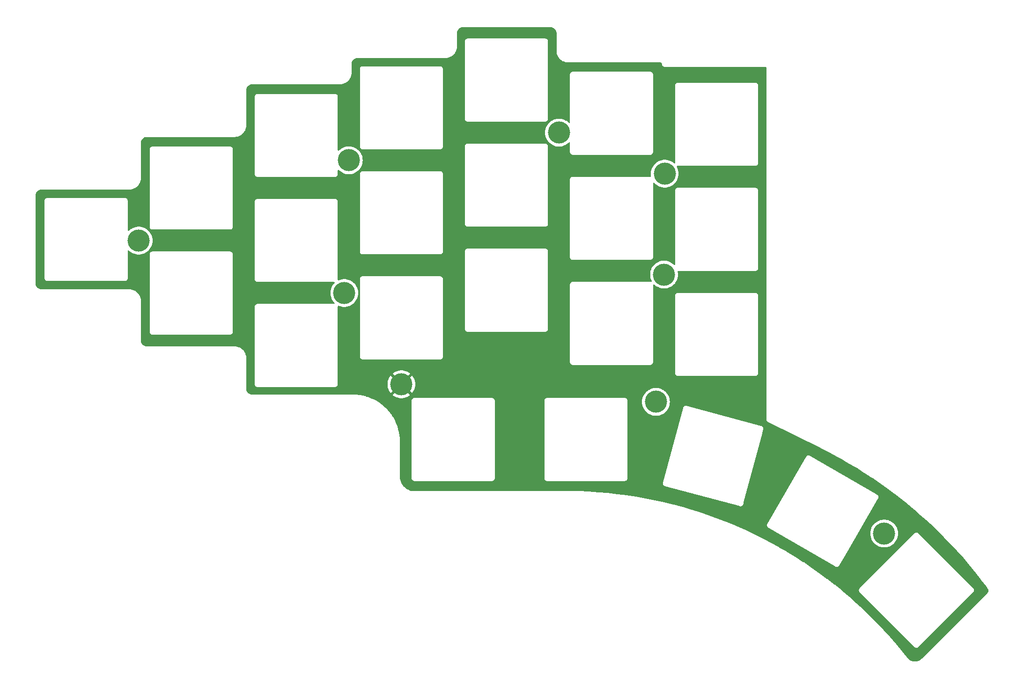
<source format=gbr>
%TF.GenerationSoftware,KiCad,Pcbnew,(6.0.10)*%
%TF.CreationDate,2023-04-21T21:48:32+03:00*%
%TF.ProjectId,blaster_top,626c6173-7465-4725-9f74-6f702e6b6963,v1.0.0*%
%TF.SameCoordinates,Original*%
%TF.FileFunction,Copper,L1,Top*%
%TF.FilePolarity,Positive*%
%FSLAX46Y46*%
G04 Gerber Fmt 4.6, Leading zero omitted, Abs format (unit mm)*
G04 Created by KiCad (PCBNEW (6.0.10)) date 2023-04-21 21:48:32*
%MOMM*%
%LPD*%
G01*
G04 APERTURE LIST*
%TA.AperFunction,ComponentPad*%
%ADD10C,4.000000*%
%TD*%
G04 APERTURE END LIST*
D10*
%TO.P,, *%
%TO.N,N/C*%
X207093750Y-109262500D03*
%TD*%
%TO.P,, *%
%TO.N,N/C*%
X169093750Y-114262500D03*
%TD*%
%TO.P,, *%
%TO.N,N/C*%
X265906250Y-181768750D03*
%TD*%
%TO.P,, *%
%TO.N,N/C*%
X131093750Y-128787500D03*
%TD*%
%TO.P,, *%
%TO.N,N/C*%
X226218750Y-116681250D03*
%TD*%
%TO.P,, *%
%TO.N,gnd*%
X178593750Y-154781250D03*
%TD*%
%TO.P,, *%
%TO.N,N/C*%
X224631250Y-157956250D03*
%TD*%
%TO.P,, *%
%TO.N,N/C*%
X168275000Y-138262500D03*
%TD*%
%TO.P,, *%
%TO.N,N/C*%
X226093750Y-134937500D03*
%TD*%
%TA.AperFunction,Conductor*%
%TO.N,gnd*%
G36*
X205551265Y-90203751D02*
G01*
X205564319Y-90205784D01*
X205574958Y-90207441D01*
X205587635Y-90205784D01*
X205614948Y-90205201D01*
X205628169Y-90206358D01*
X205757620Y-90217687D01*
X205779248Y-90221501D01*
X205939625Y-90264477D01*
X205960264Y-90271989D01*
X206110746Y-90342163D01*
X206129765Y-90353144D01*
X206265776Y-90448381D01*
X206282600Y-90462499D01*
X206400001Y-90579900D01*
X206414119Y-90596724D01*
X206509356Y-90732735D01*
X206520337Y-90751754D01*
X206590511Y-90902236D01*
X206598023Y-90922875D01*
X206640999Y-91083252D01*
X206644813Y-91104880D01*
X206656696Y-91240657D01*
X206656142Y-91257140D01*
X206656549Y-91257145D01*
X206656440Y-91266120D01*
X206655059Y-91274990D01*
X206656223Y-91283890D01*
X206656223Y-91283892D01*
X206659186Y-91306544D01*
X206660250Y-91322885D01*
X206660250Y-94403016D01*
X206658504Y-94423917D01*
X206655174Y-94443714D01*
X206655021Y-94456266D01*
X206655710Y-94461077D01*
X206655722Y-94461258D01*
X206656688Y-94470521D01*
X206673731Y-94730431D01*
X206727339Y-94999904D01*
X206728665Y-95003809D01*
X206728666Y-95003814D01*
X206778464Y-95150505D01*
X206815660Y-95260075D01*
X206877734Y-95385944D01*
X206925811Y-95483431D01*
X206937184Y-95506493D01*
X206939472Y-95509917D01*
X206939473Y-95509919D01*
X207000541Y-95601311D01*
X207089831Y-95734941D01*
X207092543Y-95738033D01*
X207092548Y-95738040D01*
X207165022Y-95820680D01*
X207270989Y-95941511D01*
X207274078Y-95944220D01*
X207474460Y-96119952D01*
X207474467Y-96119957D01*
X207477559Y-96122669D01*
X207706007Y-96275316D01*
X207709703Y-96277139D01*
X207709707Y-96277141D01*
X207814864Y-96329000D01*
X207952425Y-96396840D01*
X207956331Y-96398166D01*
X208208686Y-96483834D01*
X208208691Y-96483835D01*
X208212596Y-96485161D01*
X208216650Y-96485968D01*
X208216652Y-96485968D01*
X208310019Y-96504542D01*
X208482069Y-96538769D01*
X208486180Y-96539039D01*
X208486183Y-96539039D01*
X208626026Y-96548209D01*
X208723661Y-96554611D01*
X208736322Y-96556088D01*
X208738095Y-96556386D01*
X208743682Y-96557326D01*
X208749667Y-96557399D01*
X208751367Y-96557420D01*
X208751371Y-96557420D01*
X208756234Y-96557479D01*
X208761052Y-96556789D01*
X208761055Y-96556789D01*
X208783872Y-96553522D01*
X208801730Y-96552250D01*
X225375633Y-96552250D01*
X225395018Y-96553750D01*
X225409851Y-96556060D01*
X225409855Y-96556060D01*
X225418724Y-96557441D01*
X225427629Y-96556277D01*
X225436598Y-96556386D01*
X225436588Y-96557200D01*
X225458098Y-96557493D01*
X225493434Y-96563089D01*
X225530927Y-96575270D01*
X225574887Y-96597669D01*
X225606779Y-96620841D01*
X225641659Y-96655721D01*
X225664831Y-96687614D01*
X225687229Y-96731573D01*
X225699410Y-96769062D01*
X225704869Y-96803525D01*
X225706301Y-96823250D01*
X225705059Y-96831224D01*
X225708894Y-96860550D01*
X225709955Y-96877643D01*
X225709774Y-96907221D01*
X225712240Y-96915849D01*
X225716828Y-96931900D01*
X225720616Y-96950192D01*
X225723945Y-96975652D01*
X225727558Y-96983864D01*
X225727559Y-96983866D01*
X225735858Y-97002726D01*
X225741675Y-97018838D01*
X225749801Y-97047271D01*
X225763505Y-97068989D01*
X225772267Y-97085471D01*
X225782609Y-97108974D01*
X225788384Y-97115844D01*
X225801636Y-97131609D01*
X225811747Y-97145450D01*
X225822735Y-97162865D01*
X225827526Y-97170458D01*
X225834254Y-97176400D01*
X225846769Y-97187453D01*
X225859807Y-97200813D01*
X225876333Y-97220473D01*
X225883800Y-97225444D01*
X225883805Y-97225448D01*
X225900957Y-97236865D01*
X225914536Y-97247303D01*
X225936701Y-97266878D01*
X225944827Y-97270693D01*
X225944830Y-97270695D01*
X225959939Y-97277788D01*
X225976203Y-97286951D01*
X225997584Y-97301184D01*
X226025821Y-97310006D01*
X226041776Y-97316211D01*
X226068550Y-97328781D01*
X226093918Y-97332731D01*
X226112102Y-97336963D01*
X226136614Y-97344621D01*
X226167334Y-97345184D01*
X226171655Y-97345263D01*
X226175624Y-97345453D01*
X226179136Y-97346000D01*
X226210696Y-97346000D01*
X226213005Y-97346021D01*
X226273275Y-97347126D01*
X226273278Y-97347126D01*
X226282248Y-97347290D01*
X226286053Y-97346253D01*
X226290128Y-97346000D01*
X244459250Y-97346000D01*
X244527371Y-97366002D01*
X244573864Y-97419658D01*
X244585250Y-97472000D01*
X244585250Y-161073525D01*
X244583197Y-161096176D01*
X244580403Y-161111465D01*
X244581332Y-161120389D01*
X244584573Y-161151527D01*
X244585004Y-161159830D01*
X244585250Y-161163283D01*
X244585250Y-161167763D01*
X244585885Y-161172196D01*
X244588614Y-161191248D01*
X244589209Y-161196061D01*
X244595483Y-161256340D01*
X244598679Y-161264155D01*
X244599473Y-161267073D01*
X244600670Y-161275437D01*
X244604387Y-161283613D01*
X244604388Y-161283615D01*
X244625754Y-161330607D01*
X244627678Y-161335064D01*
X244650619Y-161391158D01*
X244655876Y-161397757D01*
X244657464Y-161400347D01*
X244660958Y-161408032D01*
X244666818Y-161414833D01*
X244700517Y-161453943D01*
X244703610Y-161457675D01*
X244741378Y-161505083D01*
X244748279Y-161509944D01*
X244750524Y-161511979D01*
X244756037Y-161518377D01*
X244763569Y-161523259D01*
X244763570Y-161523260D01*
X244806901Y-161551346D01*
X244810924Y-161554065D01*
X244828899Y-161566726D01*
X244828907Y-161566731D01*
X244832880Y-161569529D01*
X244837239Y-161571684D01*
X244841429Y-161574175D01*
X244841405Y-161574215D01*
X244847756Y-161577827D01*
X244878265Y-161597602D01*
X244896925Y-161603183D01*
X244916653Y-161610945D01*
X249742910Y-163996985D01*
X254456189Y-166327170D01*
X254473294Y-166337383D01*
X254491855Y-166350562D01*
X254515723Y-166358816D01*
X254519014Y-166359954D01*
X254535256Y-166366880D01*
X256031649Y-167133075D01*
X256033854Y-167134233D01*
X257548232Y-167949255D01*
X257550413Y-167950458D01*
X258242165Y-168341253D01*
X259047724Y-168796343D01*
X259049960Y-168797637D01*
X260529515Y-169673989D01*
X260531725Y-169675328D01*
X261004001Y-169968307D01*
X261993128Y-170581917D01*
X261995244Y-170583261D01*
X263364691Y-171472201D01*
X263437662Y-171519568D01*
X263439808Y-171520992D01*
X263911112Y-171840852D01*
X264862741Y-172486693D01*
X264864864Y-172488166D01*
X266267656Y-173482814D01*
X266269749Y-173484330D01*
X267651887Y-174507562D01*
X267653947Y-174509120D01*
X267884241Y-174687037D01*
X269014839Y-175560498D01*
X269016787Y-175562035D01*
X269732887Y-176139101D01*
X270355842Y-176641107D01*
X270357837Y-176642749D01*
X270950744Y-177140934D01*
X271674442Y-177749016D01*
X271676354Y-177750655D01*
X272497678Y-178470009D01*
X272970021Y-178883709D01*
X272971947Y-178885431D01*
X273966668Y-179793364D01*
X274242083Y-180044750D01*
X274243971Y-180046509D01*
X275490097Y-181231659D01*
X275491889Y-181233399D01*
X276713449Y-182443850D01*
X276715265Y-182445687D01*
X277911693Y-183680877D01*
X277913472Y-183682751D01*
X279084367Y-184942265D01*
X279086107Y-184944176D01*
X280230887Y-186227389D01*
X280232586Y-186229333D01*
X281300177Y-187476593D01*
X281350836Y-187535778D01*
X281352484Y-187537743D01*
X281692677Y-187952095D01*
X282443722Y-188866860D01*
X282445341Y-188868874D01*
X283313455Y-189971579D01*
X283509089Y-190220080D01*
X283510657Y-190222116D01*
X284326883Y-191303833D01*
X284518545Y-191557837D01*
X284529626Y-191575352D01*
X284539318Y-191593892D01*
X284545542Y-191600360D01*
X284560014Y-191615399D01*
X284570965Y-191628438D01*
X284588578Y-191652547D01*
X284595695Y-191658018D01*
X284595795Y-191658095D01*
X284617512Y-191679429D01*
X284673564Y-191749715D01*
X284688575Y-191773605D01*
X284695998Y-191789019D01*
X284735915Y-191871907D01*
X284745234Y-191898539D01*
X284769512Y-192004909D01*
X284772671Y-192032946D01*
X284772671Y-192142054D01*
X284769512Y-192170091D01*
X284745234Y-192276461D01*
X284735915Y-192303093D01*
X284725368Y-192324994D01*
X284692872Y-192392474D01*
X284688576Y-192401394D01*
X284673567Y-192425281D01*
X284621645Y-192490389D01*
X284610515Y-192501385D01*
X284611127Y-192502012D01*
X284604701Y-192508283D01*
X284597453Y-192513578D01*
X284591982Y-192520695D01*
X284591978Y-192520699D01*
X284578048Y-192538820D01*
X284567248Y-192551124D01*
X272725347Y-204393026D01*
X272710580Y-204405672D01*
X272691203Y-204419828D01*
X272685732Y-204426945D01*
X272685730Y-204426947D01*
X272681821Y-204432032D01*
X272664441Y-204450461D01*
X272509991Y-204584293D01*
X272495608Y-204595060D01*
X272302328Y-204719274D01*
X272286549Y-204727890D01*
X272077561Y-204823331D01*
X272060719Y-204829612D01*
X271840282Y-204894338D01*
X271822718Y-204898160D01*
X271709009Y-204914509D01*
X271595301Y-204930857D01*
X271577370Y-204932139D01*
X271347630Y-204932139D01*
X271329699Y-204930857D01*
X271215991Y-204914509D01*
X271102282Y-204898160D01*
X271084718Y-204894338D01*
X270864281Y-204829612D01*
X270847439Y-204823331D01*
X270638451Y-204727890D01*
X270622672Y-204719274D01*
X270429397Y-204595063D01*
X270415006Y-204584290D01*
X270276264Y-204464070D01*
X270260134Y-204447240D01*
X269207052Y-203122175D01*
X269207043Y-203122164D01*
X269206629Y-203121643D01*
X268103602Y-201794566D01*
X266971734Y-200492000D01*
X266971312Y-200491536D01*
X266971278Y-200491497D01*
X265812022Y-199215069D01*
X265811570Y-199214571D01*
X265194862Y-198564754D01*
X264624168Y-197963421D01*
X264624132Y-197963384D01*
X264623668Y-197962895D01*
X264623180Y-197962403D01*
X264623151Y-197962373D01*
X264083935Y-197418607D01*
X263408600Y-196737574D01*
X262166949Y-195539197D01*
X262166472Y-195538757D01*
X262166443Y-195538729D01*
X260899813Y-194368801D01*
X260899314Y-194368340D01*
X259606304Y-193225568D01*
X259605800Y-193225142D01*
X259605762Y-193225109D01*
X258289050Y-192111858D01*
X258289023Y-192111835D01*
X258288542Y-192111429D01*
X258288062Y-192111041D01*
X258288021Y-192111007D01*
X258227730Y-192062259D01*
X261327244Y-192062259D01*
X261329117Y-192071032D01*
X261329117Y-192071035D01*
X261332605Y-192087374D01*
X261335139Y-192105877D01*
X261336728Y-192131495D01*
X261339775Y-192139936D01*
X261339777Y-192139944D01*
X261346768Y-192159309D01*
X261351478Y-192175788D01*
X261357651Y-192204708D01*
X261369850Y-192227315D01*
X261377471Y-192244354D01*
X261386187Y-192268499D01*
X261391483Y-192275748D01*
X261391486Y-192275754D01*
X261403627Y-192292372D01*
X261412774Y-192306868D01*
X261426818Y-192332896D01*
X261433126Y-192339281D01*
X261433127Y-192339283D01*
X261451031Y-192357407D01*
X261451555Y-192357977D01*
X261452208Y-192358870D01*
X261473959Y-192380621D01*
X261474502Y-192381166D01*
X261529183Y-192436519D01*
X261530405Y-192437198D01*
X261531429Y-192438091D01*
X271373454Y-202280116D01*
X271373997Y-202280661D01*
X271428678Y-202336014D01*
X271436528Y-202340374D01*
X271454529Y-202350373D01*
X271468911Y-202359695D01*
X271492573Y-202377429D01*
X271508655Y-202383458D01*
X271516620Y-202386444D01*
X271533572Y-202394277D01*
X271556011Y-202406741D01*
X271564767Y-202408722D01*
X271564769Y-202408723D01*
X271584848Y-202413266D01*
X271601265Y-202418175D01*
X271628962Y-202428558D01*
X271637914Y-202429223D01*
X271637917Y-202429224D01*
X271654564Y-202430461D01*
X271673028Y-202433220D01*
X271689324Y-202436907D01*
X271689329Y-202436907D01*
X271698078Y-202438887D01*
X271727589Y-202437056D01*
X271744727Y-202437161D01*
X271765266Y-202438687D01*
X271765268Y-202438687D01*
X271774219Y-202439352D01*
X271782992Y-202437479D01*
X271782995Y-202437479D01*
X271799334Y-202433991D01*
X271817837Y-202431457D01*
X271834492Y-202430424D01*
X271843455Y-202429868D01*
X271851896Y-202426821D01*
X271851904Y-202426819D01*
X271871269Y-202419828D01*
X271887748Y-202415118D01*
X271907888Y-202410819D01*
X271907887Y-202410819D01*
X271916668Y-202408945D01*
X271924569Y-202404682D01*
X271924574Y-202404680D01*
X271939265Y-202396753D01*
X271956310Y-202389128D01*
X271972014Y-202383458D01*
X271972016Y-202383457D01*
X271980459Y-202380409D01*
X271987704Y-202375116D01*
X271987706Y-202375115D01*
X272004336Y-202362965D01*
X272018834Y-202353818D01*
X272036952Y-202344042D01*
X272036953Y-202344041D01*
X272044856Y-202339777D01*
X272069361Y-202315570D01*
X272069935Y-202315042D01*
X272070830Y-202314388D01*
X272092706Y-202292512D01*
X272093252Y-202291969D01*
X272145670Y-202240188D01*
X272145671Y-202240187D01*
X272148479Y-202237413D01*
X272149159Y-202236189D01*
X272150047Y-202235171D01*
X281992201Y-192393017D01*
X281992747Y-192392474D01*
X282041585Y-192344229D01*
X282047974Y-192337918D01*
X282052332Y-192330073D01*
X282052336Y-192330067D01*
X282062332Y-192312069D01*
X282071648Y-192297694D01*
X282089389Y-192274023D01*
X282098403Y-192249978D01*
X282106235Y-192233026D01*
X282114345Y-192218425D01*
X282114345Y-192218424D01*
X282118700Y-192210584D01*
X282125225Y-192181749D01*
X282130135Y-192165330D01*
X282140518Y-192137634D01*
X282141641Y-192122532D01*
X282142421Y-192112028D01*
X282145181Y-192093560D01*
X282148866Y-192077275D01*
X282148866Y-192077272D01*
X282150847Y-192068518D01*
X282149016Y-192039007D01*
X282149121Y-192021869D01*
X282150647Y-192001330D01*
X282150647Y-192001328D01*
X282151312Y-191992377D01*
X282148108Y-191977364D01*
X282145951Y-191967262D01*
X282143417Y-191948759D01*
X282142384Y-191932104D01*
X282141828Y-191923141D01*
X282138781Y-191914700D01*
X282138779Y-191914692D01*
X282131788Y-191895327D01*
X282127078Y-191878848D01*
X282122779Y-191858708D01*
X282120905Y-191849928D01*
X282116642Y-191842027D01*
X282116640Y-191842022D01*
X282108713Y-191827331D01*
X282101088Y-191810286D01*
X282095418Y-191794581D01*
X282095416Y-191794577D01*
X282092369Y-191786137D01*
X282087074Y-191778890D01*
X282087073Y-191778887D01*
X282074923Y-191762255D01*
X282065778Y-191747761D01*
X282056003Y-191729644D01*
X282055999Y-191729638D01*
X282051737Y-191721740D01*
X282027536Y-191697241D01*
X282027004Y-191696663D01*
X282026348Y-191695765D01*
X282004391Y-191673808D01*
X282003848Y-191673262D01*
X281952144Y-191620922D01*
X281952143Y-191620921D01*
X281949373Y-191618117D01*
X281948150Y-191617438D01*
X281947135Y-191616552D01*
X272104977Y-181774395D01*
X272104434Y-181773849D01*
X272092808Y-181762080D01*
X272049878Y-181718622D01*
X272042033Y-181714264D01*
X272042027Y-181714260D01*
X272024029Y-181704264D01*
X272009654Y-181694948D01*
X271985983Y-181677207D01*
X271961939Y-181668193D01*
X271944986Y-181660361D01*
X271930385Y-181652251D01*
X271930384Y-181652251D01*
X271922544Y-181647896D01*
X271904518Y-181643817D01*
X271893709Y-181641371D01*
X271877296Y-181636463D01*
X271849594Y-181626078D01*
X271840641Y-181625413D01*
X271840638Y-181625412D01*
X271823988Y-181624175D01*
X271805520Y-181621415D01*
X271789235Y-181617730D01*
X271789232Y-181617730D01*
X271780478Y-181615749D01*
X271750967Y-181617580D01*
X271733829Y-181617475D01*
X271713290Y-181615949D01*
X271713288Y-181615949D01*
X271704337Y-181615284D01*
X271695564Y-181617157D01*
X271695561Y-181617157D01*
X271679222Y-181620645D01*
X271660719Y-181623179D01*
X271644064Y-181624212D01*
X271635101Y-181624768D01*
X271626660Y-181627815D01*
X271626652Y-181627817D01*
X271607287Y-181634808D01*
X271590807Y-181639518D01*
X271561888Y-181645691D01*
X271539281Y-181657890D01*
X271522242Y-181665511D01*
X271498097Y-181674227D01*
X271490849Y-181679522D01*
X271490847Y-181679523D01*
X271474222Y-181691669D01*
X271459732Y-181700812D01*
X271433700Y-181714858D01*
X271427314Y-181721166D01*
X271427313Y-181721167D01*
X271409195Y-181739065D01*
X271408621Y-181739593D01*
X271407725Y-181740248D01*
X271385893Y-181762080D01*
X271385348Y-181762623D01*
X271330077Y-181817223D01*
X271329399Y-181818444D01*
X271328508Y-181819465D01*
X261486480Y-191661494D01*
X261485935Y-191662037D01*
X261430582Y-191716718D01*
X261426222Y-191724568D01*
X261416223Y-191742569D01*
X261406901Y-191756951D01*
X261389167Y-191780613D01*
X261386016Y-191789019D01*
X261380152Y-191804660D01*
X261372319Y-191821611D01*
X261359855Y-191844051D01*
X261357874Y-191852807D01*
X261357873Y-191852809D01*
X261353330Y-191872888D01*
X261348421Y-191889305D01*
X261338038Y-191917002D01*
X261337373Y-191925954D01*
X261337372Y-191925957D01*
X261336135Y-191942604D01*
X261333376Y-191961068D01*
X261329689Y-191977364D01*
X261329689Y-191977369D01*
X261327709Y-191986118D01*
X261328265Y-191995073D01*
X261329540Y-192015624D01*
X261329435Y-192032767D01*
X261327909Y-192053306D01*
X261327244Y-192062259D01*
X258227730Y-192062259D01*
X256947203Y-191026899D01*
X256947201Y-191026897D01*
X256946660Y-191026460D01*
X256897594Y-190988537D01*
X255581820Y-189971579D01*
X255581805Y-189971568D01*
X255581306Y-189971182D01*
X254193135Y-188946104D01*
X252782816Y-187951718D01*
X252077875Y-187477480D01*
X251351605Y-186988893D01*
X251351573Y-186988872D01*
X251351026Y-186988504D01*
X251248869Y-186922987D01*
X249899011Y-186057279D01*
X249898456Y-186056923D01*
X248425803Y-185157425D01*
X248055525Y-184942265D01*
X246934364Y-184290783D01*
X246934319Y-184290757D01*
X246933776Y-184290442D01*
X246908982Y-184276753D01*
X245423677Y-183456714D01*
X245423647Y-183456698D01*
X245423093Y-183456392D01*
X245422516Y-183456090D01*
X245422496Y-183456079D01*
X244186946Y-182808874D01*
X243894481Y-182655675D01*
X243893909Y-182655391D01*
X243893891Y-182655382D01*
X242349281Y-181888977D01*
X242349268Y-181888971D01*
X242348674Y-181888676D01*
X242199594Y-181818737D01*
X240787068Y-181156071D01*
X240786418Y-181155766D01*
X239208462Y-180457296D01*
X238850995Y-180308354D01*
X244714566Y-180308354D01*
X244716240Y-180317170D01*
X244716240Y-180317174D01*
X244719355Y-180333580D01*
X244721470Y-180352137D01*
X244722477Y-180377788D01*
X244725332Y-180386295D01*
X244731883Y-180405817D01*
X244736218Y-180422401D01*
X244741734Y-180451455D01*
X244753416Y-180474332D01*
X244760647Y-180491536D01*
X244768815Y-180515878D01*
X244773941Y-180523239D01*
X244773943Y-180523244D01*
X244785714Y-180540148D01*
X244794525Y-180554840D01*
X244807975Y-180581180D01*
X244821376Y-180595376D01*
X244825598Y-180599849D01*
X244837373Y-180614338D01*
X244846920Y-180628048D01*
X244852048Y-180635412D01*
X244859034Y-180641039D01*
X244859035Y-180641040D01*
X244875082Y-180653965D01*
X244887668Y-180665600D01*
X244907962Y-180687098D01*
X244915706Y-180691632D01*
X244915708Y-180691634D01*
X244937666Y-180704491D01*
X244938349Y-180704924D01*
X244939209Y-180705617D01*
X244941795Y-180707110D01*
X244966161Y-180721178D01*
X244966826Y-180721565D01*
X245030255Y-180758705D01*
X245030261Y-180758708D01*
X245033658Y-180760697D01*
X245035015Y-180761037D01*
X245036225Y-180761629D01*
X257090603Y-187721228D01*
X257090857Y-187721375D01*
X257158014Y-187760697D01*
X257166723Y-187762877D01*
X257166727Y-187762878D01*
X257186706Y-187767878D01*
X257203006Y-187773158D01*
X257230451Y-187784163D01*
X257256008Y-187786646D01*
X257274403Y-187789823D01*
X257299315Y-187796057D01*
X257328864Y-187794896D01*
X257345993Y-187795390D01*
X257355726Y-187796336D01*
X257366491Y-187797382D01*
X257366493Y-187797382D01*
X257375426Y-187798250D01*
X257400650Y-187793461D01*
X257419202Y-187791347D01*
X257429450Y-187790944D01*
X257444860Y-187790339D01*
X257472895Y-187780931D01*
X257489479Y-187776596D01*
X257509710Y-187772755D01*
X257518527Y-187771081D01*
X257530349Y-187765045D01*
X257541393Y-187759406D01*
X257558603Y-187752172D01*
X257574440Y-187746857D01*
X257574442Y-187746856D01*
X257582950Y-187744001D01*
X257607218Y-187727103D01*
X257621916Y-187718289D01*
X257640258Y-187708923D01*
X257648252Y-187704841D01*
X257666921Y-187687218D01*
X257681410Y-187675443D01*
X257695120Y-187665896D01*
X257695121Y-187665895D01*
X257702484Y-187660768D01*
X257721037Y-187637734D01*
X257732672Y-187625148D01*
X257747643Y-187611015D01*
X257754170Y-187604854D01*
X257771565Y-187575147D01*
X257771994Y-187574470D01*
X257772689Y-187573607D01*
X257788267Y-187546626D01*
X257788641Y-187545984D01*
X257825776Y-187482561D01*
X257825779Y-187482556D01*
X257827768Y-187479158D01*
X257828107Y-187477803D01*
X257828700Y-187476593D01*
X258548805Y-186229334D01*
X261124125Y-181768750D01*
X263392790Y-181768750D01*
X263412609Y-182083770D01*
X263471755Y-182393822D01*
X263569294Y-182694016D01*
X263570981Y-182697602D01*
X263570983Y-182697606D01*
X263702000Y-182976033D01*
X263702004Y-182976040D01*
X263703688Y-182979619D01*
X263872818Y-183246125D01*
X263875343Y-183249177D01*
X264046767Y-183456392D01*
X264074017Y-183489332D01*
X264304110Y-183705404D01*
X264559471Y-183890934D01*
X264836071Y-184042997D01*
X264839740Y-184044450D01*
X264839745Y-184044452D01*
X265125878Y-184157740D01*
X265129548Y-184159193D01*
X265435275Y-184237690D01*
X265748429Y-184277250D01*
X266064071Y-184277250D01*
X266377225Y-184237690D01*
X266682952Y-184159193D01*
X266686622Y-184157740D01*
X266972755Y-184044452D01*
X266972760Y-184044450D01*
X266976429Y-184042997D01*
X267253029Y-183890934D01*
X267508390Y-183705404D01*
X267738483Y-183489332D01*
X267765734Y-183456392D01*
X267937157Y-183249177D01*
X267939682Y-183246125D01*
X268108812Y-182979619D01*
X268110496Y-182976040D01*
X268110500Y-182976033D01*
X268241517Y-182697606D01*
X268241519Y-182697602D01*
X268243206Y-182694016D01*
X268340745Y-182393822D01*
X268399891Y-182083770D01*
X268419710Y-181768750D01*
X268399891Y-181453730D01*
X268340745Y-181143678D01*
X268243206Y-180843484D01*
X268204250Y-180760697D01*
X268110500Y-180561467D01*
X268110496Y-180561460D01*
X268108812Y-180557881D01*
X268102031Y-180547195D01*
X268076757Y-180507370D01*
X267939682Y-180291375D01*
X267738483Y-180048168D01*
X267508390Y-179832096D01*
X267253029Y-179646566D01*
X267050233Y-179535077D01*
X266979898Y-179496410D01*
X266979897Y-179496409D01*
X266976429Y-179494503D01*
X266972760Y-179493050D01*
X266972755Y-179493048D01*
X266686622Y-179379760D01*
X266686621Y-179379760D01*
X266682952Y-179378307D01*
X266377225Y-179299810D01*
X266064071Y-179260250D01*
X265748429Y-179260250D01*
X265435275Y-179299810D01*
X265129548Y-179378307D01*
X265125879Y-179379760D01*
X265125878Y-179379760D01*
X264839745Y-179493048D01*
X264839740Y-179493050D01*
X264836071Y-179494503D01*
X264832603Y-179496409D01*
X264832602Y-179496410D01*
X264762268Y-179535077D01*
X264559471Y-179646566D01*
X264304110Y-179832096D01*
X264074017Y-180048168D01*
X263872818Y-180291375D01*
X263735743Y-180507370D01*
X263710470Y-180547195D01*
X263703688Y-180557881D01*
X263702004Y-180561460D01*
X263702000Y-180561467D01*
X263608250Y-180760697D01*
X263569294Y-180843484D01*
X263471755Y-181143678D01*
X263412609Y-181453730D01*
X263392790Y-181768750D01*
X261124125Y-181768750D01*
X264788199Y-175422388D01*
X264788560Y-175421765D01*
X264823234Y-175362546D01*
X264823235Y-175362545D01*
X264827768Y-175354802D01*
X264834947Y-175326116D01*
X264840229Y-175309812D01*
X264847892Y-175290701D01*
X264851235Y-175282365D01*
X264853718Y-175256811D01*
X264856896Y-175238409D01*
X264860950Y-175222211D01*
X264860951Y-175222206D01*
X264863129Y-175213501D01*
X264861968Y-175183952D01*
X264862462Y-175166820D01*
X264864454Y-175146325D01*
X264864454Y-175146323D01*
X264865322Y-175137390D01*
X264860533Y-175112166D01*
X264858419Y-175093614D01*
X264857763Y-175076926D01*
X264857411Y-175067956D01*
X264848002Y-175039914D01*
X264843669Y-175023340D01*
X264839827Y-175003106D01*
X264838153Y-174994289D01*
X264826473Y-174971414D01*
X264819243Y-174954215D01*
X264811072Y-174929866D01*
X264794175Y-174905598D01*
X264785365Y-174890908D01*
X264771913Y-174864564D01*
X264754284Y-174845889D01*
X264742511Y-174831403D01*
X264727839Y-174810332D01*
X264720852Y-174804704D01*
X264720847Y-174804699D01*
X264704810Y-174791782D01*
X264692224Y-174780148D01*
X264690674Y-174778506D01*
X264671926Y-174758646D01*
X264642197Y-174741239D01*
X264641545Y-174740825D01*
X264640678Y-174740127D01*
X264613623Y-174724507D01*
X264613321Y-174724331D01*
X264546230Y-174685048D01*
X264544871Y-174684708D01*
X264543670Y-174684120D01*
X252489452Y-167724614D01*
X252488786Y-167724227D01*
X252487623Y-167723546D01*
X252421874Y-167685048D01*
X252413169Y-167682870D01*
X252413165Y-167682868D01*
X252398407Y-167679175D01*
X252393190Y-167677870D01*
X252376886Y-167672588D01*
X252349436Y-167661581D01*
X252323881Y-167659098D01*
X252305480Y-167655920D01*
X252289282Y-167651866D01*
X252289279Y-167651866D01*
X252280573Y-167649687D01*
X252271605Y-167650039D01*
X252271602Y-167650039D01*
X252254824Y-167650699D01*
X252251024Y-167650848D01*
X252233895Y-167650354D01*
X252204462Y-167647494D01*
X252195646Y-167649168D01*
X252195642Y-167649168D01*
X252179236Y-167652283D01*
X252160679Y-167654398D01*
X252135028Y-167655405D01*
X252126517Y-167658261D01*
X252106997Y-167664811D01*
X252090412Y-167669147D01*
X252061361Y-167674662D01*
X252038485Y-167686343D01*
X252021273Y-167693578D01*
X252005451Y-167698887D01*
X252005449Y-167698888D01*
X251996938Y-167701744D01*
X251989569Y-167706875D01*
X251989567Y-167706876D01*
X251972673Y-167718639D01*
X251957980Y-167727451D01*
X251931636Y-167740903D01*
X251916047Y-167755619D01*
X251912961Y-167758532D01*
X251898475Y-167770305D01*
X251877404Y-167784977D01*
X251871776Y-167791964D01*
X251871771Y-167791969D01*
X251858854Y-167808006D01*
X251847220Y-167820592D01*
X251832245Y-167834728D01*
X251832243Y-167834730D01*
X251825718Y-167840890D01*
X251821184Y-167848634D01*
X251821182Y-167848636D01*
X251808316Y-167870609D01*
X251807892Y-167871277D01*
X251807199Y-167872138D01*
X251805708Y-167874721D01*
X251805702Y-167874730D01*
X251791692Y-167898997D01*
X251791412Y-167899480D01*
X251752119Y-167966586D01*
X251751779Y-167967946D01*
X251751186Y-167969155D01*
X244791588Y-180023531D01*
X244791441Y-180023785D01*
X244752119Y-180090942D01*
X244749940Y-180099651D01*
X244744940Y-180119631D01*
X244739659Y-180135934D01*
X244728653Y-180163380D01*
X244727785Y-180172314D01*
X244726170Y-180188934D01*
X244722993Y-180207331D01*
X244716759Y-180232243D01*
X244717112Y-180241215D01*
X244717920Y-180261790D01*
X244717426Y-180278921D01*
X244714566Y-180308354D01*
X238850995Y-180308354D01*
X237615567Y-179793602D01*
X237614959Y-179793364D01*
X236009139Y-179165254D01*
X236009113Y-179165244D01*
X236008499Y-179165004D01*
X234388031Y-178571804D01*
X234387409Y-178571592D01*
X234387362Y-178571575D01*
X232755610Y-178014515D01*
X232755606Y-178014514D01*
X232754942Y-178014287D01*
X231110019Y-177492722D01*
X229454052Y-177007360D01*
X229453437Y-177007194D01*
X229453404Y-177007185D01*
X227871244Y-176580906D01*
X227787838Y-176558434D01*
X226112179Y-176146160D01*
X224912106Y-175878668D01*
X224428550Y-175770885D01*
X224428540Y-175770883D01*
X224427881Y-175770736D01*
X222735754Y-175432343D01*
X222735063Y-175432220D01*
X222735055Y-175432219D01*
X221037273Y-175131261D01*
X221037258Y-175131259D01*
X221036612Y-175131144D01*
X221035944Y-175131041D01*
X221035922Y-175131037D01*
X219331974Y-174867392D01*
X219331934Y-174867386D01*
X219331273Y-174867284D01*
X218720064Y-174786397D01*
X217621270Y-174640983D01*
X217621239Y-174640979D01*
X217620557Y-174640889D01*
X217619844Y-174640811D01*
X217619815Y-174640807D01*
X215906025Y-174452150D01*
X215906003Y-174452148D01*
X215905287Y-174452069D01*
X215904600Y-174452009D01*
X215904584Y-174452007D01*
X214186959Y-174300974D01*
X214186288Y-174300915D01*
X214184815Y-174300818D01*
X212465075Y-174187543D01*
X212465053Y-174187542D01*
X212464388Y-174187498D01*
X212463695Y-174187468D01*
X212463684Y-174187467D01*
X210741126Y-174111906D01*
X210741109Y-174111905D01*
X210740415Y-174111875D01*
X209015197Y-174074080D01*
X209014472Y-174074080D01*
X208149995Y-174074107D01*
X207289566Y-174074133D01*
X207288902Y-174074148D01*
X207288863Y-174074148D01*
X205582998Y-174111623D01*
X205578830Y-174111551D01*
X205576885Y-174111289D01*
X205564335Y-174111550D01*
X205559545Y-174112398D01*
X205559543Y-174112398D01*
X205547260Y-174114572D01*
X205525301Y-174116500D01*
X181024367Y-174116500D01*
X181004982Y-174115000D01*
X180990149Y-174112690D01*
X180990145Y-174112690D01*
X180981276Y-174111309D01*
X180972374Y-174112473D01*
X180972372Y-174112473D01*
X180968064Y-174113037D01*
X180963280Y-174113662D01*
X180939883Y-174114528D01*
X180683508Y-174100131D01*
X180669476Y-174098550D01*
X180529048Y-174074690D01*
X180388624Y-174050830D01*
X180374849Y-174047686D01*
X180101109Y-173968823D01*
X180087772Y-173964156D01*
X179824582Y-173855139D01*
X179811852Y-173849008D01*
X179562532Y-173711214D01*
X179550568Y-173703697D01*
X179318238Y-173538851D01*
X179307190Y-173530041D01*
X179094776Y-173340215D01*
X179084785Y-173330224D01*
X178894958Y-173117808D01*
X178886149Y-173106762D01*
X178721303Y-172874432D01*
X178713786Y-172862468D01*
X178637203Y-172723902D01*
X225881939Y-172723902D01*
X225883414Y-172732762D01*
X225886154Y-172749227D01*
X225887847Y-172767823D01*
X225888273Y-172793497D01*
X225897045Y-172821745D01*
X225901001Y-172838418D01*
X225905855Y-172867583D01*
X225909756Y-172875670D01*
X225909756Y-172875671D01*
X225917009Y-172890708D01*
X225923853Y-172908083D01*
X225928803Y-172924026D01*
X225928805Y-172924031D01*
X225931467Y-172932603D01*
X225936430Y-172940087D01*
X225936431Y-172940089D01*
X225947806Y-172957243D01*
X225956285Y-172972138D01*
X225965234Y-172990691D01*
X225969134Y-172998776D01*
X225975144Y-173005439D01*
X225986336Y-173017848D01*
X225997776Y-173032597D01*
X226011966Y-173053995D01*
X226018826Y-173059782D01*
X226018827Y-173059783D01*
X226034566Y-173073060D01*
X226046884Y-173084976D01*
X226066693Y-173106937D01*
X226088559Y-173120415D01*
X226103680Y-173131362D01*
X226123301Y-173147913D01*
X226131513Y-173151543D01*
X226131512Y-173151543D01*
X226150347Y-173159870D01*
X226165511Y-173167848D01*
X226190687Y-173183367D01*
X226221882Y-173191930D01*
X226223891Y-173192482D01*
X226224649Y-173192719D01*
X226225662Y-173193167D01*
X226255674Y-173201209D01*
X226256374Y-173201399D01*
X226323972Y-173219955D01*
X226331149Y-173221925D01*
X226332549Y-173221902D01*
X226333866Y-173222160D01*
X239778768Y-176824712D01*
X239779511Y-176824914D01*
X239854110Y-176845392D01*
X239883683Y-176844901D01*
X239900790Y-176845783D01*
X239917875Y-176847836D01*
X239921237Y-176848240D01*
X239921238Y-176848240D01*
X239930153Y-176849311D01*
X239943242Y-176847132D01*
X239955479Y-176845096D01*
X239974074Y-176843403D01*
X239990770Y-176843126D01*
X239990771Y-176843126D01*
X239999747Y-176842977D01*
X240027991Y-176834207D01*
X240044658Y-176830252D01*
X240064979Y-176826870D01*
X240064981Y-176826869D01*
X240073833Y-176825396D01*
X240096964Y-176814239D01*
X240114334Y-176807397D01*
X240138853Y-176799783D01*
X240146329Y-176794825D01*
X240146336Y-176794822D01*
X240163490Y-176783446D01*
X240178385Y-176774967D01*
X240196942Y-176766016D01*
X240196944Y-176766015D01*
X240205027Y-176762116D01*
X240211688Y-176756108D01*
X240211691Y-176756106D01*
X240224100Y-176744913D01*
X240238850Y-176733472D01*
X240260245Y-176719284D01*
X240279310Y-176696684D01*
X240291226Y-176684366D01*
X240306524Y-176670567D01*
X240313187Y-176664557D01*
X240326669Y-176642686D01*
X240337604Y-176627579D01*
X240354163Y-176607949D01*
X240366119Y-176580906D01*
X240374092Y-176565751D01*
X240389618Y-176540563D01*
X240398736Y-176507347D01*
X240398971Y-176506596D01*
X240399417Y-176505588D01*
X240400191Y-176502701D01*
X240407413Y-176475750D01*
X240407614Y-176475008D01*
X240427129Y-176403918D01*
X240427130Y-176403911D01*
X240428176Y-176400102D01*
X240428153Y-176398698D01*
X240428412Y-176397375D01*
X240495768Y-176146001D01*
X243738827Y-164042743D01*
X244030916Y-162952654D01*
X244031118Y-162951911D01*
X244049267Y-162885796D01*
X244051643Y-162877141D01*
X244051152Y-162847566D01*
X244052035Y-162830452D01*
X244054490Y-162810015D01*
X244054490Y-162810013D01*
X244055561Y-162801097D01*
X244054087Y-162792242D01*
X244054087Y-162792238D01*
X244051346Y-162775772D01*
X244049653Y-162757176D01*
X244049376Y-162740474D01*
X244049376Y-162740473D01*
X244049227Y-162731503D01*
X244040458Y-162703260D01*
X244036501Y-162686585D01*
X244033121Y-162666276D01*
X244033120Y-162666273D01*
X244031646Y-162657417D01*
X244020492Y-162634292D01*
X244013648Y-162616917D01*
X244008697Y-162600972D01*
X244008696Y-162600970D01*
X244006034Y-162592397D01*
X243989694Y-162567757D01*
X243981214Y-162552860D01*
X243972266Y-162534307D01*
X243972263Y-162534302D01*
X243968366Y-162526223D01*
X243962358Y-162519562D01*
X243962356Y-162519559D01*
X243951165Y-162507152D01*
X243939723Y-162492400D01*
X243930495Y-162478486D01*
X243925534Y-162471005D01*
X243902934Y-162451940D01*
X243890616Y-162440024D01*
X243876817Y-162424726D01*
X243870807Y-162418063D01*
X243848936Y-162404581D01*
X243833829Y-162393646D01*
X243814199Y-162377087D01*
X243787156Y-162365131D01*
X243772001Y-162357158D01*
X243746813Y-162341632D01*
X243713597Y-162332514D01*
X243712846Y-162332279D01*
X243711838Y-162331833D01*
X243708961Y-162331062D01*
X243708951Y-162331059D01*
X243682000Y-162323837D01*
X243681258Y-162323636D01*
X243610167Y-162304121D01*
X243610164Y-162304120D01*
X243606352Y-162303074D01*
X243604949Y-162303097D01*
X243603627Y-162302838D01*
X230158905Y-158700334D01*
X230158162Y-158700132D01*
X230092047Y-158681983D01*
X230092046Y-158681983D01*
X230083391Y-158679607D01*
X230053817Y-158680098D01*
X230036703Y-158679215D01*
X230016266Y-158676760D01*
X230016264Y-158676760D01*
X230007348Y-158675689D01*
X229998493Y-158677163D01*
X229998490Y-158677163D01*
X229982024Y-158679904D01*
X229963427Y-158681597D01*
X229946724Y-158681874D01*
X229946722Y-158681874D01*
X229937753Y-158682023D01*
X229929186Y-158684683D01*
X229929180Y-158684684D01*
X229909507Y-158690793D01*
X229892829Y-158694751D01*
X229872520Y-158698131D01*
X229872517Y-158698132D01*
X229863667Y-158699605D01*
X229855588Y-158703502D01*
X229855578Y-158703505D01*
X229840544Y-158710757D01*
X229823169Y-158717601D01*
X229807224Y-158722552D01*
X229807219Y-158722555D01*
X229798647Y-158725216D01*
X229791166Y-158730177D01*
X229791162Y-158730179D01*
X229774003Y-158741558D01*
X229759106Y-158750038D01*
X229740562Y-158758982D01*
X229740557Y-158758985D01*
X229732474Y-158762884D01*
X229725808Y-158768896D01*
X229725807Y-158768897D01*
X229713410Y-158780079D01*
X229698661Y-158791520D01*
X229677255Y-158805716D01*
X229671469Y-158812575D01*
X229658190Y-158828316D01*
X229646274Y-158840634D01*
X229624313Y-158860443D01*
X229610835Y-158882309D01*
X229599888Y-158897430D01*
X229583337Y-158917051D01*
X229579707Y-158925262D01*
X229571380Y-158944097D01*
X229563402Y-158959261D01*
X229547883Y-158984437D01*
X229545507Y-158993094D01*
X229538768Y-159017641D01*
X229538531Y-159018399D01*
X229538083Y-159019412D01*
X229537311Y-159022294D01*
X229530053Y-159049382D01*
X229529851Y-159050124D01*
X229511295Y-159117722D01*
X229509325Y-159124899D01*
X229509348Y-159126299D01*
X229509090Y-159127616D01*
X225906538Y-172572517D01*
X225906336Y-172573260D01*
X225898881Y-172600418D01*
X225885858Y-172647860D01*
X225886007Y-172656830D01*
X225886349Y-172677426D01*
X225885467Y-172694539D01*
X225881939Y-172723902D01*
X178637203Y-172723902D01*
X178575992Y-172613148D01*
X178569861Y-172600418D01*
X178460844Y-172337228D01*
X178456177Y-172323891D01*
X178377314Y-172050151D01*
X178374170Y-172036376D01*
X178340948Y-171840852D01*
X178339482Y-171832221D01*
X180459774Y-171832221D01*
X180462241Y-171840852D01*
X180467900Y-171860653D01*
X180471478Y-171877415D01*
X180475670Y-171906687D01*
X180479384Y-171914855D01*
X180479384Y-171914856D01*
X180486298Y-171930062D01*
X180492746Y-171947586D01*
X180499801Y-171972271D01*
X180504593Y-171979865D01*
X180504594Y-171979868D01*
X180515580Y-171997280D01*
X180523719Y-172012363D01*
X180535958Y-172039282D01*
X180541819Y-172046084D01*
X180552720Y-172058735D01*
X180563823Y-172073739D01*
X180577526Y-172095458D01*
X180584251Y-172101397D01*
X180584254Y-172101401D01*
X180599688Y-172115032D01*
X180611732Y-172127224D01*
X180625177Y-172142827D01*
X180625180Y-172142829D01*
X180631037Y-172149627D01*
X180638566Y-172154507D01*
X180638567Y-172154508D01*
X180652585Y-172163594D01*
X180667459Y-172174885D01*
X180679967Y-172185931D01*
X180686701Y-172191878D01*
X180713461Y-172204442D01*
X180728441Y-172212763D01*
X180745733Y-172223971D01*
X180745738Y-172223973D01*
X180753265Y-172228852D01*
X180761858Y-172231422D01*
X180761863Y-172231424D01*
X180777870Y-172236211D01*
X180795314Y-172242872D01*
X180810426Y-172249967D01*
X180810428Y-172249968D01*
X180818550Y-172253781D01*
X180827417Y-172255162D01*
X180827418Y-172255162D01*
X180830103Y-172255580D01*
X180847767Y-172258330D01*
X180864482Y-172262113D01*
X180884216Y-172268015D01*
X180884222Y-172268016D01*
X180892816Y-172270586D01*
X180901787Y-172270641D01*
X180901788Y-172270641D01*
X180911847Y-172270702D01*
X180927256Y-172270796D01*
X180928039Y-172270829D01*
X180929136Y-172271000D01*
X180960127Y-172271000D01*
X180960897Y-172271002D01*
X181034535Y-172271452D01*
X181034536Y-172271452D01*
X181038471Y-172271476D01*
X181039815Y-172271092D01*
X181041160Y-172271000D01*
X194960127Y-172271000D01*
X194960898Y-172271002D01*
X195038471Y-172271476D01*
X195066902Y-172263350D01*
X195083665Y-172259772D01*
X195084503Y-172259652D01*
X195112937Y-172255580D01*
X195136314Y-172244951D01*
X195153837Y-172238504D01*
X195178521Y-172231449D01*
X195186115Y-172226657D01*
X195186118Y-172226656D01*
X195203530Y-172215670D01*
X195218615Y-172207530D01*
X195245532Y-172195292D01*
X195264985Y-172178530D01*
X195279989Y-172167427D01*
X195301708Y-172153724D01*
X195307647Y-172146999D01*
X195307651Y-172146996D01*
X195321282Y-172131562D01*
X195333474Y-172119518D01*
X195349077Y-172106073D01*
X195349079Y-172106070D01*
X195355877Y-172100213D01*
X195369844Y-172078665D01*
X195381135Y-172063791D01*
X195392181Y-172051283D01*
X195392182Y-172051282D01*
X195398128Y-172044549D01*
X195410693Y-172017787D01*
X195419013Y-172002809D01*
X195430221Y-171985517D01*
X195430223Y-171985512D01*
X195435102Y-171977985D01*
X195437672Y-171969392D01*
X195437674Y-171969387D01*
X195442461Y-171953380D01*
X195449122Y-171935936D01*
X195456217Y-171920824D01*
X195456218Y-171920822D01*
X195460031Y-171912700D01*
X195464580Y-171883483D01*
X195468363Y-171866768D01*
X195474265Y-171847034D01*
X195474266Y-171847028D01*
X195476836Y-171838434D01*
X195476874Y-171832221D01*
X204459774Y-171832221D01*
X204462241Y-171840852D01*
X204467900Y-171860653D01*
X204471478Y-171877415D01*
X204475670Y-171906687D01*
X204479384Y-171914855D01*
X204479384Y-171914856D01*
X204486298Y-171930062D01*
X204492746Y-171947586D01*
X204499801Y-171972271D01*
X204504593Y-171979865D01*
X204504594Y-171979868D01*
X204515580Y-171997280D01*
X204523719Y-172012363D01*
X204535958Y-172039282D01*
X204541819Y-172046084D01*
X204552720Y-172058735D01*
X204563823Y-172073739D01*
X204577526Y-172095458D01*
X204584251Y-172101397D01*
X204584254Y-172101401D01*
X204599688Y-172115032D01*
X204611732Y-172127224D01*
X204625177Y-172142827D01*
X204625180Y-172142829D01*
X204631037Y-172149627D01*
X204638566Y-172154507D01*
X204638567Y-172154508D01*
X204652585Y-172163594D01*
X204667459Y-172174885D01*
X204679967Y-172185931D01*
X204686701Y-172191878D01*
X204713461Y-172204442D01*
X204728441Y-172212763D01*
X204745733Y-172223971D01*
X204745738Y-172223973D01*
X204753265Y-172228852D01*
X204761858Y-172231422D01*
X204761863Y-172231424D01*
X204777870Y-172236211D01*
X204795314Y-172242872D01*
X204810426Y-172249967D01*
X204810428Y-172249968D01*
X204818550Y-172253781D01*
X204827417Y-172255162D01*
X204827418Y-172255162D01*
X204830103Y-172255580D01*
X204847767Y-172258330D01*
X204864482Y-172262113D01*
X204884216Y-172268015D01*
X204884222Y-172268016D01*
X204892816Y-172270586D01*
X204901787Y-172270641D01*
X204901788Y-172270641D01*
X204911847Y-172270702D01*
X204927256Y-172270796D01*
X204928039Y-172270829D01*
X204929136Y-172271000D01*
X204960127Y-172271000D01*
X204960897Y-172271002D01*
X205034535Y-172271452D01*
X205034536Y-172271452D01*
X205038471Y-172271476D01*
X205039815Y-172271092D01*
X205041160Y-172271000D01*
X218960127Y-172271000D01*
X218960898Y-172271002D01*
X219038471Y-172271476D01*
X219066902Y-172263350D01*
X219083665Y-172259772D01*
X219084503Y-172259652D01*
X219112937Y-172255580D01*
X219136314Y-172244951D01*
X219153837Y-172238504D01*
X219178521Y-172231449D01*
X219186115Y-172226657D01*
X219186118Y-172226656D01*
X219203530Y-172215670D01*
X219218615Y-172207530D01*
X219245532Y-172195292D01*
X219264985Y-172178530D01*
X219279989Y-172167427D01*
X219301708Y-172153724D01*
X219307647Y-172146999D01*
X219307651Y-172146996D01*
X219321282Y-172131562D01*
X219333474Y-172119518D01*
X219349077Y-172106073D01*
X219349079Y-172106070D01*
X219355877Y-172100213D01*
X219369844Y-172078665D01*
X219381135Y-172063791D01*
X219392181Y-172051283D01*
X219392182Y-172051282D01*
X219398128Y-172044549D01*
X219410693Y-172017787D01*
X219419013Y-172002809D01*
X219430221Y-171985517D01*
X219430223Y-171985512D01*
X219435102Y-171977985D01*
X219437672Y-171969392D01*
X219437674Y-171969387D01*
X219442461Y-171953380D01*
X219449122Y-171935936D01*
X219456217Y-171920824D01*
X219456218Y-171920822D01*
X219460031Y-171912700D01*
X219464580Y-171883483D01*
X219468363Y-171866768D01*
X219474265Y-171847034D01*
X219474266Y-171847028D01*
X219476836Y-171838434D01*
X219477046Y-171803994D01*
X219477079Y-171803211D01*
X219477250Y-171802114D01*
X219477250Y-171771123D01*
X219477252Y-171770353D01*
X219477702Y-171696715D01*
X219477702Y-171696714D01*
X219477726Y-171692779D01*
X219477342Y-171691435D01*
X219477250Y-171690090D01*
X219477250Y-157956250D01*
X222117790Y-157956250D01*
X222137609Y-158271270D01*
X222196755Y-158581322D01*
X222294294Y-158881516D01*
X222295981Y-158885102D01*
X222295983Y-158885106D01*
X222427000Y-159163533D01*
X222427004Y-159163540D01*
X222428688Y-159167119D01*
X222597818Y-159433625D01*
X222799017Y-159676832D01*
X223029110Y-159892904D01*
X223284471Y-160078434D01*
X223561071Y-160230497D01*
X223564740Y-160231950D01*
X223564745Y-160231952D01*
X223850878Y-160345240D01*
X223854548Y-160346693D01*
X224160275Y-160425190D01*
X224473429Y-160464750D01*
X224789071Y-160464750D01*
X225102225Y-160425190D01*
X225407952Y-160346693D01*
X225411622Y-160345240D01*
X225697755Y-160231952D01*
X225697760Y-160231950D01*
X225701429Y-160230497D01*
X225978029Y-160078434D01*
X226233390Y-159892904D01*
X226463483Y-159676832D01*
X226664682Y-159433625D01*
X226833812Y-159167119D01*
X226835496Y-159163540D01*
X226835500Y-159163533D01*
X226966517Y-158885106D01*
X226966519Y-158885102D01*
X226968206Y-158881516D01*
X227065745Y-158581322D01*
X227124891Y-158271270D01*
X227144710Y-157956250D01*
X227124891Y-157641230D01*
X227065745Y-157331178D01*
X226968206Y-157030984D01*
X226924458Y-156938014D01*
X226835500Y-156748967D01*
X226835496Y-156748960D01*
X226833812Y-156745381D01*
X226829671Y-156738855D01*
X226773496Y-156650339D01*
X226664682Y-156478875D01*
X226497137Y-156276349D01*
X226466008Y-156238720D01*
X226466007Y-156238719D01*
X226463483Y-156235668D01*
X226233390Y-156019596D01*
X225978029Y-155834066D01*
X225847603Y-155762363D01*
X225704898Y-155683910D01*
X225704897Y-155683909D01*
X225701429Y-155682003D01*
X225697760Y-155680550D01*
X225697755Y-155680548D01*
X225411622Y-155567260D01*
X225411621Y-155567260D01*
X225407952Y-155565807D01*
X225102225Y-155487310D01*
X224789071Y-155447750D01*
X224473429Y-155447750D01*
X224160275Y-155487310D01*
X223854548Y-155565807D01*
X223850879Y-155567260D01*
X223850878Y-155567260D01*
X223564745Y-155680548D01*
X223564740Y-155680550D01*
X223561071Y-155682003D01*
X223557603Y-155683909D01*
X223557602Y-155683910D01*
X223414898Y-155762363D01*
X223284471Y-155834066D01*
X223029110Y-156019596D01*
X222799017Y-156235668D01*
X222796493Y-156238719D01*
X222796492Y-156238720D01*
X222765363Y-156276349D01*
X222597818Y-156478875D01*
X222489004Y-156650339D01*
X222432830Y-156738855D01*
X222428688Y-156745381D01*
X222427004Y-156748960D01*
X222427000Y-156748967D01*
X222338042Y-156938014D01*
X222294294Y-157030984D01*
X222196755Y-157331178D01*
X222137609Y-157641230D01*
X222117790Y-157956250D01*
X219477250Y-157956250D01*
X219477250Y-157771123D01*
X219477252Y-157770353D01*
X219477550Y-157721602D01*
X219477726Y-157692779D01*
X219469600Y-157664347D01*
X219466022Y-157647585D01*
X219465112Y-157641230D01*
X219461830Y-157618313D01*
X219451201Y-157594936D01*
X219444754Y-157577413D01*
X219440166Y-157561362D01*
X219437699Y-157552729D01*
X219432906Y-157545132D01*
X219421920Y-157527720D01*
X219413780Y-157512635D01*
X219411314Y-157507211D01*
X219401542Y-157485718D01*
X219384780Y-157466265D01*
X219373677Y-157451261D01*
X219359974Y-157429542D01*
X219353249Y-157423603D01*
X219353246Y-157423599D01*
X219337812Y-157409968D01*
X219325768Y-157397776D01*
X219312323Y-157382173D01*
X219312320Y-157382171D01*
X219306463Y-157375373D01*
X219292759Y-157366490D01*
X219284915Y-157361406D01*
X219270041Y-157350115D01*
X219257533Y-157339069D01*
X219257532Y-157339068D01*
X219250799Y-157333122D01*
X219224037Y-157320557D01*
X219209059Y-157312237D01*
X219191767Y-157301029D01*
X219191762Y-157301027D01*
X219184235Y-157296148D01*
X219175642Y-157293578D01*
X219175637Y-157293576D01*
X219159630Y-157288789D01*
X219142186Y-157282128D01*
X219127074Y-157275033D01*
X219127072Y-157275032D01*
X219118950Y-157271219D01*
X219110083Y-157269838D01*
X219110082Y-157269838D01*
X219099228Y-157268148D01*
X219089733Y-157266670D01*
X219073018Y-157262887D01*
X219053284Y-157256985D01*
X219053278Y-157256984D01*
X219044684Y-157254414D01*
X219035713Y-157254359D01*
X219035712Y-157254359D01*
X219025653Y-157254298D01*
X219010244Y-157254204D01*
X219009461Y-157254171D01*
X219008364Y-157254000D01*
X218977373Y-157254000D01*
X218976603Y-157253998D01*
X218902965Y-157253548D01*
X218902964Y-157253548D01*
X218899029Y-157253524D01*
X218897685Y-157253908D01*
X218896340Y-157254000D01*
X204977373Y-157254000D01*
X204976603Y-157253998D01*
X204975787Y-157253993D01*
X204899029Y-157253524D01*
X204876668Y-157259915D01*
X204870597Y-157261650D01*
X204853835Y-157265228D01*
X204824563Y-157269420D01*
X204816395Y-157273134D01*
X204816394Y-157273134D01*
X204801188Y-157280048D01*
X204783664Y-157286496D01*
X204758979Y-157293551D01*
X204751385Y-157298343D01*
X204751382Y-157298344D01*
X204733970Y-157309330D01*
X204718887Y-157317469D01*
X204691968Y-157329708D01*
X204685166Y-157335569D01*
X204672515Y-157346470D01*
X204657511Y-157357573D01*
X204635792Y-157371276D01*
X204629853Y-157378001D01*
X204629849Y-157378004D01*
X204616218Y-157393438D01*
X204604026Y-157405482D01*
X204588423Y-157418927D01*
X204588421Y-157418930D01*
X204581623Y-157424787D01*
X204576743Y-157432316D01*
X204576742Y-157432317D01*
X204567656Y-157446335D01*
X204556365Y-157461209D01*
X204545319Y-157473717D01*
X204539372Y-157480451D01*
X204533062Y-157493891D01*
X204526808Y-157507211D01*
X204518487Y-157522191D01*
X204507279Y-157539483D01*
X204507277Y-157539488D01*
X204502398Y-157547015D01*
X204499828Y-157555608D01*
X204499826Y-157555613D01*
X204495039Y-157571620D01*
X204488378Y-157589064D01*
X204481408Y-157603910D01*
X204477469Y-157612300D01*
X204476088Y-157621167D01*
X204476088Y-157621168D01*
X204472920Y-157641515D01*
X204469137Y-157658232D01*
X204463235Y-157677966D01*
X204463234Y-157677972D01*
X204460664Y-157686566D01*
X204460609Y-157695537D01*
X204460609Y-157695538D01*
X204460454Y-157720997D01*
X204460421Y-157721789D01*
X204460250Y-157722886D01*
X204460250Y-157753877D01*
X204460248Y-157754647D01*
X204459774Y-157832221D01*
X204460158Y-157833565D01*
X204460250Y-157834910D01*
X204460250Y-171753877D01*
X204460248Y-171754647D01*
X204459774Y-171832221D01*
X195476874Y-171832221D01*
X195477046Y-171803994D01*
X195477079Y-171803211D01*
X195477250Y-171802114D01*
X195477250Y-171771123D01*
X195477252Y-171770353D01*
X195477702Y-171696715D01*
X195477702Y-171696714D01*
X195477726Y-171692779D01*
X195477342Y-171691435D01*
X195477250Y-171690090D01*
X195477250Y-157771123D01*
X195477252Y-157770353D01*
X195477550Y-157721602D01*
X195477726Y-157692779D01*
X195469600Y-157664347D01*
X195466022Y-157647585D01*
X195465112Y-157641230D01*
X195461830Y-157618313D01*
X195451201Y-157594936D01*
X195444754Y-157577413D01*
X195440166Y-157561362D01*
X195437699Y-157552729D01*
X195432906Y-157545132D01*
X195421920Y-157527720D01*
X195413780Y-157512635D01*
X195411314Y-157507211D01*
X195401542Y-157485718D01*
X195384780Y-157466265D01*
X195373677Y-157451261D01*
X195359974Y-157429542D01*
X195353249Y-157423603D01*
X195353246Y-157423599D01*
X195337812Y-157409968D01*
X195325768Y-157397776D01*
X195312323Y-157382173D01*
X195312320Y-157382171D01*
X195306463Y-157375373D01*
X195292759Y-157366490D01*
X195284915Y-157361406D01*
X195270041Y-157350115D01*
X195257533Y-157339069D01*
X195257532Y-157339068D01*
X195250799Y-157333122D01*
X195224037Y-157320557D01*
X195209059Y-157312237D01*
X195191767Y-157301029D01*
X195191762Y-157301027D01*
X195184235Y-157296148D01*
X195175642Y-157293578D01*
X195175637Y-157293576D01*
X195159630Y-157288789D01*
X195142186Y-157282128D01*
X195127074Y-157275033D01*
X195127072Y-157275032D01*
X195118950Y-157271219D01*
X195110083Y-157269838D01*
X195110082Y-157269838D01*
X195099228Y-157268148D01*
X195089733Y-157266670D01*
X195073018Y-157262887D01*
X195053284Y-157256985D01*
X195053278Y-157256984D01*
X195044684Y-157254414D01*
X195035713Y-157254359D01*
X195035712Y-157254359D01*
X195025653Y-157254298D01*
X195010244Y-157254204D01*
X195009461Y-157254171D01*
X195008364Y-157254000D01*
X194977373Y-157254000D01*
X194976603Y-157253998D01*
X194902965Y-157253548D01*
X194902964Y-157253548D01*
X194899029Y-157253524D01*
X194897685Y-157253908D01*
X194896340Y-157254000D01*
X180977373Y-157254000D01*
X180976603Y-157253998D01*
X180975787Y-157253993D01*
X180899029Y-157253524D01*
X180876668Y-157259915D01*
X180870597Y-157261650D01*
X180853835Y-157265228D01*
X180824563Y-157269420D01*
X180816395Y-157273134D01*
X180816394Y-157273134D01*
X180801188Y-157280048D01*
X180783664Y-157286496D01*
X180758979Y-157293551D01*
X180751385Y-157298343D01*
X180751382Y-157298344D01*
X180733970Y-157309330D01*
X180718887Y-157317469D01*
X180691968Y-157329708D01*
X180685166Y-157335569D01*
X180672515Y-157346470D01*
X180657511Y-157357573D01*
X180635792Y-157371276D01*
X180629853Y-157378001D01*
X180629849Y-157378004D01*
X180616218Y-157393438D01*
X180604026Y-157405482D01*
X180588423Y-157418927D01*
X180588421Y-157418930D01*
X180581623Y-157424787D01*
X180576743Y-157432316D01*
X180576742Y-157432317D01*
X180567656Y-157446335D01*
X180556365Y-157461209D01*
X180545319Y-157473717D01*
X180539372Y-157480451D01*
X180533062Y-157493891D01*
X180526808Y-157507211D01*
X180518487Y-157522191D01*
X180507279Y-157539483D01*
X180507277Y-157539488D01*
X180502398Y-157547015D01*
X180499828Y-157555608D01*
X180499826Y-157555613D01*
X180495039Y-157571620D01*
X180488378Y-157589064D01*
X180481408Y-157603910D01*
X180477469Y-157612300D01*
X180476088Y-157621167D01*
X180476088Y-157621168D01*
X180472920Y-157641515D01*
X180469137Y-157658232D01*
X180463235Y-157677966D01*
X180463234Y-157677972D01*
X180460664Y-157686566D01*
X180460609Y-157695537D01*
X180460609Y-157695538D01*
X180460454Y-157720997D01*
X180460421Y-157721789D01*
X180460250Y-157722886D01*
X180460250Y-157753877D01*
X180460248Y-157754647D01*
X180459774Y-157832221D01*
X180460158Y-157833565D01*
X180460250Y-157834910D01*
X180460250Y-171753877D01*
X180460248Y-171754647D01*
X180459774Y-171832221D01*
X178339482Y-171832221D01*
X178326450Y-171755524D01*
X178324869Y-171741488D01*
X178319627Y-171648129D01*
X178311089Y-171496100D01*
X178312411Y-171472208D01*
X178312334Y-171472201D01*
X178312537Y-171469937D01*
X178312637Y-171468131D01*
X178312770Y-171467342D01*
X178313576Y-171462552D01*
X178313729Y-171450000D01*
X178309773Y-171422376D01*
X178308500Y-171404514D01*
X178308500Y-165153250D01*
X178310246Y-165132345D01*
X178312770Y-165117344D01*
X178312770Y-165117341D01*
X178313576Y-165112552D01*
X178313729Y-165100000D01*
X178313039Y-165095183D01*
X178312826Y-165091915D01*
X178312627Y-165087849D01*
X178295000Y-164549377D01*
X178294999Y-164549368D01*
X178294932Y-164547309D01*
X178240730Y-163996985D01*
X178150651Y-163451384D01*
X178025080Y-162912843D01*
X178016876Y-162885796D01*
X177877012Y-162424726D01*
X177864557Y-162383668D01*
X177669767Y-161866124D01*
X177441546Y-161362428D01*
X177440577Y-161360614D01*
X177440570Y-161360601D01*
X177181842Y-160876558D01*
X177181840Y-160876554D01*
X177180869Y-160874738D01*
X176901323Y-160425190D01*
X176889941Y-160406886D01*
X176889937Y-160406880D01*
X176888855Y-160405140D01*
X176847676Y-160347674D01*
X176567941Y-159957305D01*
X176567938Y-159957302D01*
X176566752Y-159955646D01*
X176215941Y-159528182D01*
X176124241Y-159430274D01*
X175839327Y-159126074D01*
X175837924Y-159124576D01*
X175680139Y-158976795D01*
X175435829Y-158747974D01*
X175435826Y-158747971D01*
X175434318Y-158746559D01*
X175428225Y-158741558D01*
X175008433Y-158397044D01*
X175006854Y-158395748D01*
X174832769Y-158271000D01*
X174559039Y-158074848D01*
X174559036Y-158074846D01*
X174557360Y-158073645D01*
X174087763Y-157781631D01*
X174066664Y-157770353D01*
X173882542Y-157671938D01*
X173600072Y-157520954D01*
X173495817Y-157473717D01*
X173098244Y-157293579D01*
X173098234Y-157293575D01*
X173096376Y-157292733D01*
X173094466Y-157292014D01*
X173094456Y-157292010D01*
X172776136Y-157172203D01*
X172578832Y-157097943D01*
X172346262Y-157027394D01*
X172051616Y-156938014D01*
X172051609Y-156938012D01*
X172049657Y-156937420D01*
X171511116Y-156811849D01*
X171234015Y-156766100D01*
X170998629Y-156727237D01*
X177012471Y-156727237D01*
X177021298Y-156738855D01*
X177244031Y-156900680D01*
X177250711Y-156904920D01*
X177520322Y-157053140D01*
X177527457Y-157056497D01*
X177813520Y-157169758D01*
X177821046Y-157172203D01*
X178119029Y-157248712D01*
X178126800Y-157250195D01*
X178432028Y-157288753D01*
X178439919Y-157289250D01*
X178747581Y-157289250D01*
X178755472Y-157288753D01*
X179060700Y-157250195D01*
X179068471Y-157248712D01*
X179366454Y-157172203D01*
X179373980Y-157169758D01*
X179660043Y-157056497D01*
X179667178Y-157053140D01*
X179936789Y-156904920D01*
X179943469Y-156900680D01*
X180166573Y-156738586D01*
X180174996Y-156727663D01*
X180168092Y-156714802D01*
X178606562Y-155153272D01*
X178592618Y-155145658D01*
X178590785Y-155145789D01*
X178584170Y-155150040D01*
X177019084Y-156715126D01*
X177012471Y-156727237D01*
X170998629Y-156727237D01*
X170967564Y-156722108D01*
X170967555Y-156722107D01*
X170965515Y-156721770D01*
X170963449Y-156721566D01*
X170963445Y-156721566D01*
X170417233Y-156667769D01*
X170417229Y-156667769D01*
X170415191Y-156667568D01*
X170413160Y-156667501D01*
X170413152Y-156667501D01*
X170207522Y-156660770D01*
X169888876Y-156650338D01*
X169881758Y-156649902D01*
X169879849Y-156649731D01*
X169875052Y-156648924D01*
X169868776Y-156648847D01*
X169867360Y-156648830D01*
X169867357Y-156648830D01*
X169862500Y-156648771D01*
X169838228Y-156652247D01*
X169834876Y-156652727D01*
X169817014Y-156654000D01*
X151655625Y-156654000D01*
X151636235Y-156652499D01*
X151621416Y-156650191D01*
X151612542Y-156648809D01*
X151599865Y-156650466D01*
X151572552Y-156651049D01*
X151482665Y-156643182D01*
X151429886Y-156638563D01*
X151408258Y-156634749D01*
X151372732Y-156625229D01*
X151247877Y-156591771D01*
X151227255Y-156584265D01*
X151076763Y-156514086D01*
X151057755Y-156503110D01*
X150921744Y-156407870D01*
X150904922Y-156393754D01*
X150787521Y-156276349D01*
X150773404Y-156259524D01*
X150678176Y-156123520D01*
X150667195Y-156104500D01*
X150597028Y-155954025D01*
X150589516Y-155933386D01*
X150546546Y-155773013D01*
X150542732Y-155751385D01*
X150530835Y-155615402D01*
X150531382Y-155599128D01*
X150530950Y-155599123D01*
X150531060Y-155590147D01*
X150532441Y-155581276D01*
X150528314Y-155549714D01*
X150527250Y-155533379D01*
X150527250Y-154832221D01*
X152084774Y-154832221D01*
X152087241Y-154840852D01*
X152092900Y-154860653D01*
X152096478Y-154877415D01*
X152100670Y-154906687D01*
X152104384Y-154914855D01*
X152104384Y-154914856D01*
X152111298Y-154930062D01*
X152117746Y-154947586D01*
X152124801Y-154972271D01*
X152129593Y-154979865D01*
X152129594Y-154979868D01*
X152140580Y-154997280D01*
X152148719Y-155012363D01*
X152160958Y-155039282D01*
X152166819Y-155046084D01*
X152177720Y-155058735D01*
X152188823Y-155073739D01*
X152202526Y-155095458D01*
X152209251Y-155101397D01*
X152209254Y-155101401D01*
X152224688Y-155115032D01*
X152236732Y-155127224D01*
X152250177Y-155142827D01*
X152250180Y-155142829D01*
X152256037Y-155149627D01*
X152263566Y-155154507D01*
X152263567Y-155154508D01*
X152277585Y-155163594D01*
X152292459Y-155174885D01*
X152304967Y-155185931D01*
X152311701Y-155191878D01*
X152338461Y-155204442D01*
X152353441Y-155212763D01*
X152370733Y-155223971D01*
X152370738Y-155223973D01*
X152378265Y-155228852D01*
X152386858Y-155231422D01*
X152386863Y-155231424D01*
X152402870Y-155236211D01*
X152420314Y-155242872D01*
X152435426Y-155249967D01*
X152435428Y-155249968D01*
X152443550Y-155253781D01*
X152452417Y-155255162D01*
X152452418Y-155255162D01*
X152455103Y-155255580D01*
X152472767Y-155258330D01*
X152489482Y-155262113D01*
X152509216Y-155268015D01*
X152509222Y-155268016D01*
X152517816Y-155270586D01*
X152526787Y-155270641D01*
X152526788Y-155270641D01*
X152536847Y-155270702D01*
X152552256Y-155270796D01*
X152553039Y-155270829D01*
X152554136Y-155271000D01*
X152585127Y-155271000D01*
X152585897Y-155271002D01*
X152659535Y-155271452D01*
X152659536Y-155271452D01*
X152663471Y-155271476D01*
X152664815Y-155271092D01*
X152666160Y-155271000D01*
X166585127Y-155271000D01*
X166585898Y-155271002D01*
X166663471Y-155271476D01*
X166691902Y-155263350D01*
X166708665Y-155259772D01*
X166709503Y-155259652D01*
X166737937Y-155255580D01*
X166761314Y-155244951D01*
X166778837Y-155238504D01*
X166803521Y-155231449D01*
X166811115Y-155226657D01*
X166811118Y-155226656D01*
X166828530Y-155215670D01*
X166843615Y-155207530D01*
X166870532Y-155195292D01*
X166889985Y-155178530D01*
X166904989Y-155167427D01*
X166926708Y-155153724D01*
X166932647Y-155146999D01*
X166932651Y-155146996D01*
X166946282Y-155131562D01*
X166958474Y-155119518D01*
X166974077Y-155106073D01*
X166974079Y-155106070D01*
X166980877Y-155100213D01*
X166986043Y-155092244D01*
X166994844Y-155078665D01*
X167006135Y-155063791D01*
X167017181Y-155051283D01*
X167017182Y-155051282D01*
X167023128Y-155044549D01*
X167035693Y-155017787D01*
X167044013Y-155002809D01*
X167055221Y-154985517D01*
X167055223Y-154985512D01*
X167060102Y-154977985D01*
X167062672Y-154969392D01*
X167062674Y-154969387D01*
X167067461Y-154953380D01*
X167074122Y-154935936D01*
X167081217Y-154920824D01*
X167081218Y-154920822D01*
X167085031Y-154912700D01*
X167089580Y-154883483D01*
X167093363Y-154866768D01*
X167099265Y-154847034D01*
X167099266Y-154847028D01*
X167101836Y-154838434D01*
X167102046Y-154803994D01*
X167102079Y-154803211D01*
X167102250Y-154802114D01*
X167102250Y-154785208D01*
X176081040Y-154785208D01*
X176100357Y-155092244D01*
X176101350Y-155100105D01*
X176158996Y-155402296D01*
X176160967Y-155409973D01*
X176256034Y-155702559D01*
X176258949Y-155709922D01*
X176389939Y-155988291D01*
X176393751Y-155995224D01*
X176558601Y-156254986D01*
X176563245Y-156261379D01*
X176638247Y-156352040D01*
X176650764Y-156360495D01*
X176661502Y-156354288D01*
X178221728Y-154794062D01*
X178228106Y-154782382D01*
X178958158Y-154782382D01*
X178958289Y-154784215D01*
X178962540Y-154790830D01*
X180524895Y-156353185D01*
X180538157Y-156360427D01*
X180548262Y-156353238D01*
X180624255Y-156261379D01*
X180628899Y-156254986D01*
X180793749Y-155995224D01*
X180797561Y-155988291D01*
X180928551Y-155709922D01*
X180931466Y-155702559D01*
X181026533Y-155409973D01*
X181028504Y-155402296D01*
X181086150Y-155100105D01*
X181087143Y-155092244D01*
X181106460Y-154785208D01*
X181106460Y-154777292D01*
X181087143Y-154470256D01*
X181086150Y-154462395D01*
X181028504Y-154160204D01*
X181026533Y-154152527D01*
X180931466Y-153859941D01*
X180928551Y-153852578D01*
X180797561Y-153574209D01*
X180793749Y-153567276D01*
X180628899Y-153307514D01*
X180624255Y-153301121D01*
X180549253Y-153210460D01*
X180536736Y-153202005D01*
X180525998Y-153208212D01*
X178965772Y-154768438D01*
X178958158Y-154782382D01*
X178228106Y-154782382D01*
X178229342Y-154780118D01*
X178229211Y-154778285D01*
X178224960Y-154771670D01*
X176662605Y-153209315D01*
X176649343Y-153202073D01*
X176639238Y-153209262D01*
X176563245Y-153301121D01*
X176558601Y-153307514D01*
X176393751Y-153567276D01*
X176389939Y-153574209D01*
X176258949Y-153852578D01*
X176256034Y-153859941D01*
X176160967Y-154152527D01*
X176158996Y-154160204D01*
X176101350Y-154462395D01*
X176100357Y-154470256D01*
X176081040Y-154777292D01*
X176081040Y-154785208D01*
X167102250Y-154785208D01*
X167102250Y-154771123D01*
X167102252Y-154770353D01*
X167102702Y-154696715D01*
X167102702Y-154696714D01*
X167102726Y-154692779D01*
X167102342Y-154691435D01*
X167102250Y-154690090D01*
X167102250Y-152834837D01*
X177012504Y-152834837D01*
X177019408Y-152847698D01*
X178580938Y-154409228D01*
X178594882Y-154416842D01*
X178596715Y-154416711D01*
X178603330Y-154412460D01*
X180168416Y-152847374D01*
X180175029Y-152835263D01*
X180172718Y-152832221D01*
X228084774Y-152832221D01*
X228091165Y-152854582D01*
X228092900Y-152860653D01*
X228096478Y-152877415D01*
X228100670Y-152906687D01*
X228104384Y-152914855D01*
X228104384Y-152914856D01*
X228111298Y-152930062D01*
X228117746Y-152947586D01*
X228124801Y-152972271D01*
X228129593Y-152979865D01*
X228129594Y-152979868D01*
X228140580Y-152997280D01*
X228148719Y-153012363D01*
X228160958Y-153039282D01*
X228166819Y-153046084D01*
X228177720Y-153058735D01*
X228188823Y-153073739D01*
X228202526Y-153095458D01*
X228209251Y-153101397D01*
X228209254Y-153101401D01*
X228224688Y-153115032D01*
X228236732Y-153127224D01*
X228250177Y-153142827D01*
X228250180Y-153142829D01*
X228256037Y-153149627D01*
X228263566Y-153154507D01*
X228263567Y-153154508D01*
X228277585Y-153163594D01*
X228292459Y-153174885D01*
X228304967Y-153185931D01*
X228311701Y-153191878D01*
X228338461Y-153204442D01*
X228353441Y-153212763D01*
X228370733Y-153223971D01*
X228370738Y-153223973D01*
X228378265Y-153228852D01*
X228386858Y-153231422D01*
X228386863Y-153231424D01*
X228402870Y-153236211D01*
X228420314Y-153242872D01*
X228435426Y-153249967D01*
X228435428Y-153249968D01*
X228443550Y-153253781D01*
X228452417Y-153255162D01*
X228452418Y-153255162D01*
X228455103Y-153255580D01*
X228472767Y-153258330D01*
X228489482Y-153262113D01*
X228509216Y-153268015D01*
X228509222Y-153268016D01*
X228517816Y-153270586D01*
X228526787Y-153270641D01*
X228526788Y-153270641D01*
X228536847Y-153270702D01*
X228552256Y-153270796D01*
X228553039Y-153270829D01*
X228554136Y-153271000D01*
X228585127Y-153271000D01*
X228585897Y-153271002D01*
X228659535Y-153271452D01*
X228659536Y-153271452D01*
X228663471Y-153271476D01*
X228664815Y-153271092D01*
X228666160Y-153271000D01*
X242585127Y-153271000D01*
X242585898Y-153271002D01*
X242663471Y-153271476D01*
X242691902Y-153263350D01*
X242708665Y-153259772D01*
X242709503Y-153259652D01*
X242737937Y-153255580D01*
X242761314Y-153244951D01*
X242778837Y-153238504D01*
X242803521Y-153231449D01*
X242811115Y-153226657D01*
X242811118Y-153226656D01*
X242828530Y-153215670D01*
X242843615Y-153207530D01*
X242870532Y-153195292D01*
X242889985Y-153178530D01*
X242904989Y-153167427D01*
X242926708Y-153153724D01*
X242932647Y-153146999D01*
X242932651Y-153146996D01*
X242946282Y-153131562D01*
X242958474Y-153119518D01*
X242974077Y-153106073D01*
X242974079Y-153106070D01*
X242980877Y-153100213D01*
X242994844Y-153078665D01*
X243006135Y-153063791D01*
X243017181Y-153051283D01*
X243017182Y-153051282D01*
X243023128Y-153044549D01*
X243035693Y-153017787D01*
X243044013Y-153002809D01*
X243055221Y-152985517D01*
X243055223Y-152985512D01*
X243060102Y-152977985D01*
X243062672Y-152969392D01*
X243062674Y-152969387D01*
X243067461Y-152953380D01*
X243074122Y-152935936D01*
X243081217Y-152920824D01*
X243081218Y-152920822D01*
X243085031Y-152912700D01*
X243089580Y-152883483D01*
X243093363Y-152866768D01*
X243099265Y-152847034D01*
X243099266Y-152847028D01*
X243101836Y-152838434D01*
X243102046Y-152803994D01*
X243102079Y-152803211D01*
X243102250Y-152802114D01*
X243102250Y-152771123D01*
X243102252Y-152770353D01*
X243102702Y-152696715D01*
X243102702Y-152696714D01*
X243102726Y-152692779D01*
X243102342Y-152691435D01*
X243102250Y-152690090D01*
X243102250Y-138771123D01*
X243102252Y-138770353D01*
X243102550Y-138721602D01*
X243102726Y-138692779D01*
X243094600Y-138664347D01*
X243091022Y-138647585D01*
X243088102Y-138627198D01*
X243086830Y-138618313D01*
X243076201Y-138594936D01*
X243069754Y-138577413D01*
X243065166Y-138561362D01*
X243062699Y-138552729D01*
X243057906Y-138545132D01*
X243046920Y-138527720D01*
X243038780Y-138512635D01*
X243036314Y-138507211D01*
X243026542Y-138485718D01*
X243009780Y-138466265D01*
X242998677Y-138451261D01*
X242984974Y-138429542D01*
X242978249Y-138423603D01*
X242978246Y-138423599D01*
X242962812Y-138409968D01*
X242950768Y-138397776D01*
X242937323Y-138382173D01*
X242937320Y-138382171D01*
X242931463Y-138375373D01*
X242917759Y-138366490D01*
X242909915Y-138361406D01*
X242895041Y-138350115D01*
X242882533Y-138339069D01*
X242882532Y-138339068D01*
X242875799Y-138333122D01*
X242849037Y-138320557D01*
X242834059Y-138312237D01*
X242816767Y-138301029D01*
X242816762Y-138301027D01*
X242809235Y-138296148D01*
X242800642Y-138293578D01*
X242800637Y-138293576D01*
X242784630Y-138288789D01*
X242767186Y-138282128D01*
X242752074Y-138275033D01*
X242752072Y-138275032D01*
X242743950Y-138271219D01*
X242735083Y-138269838D01*
X242735082Y-138269838D01*
X242724228Y-138268148D01*
X242714733Y-138266670D01*
X242698018Y-138262887D01*
X242678284Y-138256985D01*
X242678278Y-138256984D01*
X242669684Y-138254414D01*
X242660713Y-138254359D01*
X242660712Y-138254359D01*
X242650653Y-138254298D01*
X242635244Y-138254204D01*
X242634461Y-138254171D01*
X242633364Y-138254000D01*
X242602373Y-138254000D01*
X242601603Y-138253998D01*
X242527965Y-138253548D01*
X242527964Y-138253548D01*
X242524029Y-138253524D01*
X242522685Y-138253908D01*
X242521340Y-138254000D01*
X228602373Y-138254000D01*
X228601603Y-138253998D01*
X228600787Y-138253993D01*
X228524029Y-138253524D01*
X228506472Y-138258542D01*
X228495597Y-138261650D01*
X228478835Y-138265228D01*
X228449563Y-138269420D01*
X228441395Y-138273134D01*
X228441394Y-138273134D01*
X228426188Y-138280048D01*
X228408664Y-138286496D01*
X228383979Y-138293551D01*
X228376385Y-138298343D01*
X228376382Y-138298344D01*
X228358970Y-138309330D01*
X228343887Y-138317469D01*
X228316968Y-138329708D01*
X228310166Y-138335569D01*
X228297515Y-138346470D01*
X228282511Y-138357573D01*
X228260792Y-138371276D01*
X228254853Y-138378001D01*
X228254849Y-138378004D01*
X228241218Y-138393438D01*
X228229026Y-138405482D01*
X228213423Y-138418927D01*
X228213421Y-138418930D01*
X228206623Y-138424787D01*
X228201743Y-138432316D01*
X228201742Y-138432317D01*
X228192656Y-138446335D01*
X228181365Y-138461209D01*
X228170319Y-138473717D01*
X228164372Y-138480451D01*
X228158062Y-138493891D01*
X228151808Y-138507211D01*
X228143487Y-138522191D01*
X228132279Y-138539483D01*
X228132277Y-138539488D01*
X228127398Y-138547015D01*
X228124828Y-138555608D01*
X228124826Y-138555613D01*
X228120039Y-138571620D01*
X228113378Y-138589064D01*
X228106283Y-138604176D01*
X228102469Y-138612300D01*
X228101088Y-138621167D01*
X228101088Y-138621168D01*
X228097920Y-138641515D01*
X228094137Y-138658232D01*
X228088235Y-138677966D01*
X228088234Y-138677972D01*
X228085664Y-138686566D01*
X228085609Y-138695537D01*
X228085609Y-138695538D01*
X228085454Y-138720997D01*
X228085421Y-138721789D01*
X228085250Y-138722886D01*
X228085250Y-138753877D01*
X228085248Y-138754647D01*
X228084774Y-138832221D01*
X228085158Y-138833565D01*
X228085250Y-138834910D01*
X228085250Y-152753877D01*
X228085248Y-152754647D01*
X228084774Y-152832221D01*
X180172718Y-152832221D01*
X180166202Y-152823645D01*
X179943469Y-152661820D01*
X179936789Y-152657580D01*
X179667178Y-152509360D01*
X179660043Y-152506003D01*
X179373980Y-152392742D01*
X179366454Y-152390297D01*
X179068471Y-152313788D01*
X179060700Y-152312305D01*
X178755472Y-152273747D01*
X178747581Y-152273250D01*
X178439919Y-152273250D01*
X178432028Y-152273747D01*
X178126800Y-152312305D01*
X178119029Y-152313788D01*
X177821046Y-152390297D01*
X177813520Y-152392742D01*
X177527457Y-152506003D01*
X177520322Y-152509360D01*
X177250711Y-152657580D01*
X177244031Y-152661820D01*
X177020927Y-152823914D01*
X177012504Y-152834837D01*
X167102250Y-152834837D01*
X167102250Y-150832221D01*
X209084774Y-150832221D01*
X209087241Y-150840852D01*
X209092900Y-150860653D01*
X209096478Y-150877415D01*
X209100670Y-150906687D01*
X209104384Y-150914855D01*
X209104384Y-150914856D01*
X209111298Y-150930062D01*
X209117746Y-150947586D01*
X209124801Y-150972271D01*
X209129593Y-150979865D01*
X209129594Y-150979868D01*
X209140580Y-150997280D01*
X209148719Y-151012363D01*
X209160958Y-151039282D01*
X209166819Y-151046084D01*
X209177720Y-151058735D01*
X209188823Y-151073739D01*
X209202526Y-151095458D01*
X209209251Y-151101397D01*
X209209254Y-151101401D01*
X209224688Y-151115032D01*
X209236732Y-151127224D01*
X209250177Y-151142827D01*
X209250180Y-151142829D01*
X209256037Y-151149627D01*
X209263566Y-151154507D01*
X209263567Y-151154508D01*
X209277585Y-151163594D01*
X209292459Y-151174885D01*
X209304967Y-151185931D01*
X209311701Y-151191878D01*
X209338461Y-151204442D01*
X209353441Y-151212763D01*
X209370733Y-151223971D01*
X209370738Y-151223973D01*
X209378265Y-151228852D01*
X209386858Y-151231422D01*
X209386863Y-151231424D01*
X209402870Y-151236211D01*
X209420314Y-151242872D01*
X209435426Y-151249967D01*
X209435428Y-151249968D01*
X209443550Y-151253781D01*
X209452417Y-151255162D01*
X209452418Y-151255162D01*
X209455103Y-151255580D01*
X209472767Y-151258330D01*
X209489482Y-151262113D01*
X209509216Y-151268015D01*
X209509222Y-151268016D01*
X209517816Y-151270586D01*
X209526787Y-151270641D01*
X209526788Y-151270641D01*
X209536847Y-151270702D01*
X209552256Y-151270796D01*
X209553039Y-151270829D01*
X209554136Y-151271000D01*
X209585127Y-151271000D01*
X209585897Y-151271002D01*
X209659535Y-151271452D01*
X209659536Y-151271452D01*
X209663471Y-151271476D01*
X209664815Y-151271092D01*
X209666160Y-151271000D01*
X223585127Y-151271000D01*
X223585898Y-151271002D01*
X223663471Y-151271476D01*
X223691902Y-151263350D01*
X223708665Y-151259772D01*
X223709503Y-151259652D01*
X223737937Y-151255580D01*
X223761314Y-151244951D01*
X223778837Y-151238504D01*
X223803521Y-151231449D01*
X223811115Y-151226657D01*
X223811118Y-151226656D01*
X223828530Y-151215670D01*
X223843615Y-151207530D01*
X223870532Y-151195292D01*
X223889985Y-151178530D01*
X223904989Y-151167427D01*
X223926708Y-151153724D01*
X223932647Y-151146999D01*
X223932651Y-151146996D01*
X223946282Y-151131562D01*
X223958474Y-151119518D01*
X223974077Y-151106073D01*
X223974079Y-151106070D01*
X223980877Y-151100213D01*
X223994844Y-151078665D01*
X224006135Y-151063791D01*
X224017181Y-151051283D01*
X224017182Y-151051282D01*
X224023128Y-151044549D01*
X224035693Y-151017787D01*
X224044013Y-151002809D01*
X224055221Y-150985517D01*
X224055223Y-150985512D01*
X224060102Y-150977985D01*
X224062672Y-150969392D01*
X224062674Y-150969387D01*
X224067461Y-150953380D01*
X224074122Y-150935936D01*
X224081217Y-150920824D01*
X224081218Y-150920822D01*
X224085031Y-150912700D01*
X224089580Y-150883483D01*
X224093363Y-150866768D01*
X224099265Y-150847034D01*
X224099266Y-150847028D01*
X224101836Y-150838434D01*
X224102046Y-150803994D01*
X224102079Y-150803211D01*
X224102250Y-150802114D01*
X224102250Y-150771123D01*
X224102252Y-150770353D01*
X224102702Y-150696715D01*
X224102702Y-150696714D01*
X224102726Y-150692779D01*
X224102342Y-150691435D01*
X224102250Y-150690090D01*
X224102250Y-136799689D01*
X224122252Y-136731568D01*
X224175908Y-136685075D01*
X224246182Y-136674971D01*
X224314502Y-136707839D01*
X224491610Y-136874154D01*
X224746971Y-137059684D01*
X225023571Y-137211747D01*
X225027240Y-137213200D01*
X225027245Y-137213202D01*
X225313378Y-137326490D01*
X225317048Y-137327943D01*
X225622775Y-137406440D01*
X225935929Y-137446000D01*
X226251571Y-137446000D01*
X226564725Y-137406440D01*
X226870452Y-137327943D01*
X226874122Y-137326490D01*
X227160255Y-137213202D01*
X227160260Y-137213200D01*
X227163929Y-137211747D01*
X227440529Y-137059684D01*
X227695890Y-136874154D01*
X227886751Y-136694923D01*
X227923092Y-136660797D01*
X227923093Y-136660796D01*
X227925983Y-136658082D01*
X227939689Y-136641515D01*
X228073709Y-136479512D01*
X228127182Y-136414875D01*
X228296312Y-136148369D01*
X228297996Y-136144790D01*
X228298000Y-136144783D01*
X228429017Y-135866356D01*
X228429019Y-135866352D01*
X228430706Y-135862766D01*
X228528245Y-135562572D01*
X228587391Y-135252520D01*
X228607210Y-134937500D01*
X228587391Y-134622480D01*
X228548882Y-134420610D01*
X228555765Y-134349948D01*
X228599758Y-134294225D01*
X228672650Y-134271000D01*
X242585127Y-134271000D01*
X242585898Y-134271002D01*
X242663471Y-134271476D01*
X242691902Y-134263350D01*
X242708665Y-134259772D01*
X242737937Y-134255580D01*
X242761314Y-134244951D01*
X242778837Y-134238504D01*
X242803521Y-134231449D01*
X242811115Y-134226657D01*
X242811118Y-134226656D01*
X242828530Y-134215670D01*
X242843615Y-134207530D01*
X242870532Y-134195292D01*
X242889985Y-134178530D01*
X242904989Y-134167427D01*
X242926708Y-134153724D01*
X242932647Y-134146999D01*
X242932651Y-134146996D01*
X242946282Y-134131562D01*
X242958474Y-134119518D01*
X242974077Y-134106073D01*
X242974079Y-134106070D01*
X242980877Y-134100213D01*
X242994844Y-134078665D01*
X243006135Y-134063791D01*
X243017181Y-134051283D01*
X243017182Y-134051282D01*
X243023128Y-134044549D01*
X243035693Y-134017787D01*
X243044013Y-134002809D01*
X243055221Y-133985517D01*
X243055223Y-133985512D01*
X243060102Y-133977985D01*
X243062672Y-133969392D01*
X243062674Y-133969387D01*
X243067461Y-133953380D01*
X243074122Y-133935936D01*
X243081217Y-133920824D01*
X243081218Y-133920822D01*
X243085031Y-133912700D01*
X243089580Y-133883483D01*
X243093363Y-133866768D01*
X243099265Y-133847034D01*
X243099266Y-133847028D01*
X243101836Y-133838434D01*
X243102046Y-133803994D01*
X243102079Y-133803211D01*
X243102250Y-133802114D01*
X243102250Y-133771123D01*
X243102252Y-133770353D01*
X243102702Y-133696715D01*
X243102702Y-133696714D01*
X243102726Y-133692779D01*
X243102342Y-133691435D01*
X243102250Y-133690090D01*
X243102250Y-119771123D01*
X243102252Y-119770353D01*
X243102550Y-119721602D01*
X243102726Y-119692779D01*
X243094600Y-119664347D01*
X243091022Y-119647585D01*
X243088102Y-119627198D01*
X243086830Y-119618313D01*
X243076201Y-119594936D01*
X243069754Y-119577413D01*
X243068979Y-119574701D01*
X243062699Y-119552729D01*
X243057906Y-119545132D01*
X243046920Y-119527720D01*
X243038780Y-119512635D01*
X243036314Y-119507211D01*
X243026542Y-119485718D01*
X243009780Y-119466265D01*
X242998677Y-119451261D01*
X242984974Y-119429542D01*
X242978249Y-119423603D01*
X242978246Y-119423599D01*
X242962812Y-119409968D01*
X242950768Y-119397776D01*
X242937323Y-119382173D01*
X242937320Y-119382171D01*
X242931463Y-119375373D01*
X242917759Y-119366490D01*
X242909915Y-119361406D01*
X242895041Y-119350115D01*
X242882533Y-119339069D01*
X242882532Y-119339068D01*
X242875799Y-119333122D01*
X242849037Y-119320557D01*
X242834059Y-119312237D01*
X242816767Y-119301029D01*
X242816762Y-119301027D01*
X242809235Y-119296148D01*
X242800642Y-119293578D01*
X242800637Y-119293576D01*
X242784630Y-119288789D01*
X242767186Y-119282128D01*
X242752074Y-119275033D01*
X242752072Y-119275032D01*
X242743950Y-119271219D01*
X242735083Y-119269838D01*
X242735082Y-119269838D01*
X242724228Y-119268148D01*
X242714733Y-119266670D01*
X242698018Y-119262887D01*
X242678284Y-119256985D01*
X242678278Y-119256984D01*
X242669684Y-119254414D01*
X242660713Y-119254359D01*
X242660712Y-119254359D01*
X242650653Y-119254298D01*
X242635244Y-119254204D01*
X242634461Y-119254171D01*
X242633364Y-119254000D01*
X242602373Y-119254000D01*
X242601603Y-119253998D01*
X242527965Y-119253548D01*
X242527964Y-119253548D01*
X242524029Y-119253524D01*
X242522685Y-119253908D01*
X242521340Y-119254000D01*
X228602373Y-119254000D01*
X228601603Y-119253998D01*
X228600787Y-119253993D01*
X228524029Y-119253524D01*
X228501668Y-119259915D01*
X228495597Y-119261650D01*
X228478835Y-119265228D01*
X228449563Y-119269420D01*
X228441395Y-119273134D01*
X228441394Y-119273134D01*
X228426188Y-119280048D01*
X228408664Y-119286496D01*
X228383979Y-119293551D01*
X228376385Y-119298343D01*
X228376382Y-119298344D01*
X228358970Y-119309330D01*
X228343887Y-119317469D01*
X228316968Y-119329708D01*
X228310166Y-119335569D01*
X228297515Y-119346470D01*
X228282511Y-119357573D01*
X228260792Y-119371276D01*
X228254853Y-119378001D01*
X228254849Y-119378004D01*
X228241218Y-119393438D01*
X228229026Y-119405482D01*
X228213423Y-119418927D01*
X228213421Y-119418930D01*
X228206623Y-119424787D01*
X228201743Y-119432316D01*
X228201742Y-119432317D01*
X228192656Y-119446335D01*
X228181365Y-119461209D01*
X228170319Y-119473717D01*
X228164372Y-119480451D01*
X228151808Y-119507211D01*
X228143487Y-119522191D01*
X228132279Y-119539483D01*
X228132277Y-119539488D01*
X228127398Y-119547015D01*
X228124828Y-119555608D01*
X228124826Y-119555613D01*
X228120039Y-119571620D01*
X228113378Y-119589064D01*
X228108363Y-119599746D01*
X228102469Y-119612300D01*
X228101088Y-119621167D01*
X228101088Y-119621168D01*
X228097920Y-119641515D01*
X228094137Y-119658232D01*
X228088235Y-119677966D01*
X228088234Y-119677972D01*
X228085664Y-119686566D01*
X228085609Y-119695537D01*
X228085609Y-119695538D01*
X228085454Y-119720997D01*
X228085421Y-119721789D01*
X228085250Y-119722886D01*
X228085250Y-119753877D01*
X228085248Y-119754647D01*
X228084774Y-119832221D01*
X228085158Y-119833565D01*
X228085250Y-119834910D01*
X228085250Y-133075311D01*
X228065248Y-133143432D01*
X228011592Y-133189925D01*
X227941318Y-133200029D01*
X227872997Y-133167161D01*
X227847728Y-133143432D01*
X227695890Y-133000846D01*
X227440529Y-132815316D01*
X227163929Y-132663253D01*
X227160260Y-132661800D01*
X227160255Y-132661798D01*
X226874122Y-132548510D01*
X226874121Y-132548510D01*
X226870452Y-132547057D01*
X226564725Y-132468560D01*
X226251571Y-132429000D01*
X225935929Y-132429000D01*
X225622775Y-132468560D01*
X225317048Y-132547057D01*
X225313379Y-132548510D01*
X225313378Y-132548510D01*
X225027245Y-132661798D01*
X225027240Y-132661800D01*
X225023571Y-132663253D01*
X224746971Y-132815316D01*
X224491610Y-133000846D01*
X224261517Y-133216918D01*
X224060318Y-133460125D01*
X223891188Y-133726631D01*
X223889504Y-133730210D01*
X223889500Y-133730217D01*
X223803631Y-133912700D01*
X223756794Y-134012234D01*
X223755568Y-134016006D01*
X223755568Y-134016007D01*
X223728208Y-134100213D01*
X223659255Y-134312428D01*
X223600109Y-134622480D01*
X223580290Y-134937500D01*
X223600109Y-135252520D01*
X223659255Y-135562572D01*
X223756794Y-135862766D01*
X223758481Y-135866352D01*
X223758483Y-135866356D01*
X223864204Y-136091025D01*
X223875110Y-136161179D01*
X223846357Y-136226092D01*
X223787073Y-136265156D01*
X223730812Y-136269173D01*
X223714736Y-136266670D01*
X223698018Y-136262887D01*
X223678284Y-136256985D01*
X223678278Y-136256984D01*
X223669684Y-136254414D01*
X223660713Y-136254359D01*
X223660712Y-136254359D01*
X223650653Y-136254298D01*
X223635244Y-136254204D01*
X223634461Y-136254171D01*
X223633364Y-136254000D01*
X223602373Y-136254000D01*
X223601603Y-136253998D01*
X223527965Y-136253548D01*
X223527964Y-136253548D01*
X223524029Y-136253524D01*
X223522685Y-136253908D01*
X223521340Y-136254000D01*
X209602373Y-136254000D01*
X209601603Y-136253998D01*
X209600787Y-136253993D01*
X209524029Y-136253524D01*
X209502588Y-136259652D01*
X209495597Y-136261650D01*
X209478835Y-136265228D01*
X209449563Y-136269420D01*
X209441395Y-136273134D01*
X209441394Y-136273134D01*
X209426188Y-136280048D01*
X209408664Y-136286496D01*
X209383979Y-136293551D01*
X209376385Y-136298343D01*
X209376382Y-136298344D01*
X209358970Y-136309330D01*
X209343887Y-136317469D01*
X209316968Y-136329708D01*
X209310166Y-136335569D01*
X209297515Y-136346470D01*
X209282511Y-136357573D01*
X209260792Y-136371276D01*
X209254853Y-136378001D01*
X209254849Y-136378004D01*
X209241218Y-136393438D01*
X209229026Y-136405482D01*
X209213423Y-136418927D01*
X209213421Y-136418930D01*
X209206623Y-136424787D01*
X209201743Y-136432316D01*
X209201742Y-136432317D01*
X209192656Y-136446335D01*
X209181365Y-136461209D01*
X209170319Y-136473717D01*
X209164372Y-136480451D01*
X209151808Y-136507211D01*
X209143487Y-136522191D01*
X209132279Y-136539483D01*
X209132277Y-136539488D01*
X209127398Y-136547015D01*
X209124828Y-136555608D01*
X209124826Y-136555613D01*
X209120039Y-136571620D01*
X209113378Y-136589064D01*
X209102469Y-136612300D01*
X209101088Y-136621167D01*
X209101088Y-136621168D01*
X209097920Y-136641515D01*
X209094137Y-136658232D01*
X209088235Y-136677966D01*
X209088234Y-136677972D01*
X209085664Y-136686566D01*
X209085507Y-136712363D01*
X209085454Y-136720997D01*
X209085421Y-136721789D01*
X209085250Y-136722886D01*
X209085250Y-136753877D01*
X209085248Y-136754647D01*
X209084774Y-136832221D01*
X209085158Y-136833565D01*
X209085250Y-136834910D01*
X209085250Y-150753877D01*
X209085248Y-150754647D01*
X209084774Y-150832221D01*
X167102250Y-150832221D01*
X167102250Y-149832221D01*
X171084774Y-149832221D01*
X171087241Y-149840852D01*
X171092900Y-149860653D01*
X171096478Y-149877415D01*
X171100670Y-149906687D01*
X171104384Y-149914855D01*
X171104384Y-149914856D01*
X171111298Y-149930062D01*
X171117746Y-149947586D01*
X171124801Y-149972271D01*
X171129593Y-149979865D01*
X171129594Y-149979868D01*
X171140580Y-149997280D01*
X171148719Y-150012363D01*
X171160958Y-150039282D01*
X171166819Y-150046084D01*
X171177720Y-150058735D01*
X171188823Y-150073739D01*
X171202526Y-150095458D01*
X171209251Y-150101397D01*
X171209254Y-150101401D01*
X171224688Y-150115032D01*
X171236732Y-150127224D01*
X171250177Y-150142827D01*
X171250180Y-150142829D01*
X171256037Y-150149627D01*
X171263566Y-150154507D01*
X171263567Y-150154508D01*
X171277585Y-150163594D01*
X171292459Y-150174885D01*
X171304967Y-150185931D01*
X171311701Y-150191878D01*
X171338461Y-150204442D01*
X171353441Y-150212763D01*
X171370733Y-150223971D01*
X171370738Y-150223973D01*
X171378265Y-150228852D01*
X171386858Y-150231422D01*
X171386863Y-150231424D01*
X171402870Y-150236211D01*
X171420314Y-150242872D01*
X171435426Y-150249967D01*
X171435428Y-150249968D01*
X171443550Y-150253781D01*
X171452417Y-150255162D01*
X171452418Y-150255162D01*
X171455103Y-150255580D01*
X171472767Y-150258330D01*
X171489482Y-150262113D01*
X171509216Y-150268015D01*
X171509222Y-150268016D01*
X171517816Y-150270586D01*
X171526787Y-150270641D01*
X171526788Y-150270641D01*
X171536847Y-150270702D01*
X171552256Y-150270796D01*
X171553039Y-150270829D01*
X171554136Y-150271000D01*
X171585127Y-150271000D01*
X171585897Y-150271002D01*
X171659535Y-150271452D01*
X171659536Y-150271452D01*
X171663471Y-150271476D01*
X171664815Y-150271092D01*
X171666160Y-150271000D01*
X185585127Y-150271000D01*
X185585898Y-150271002D01*
X185663471Y-150271476D01*
X185691902Y-150263350D01*
X185708665Y-150259772D01*
X185709503Y-150259652D01*
X185737937Y-150255580D01*
X185761314Y-150244951D01*
X185778837Y-150238504D01*
X185803521Y-150231449D01*
X185811115Y-150226657D01*
X185811118Y-150226656D01*
X185828530Y-150215670D01*
X185843615Y-150207530D01*
X185870532Y-150195292D01*
X185889985Y-150178530D01*
X185904989Y-150167427D01*
X185926708Y-150153724D01*
X185932647Y-150146999D01*
X185932651Y-150146996D01*
X185946282Y-150131562D01*
X185958474Y-150119518D01*
X185974077Y-150106073D01*
X185974079Y-150106070D01*
X185980877Y-150100213D01*
X185994844Y-150078665D01*
X186006135Y-150063791D01*
X186017181Y-150051283D01*
X186017182Y-150051282D01*
X186023128Y-150044549D01*
X186035693Y-150017787D01*
X186044013Y-150002809D01*
X186055221Y-149985517D01*
X186055223Y-149985512D01*
X186060102Y-149977985D01*
X186062672Y-149969392D01*
X186062674Y-149969387D01*
X186067461Y-149953380D01*
X186074122Y-149935936D01*
X186081217Y-149920824D01*
X186081218Y-149920822D01*
X186085031Y-149912700D01*
X186089580Y-149883483D01*
X186093363Y-149866768D01*
X186099265Y-149847034D01*
X186099266Y-149847028D01*
X186101836Y-149838434D01*
X186102046Y-149803994D01*
X186102079Y-149803211D01*
X186102250Y-149802114D01*
X186102250Y-149771123D01*
X186102252Y-149770353D01*
X186102702Y-149696715D01*
X186102702Y-149696714D01*
X186102726Y-149692779D01*
X186102342Y-149691435D01*
X186102250Y-149690090D01*
X186102250Y-144832221D01*
X190084774Y-144832221D01*
X190087241Y-144840852D01*
X190092900Y-144860653D01*
X190096478Y-144877415D01*
X190100670Y-144906687D01*
X190104384Y-144914855D01*
X190104384Y-144914856D01*
X190111298Y-144930062D01*
X190117746Y-144947586D01*
X190124801Y-144972271D01*
X190129593Y-144979865D01*
X190129594Y-144979868D01*
X190140580Y-144997280D01*
X190148719Y-145012363D01*
X190160958Y-145039282D01*
X190166819Y-145046084D01*
X190177720Y-145058735D01*
X190188823Y-145073739D01*
X190202526Y-145095458D01*
X190209251Y-145101397D01*
X190209254Y-145101401D01*
X190224688Y-145115032D01*
X190236732Y-145127224D01*
X190250177Y-145142827D01*
X190250180Y-145142829D01*
X190256037Y-145149627D01*
X190263566Y-145154507D01*
X190263567Y-145154508D01*
X190277585Y-145163594D01*
X190292459Y-145174885D01*
X190304967Y-145185931D01*
X190311701Y-145191878D01*
X190338461Y-145204442D01*
X190353441Y-145212763D01*
X190370733Y-145223971D01*
X190370738Y-145223973D01*
X190378265Y-145228852D01*
X190386858Y-145231422D01*
X190386863Y-145231424D01*
X190402870Y-145236211D01*
X190420314Y-145242872D01*
X190435426Y-145249967D01*
X190435428Y-145249968D01*
X190443550Y-145253781D01*
X190452417Y-145255162D01*
X190452418Y-145255162D01*
X190455103Y-145255580D01*
X190472767Y-145258330D01*
X190489482Y-145262113D01*
X190509216Y-145268015D01*
X190509222Y-145268016D01*
X190517816Y-145270586D01*
X190526787Y-145270641D01*
X190526788Y-145270641D01*
X190536847Y-145270702D01*
X190552256Y-145270796D01*
X190553039Y-145270829D01*
X190554136Y-145271000D01*
X190585127Y-145271000D01*
X190585897Y-145271002D01*
X190659535Y-145271452D01*
X190659536Y-145271452D01*
X190663471Y-145271476D01*
X190664815Y-145271092D01*
X190666160Y-145271000D01*
X204585127Y-145271000D01*
X204585898Y-145271002D01*
X204663471Y-145271476D01*
X204691902Y-145263350D01*
X204708665Y-145259772D01*
X204709503Y-145259652D01*
X204737937Y-145255580D01*
X204761314Y-145244951D01*
X204778837Y-145238504D01*
X204803521Y-145231449D01*
X204811115Y-145226657D01*
X204811118Y-145226656D01*
X204828530Y-145215670D01*
X204843615Y-145207530D01*
X204870532Y-145195292D01*
X204889985Y-145178530D01*
X204904989Y-145167427D01*
X204926708Y-145153724D01*
X204932647Y-145146999D01*
X204932651Y-145146996D01*
X204946282Y-145131562D01*
X204958474Y-145119518D01*
X204974077Y-145106073D01*
X204974079Y-145106070D01*
X204980877Y-145100213D01*
X204994844Y-145078665D01*
X205006135Y-145063791D01*
X205017181Y-145051283D01*
X205017182Y-145051282D01*
X205023128Y-145044549D01*
X205035693Y-145017787D01*
X205044013Y-145002809D01*
X205055221Y-144985517D01*
X205055223Y-144985512D01*
X205060102Y-144977985D01*
X205062672Y-144969392D01*
X205062674Y-144969387D01*
X205067461Y-144953380D01*
X205074122Y-144935936D01*
X205081217Y-144920824D01*
X205081218Y-144920822D01*
X205085031Y-144912700D01*
X205089580Y-144883483D01*
X205093363Y-144866768D01*
X205099265Y-144847034D01*
X205099266Y-144847028D01*
X205101836Y-144838434D01*
X205102046Y-144803994D01*
X205102079Y-144803211D01*
X205102250Y-144802114D01*
X205102250Y-144771123D01*
X205102252Y-144770353D01*
X205102702Y-144696715D01*
X205102702Y-144696714D01*
X205102726Y-144692779D01*
X205102342Y-144691435D01*
X205102250Y-144690090D01*
X205102250Y-131832221D01*
X209084774Y-131832221D01*
X209087241Y-131840852D01*
X209092900Y-131860653D01*
X209096478Y-131877415D01*
X209100670Y-131906687D01*
X209104384Y-131914855D01*
X209104384Y-131914856D01*
X209111298Y-131930062D01*
X209117746Y-131947586D01*
X209124801Y-131972271D01*
X209129593Y-131979865D01*
X209129594Y-131979868D01*
X209140580Y-131997280D01*
X209148719Y-132012363D01*
X209160958Y-132039282D01*
X209166819Y-132046084D01*
X209177720Y-132058735D01*
X209188823Y-132073739D01*
X209202526Y-132095458D01*
X209209251Y-132101397D01*
X209209254Y-132101401D01*
X209224688Y-132115032D01*
X209236732Y-132127224D01*
X209250177Y-132142827D01*
X209250180Y-132142829D01*
X209256037Y-132149627D01*
X209263566Y-132154507D01*
X209263567Y-132154508D01*
X209277585Y-132163594D01*
X209292459Y-132174885D01*
X209304967Y-132185931D01*
X209311701Y-132191878D01*
X209338461Y-132204442D01*
X209353441Y-132212763D01*
X209370733Y-132223971D01*
X209370738Y-132223973D01*
X209378265Y-132228852D01*
X209386858Y-132231422D01*
X209386863Y-132231424D01*
X209402870Y-132236211D01*
X209420314Y-132242872D01*
X209435426Y-132249967D01*
X209435428Y-132249968D01*
X209443550Y-132253781D01*
X209452417Y-132255162D01*
X209452418Y-132255162D01*
X209455103Y-132255580D01*
X209472767Y-132258330D01*
X209489482Y-132262113D01*
X209509216Y-132268015D01*
X209509222Y-132268016D01*
X209517816Y-132270586D01*
X209526787Y-132270641D01*
X209526788Y-132270641D01*
X209536847Y-132270702D01*
X209552256Y-132270796D01*
X209553039Y-132270829D01*
X209554136Y-132271000D01*
X209585127Y-132271000D01*
X209585897Y-132271002D01*
X209659535Y-132271452D01*
X209659536Y-132271452D01*
X209663471Y-132271476D01*
X209664815Y-132271092D01*
X209666160Y-132271000D01*
X223585127Y-132271000D01*
X223585898Y-132271002D01*
X223663471Y-132271476D01*
X223691902Y-132263350D01*
X223708665Y-132259772D01*
X223709503Y-132259652D01*
X223737937Y-132255580D01*
X223761314Y-132244951D01*
X223778837Y-132238504D01*
X223803521Y-132231449D01*
X223811115Y-132226657D01*
X223811118Y-132226656D01*
X223828530Y-132215670D01*
X223843615Y-132207530D01*
X223870532Y-132195292D01*
X223889985Y-132178530D01*
X223904989Y-132167427D01*
X223926708Y-132153724D01*
X223932647Y-132146999D01*
X223932651Y-132146996D01*
X223946282Y-132131562D01*
X223958474Y-132119518D01*
X223974077Y-132106073D01*
X223974079Y-132106070D01*
X223980877Y-132100213D01*
X223994844Y-132078665D01*
X224006135Y-132063791D01*
X224017181Y-132051283D01*
X224017182Y-132051282D01*
X224023128Y-132044549D01*
X224035693Y-132017787D01*
X224044013Y-132002809D01*
X224055221Y-131985517D01*
X224055223Y-131985512D01*
X224060102Y-131977985D01*
X224062672Y-131969392D01*
X224062674Y-131969387D01*
X224067461Y-131953380D01*
X224074122Y-131935936D01*
X224081217Y-131920824D01*
X224081218Y-131920822D01*
X224085031Y-131912700D01*
X224089580Y-131883483D01*
X224093363Y-131866768D01*
X224099265Y-131847034D01*
X224099266Y-131847028D01*
X224101836Y-131838434D01*
X224102046Y-131803994D01*
X224102079Y-131803211D01*
X224102250Y-131802114D01*
X224102250Y-131771123D01*
X224102252Y-131770353D01*
X224102702Y-131696715D01*
X224102702Y-131696714D01*
X224102726Y-131692779D01*
X224102342Y-131691435D01*
X224102250Y-131690090D01*
X224102250Y-118408192D01*
X224122252Y-118340071D01*
X224175908Y-118293578D01*
X224246182Y-118283474D01*
X224310762Y-118312968D01*
X224325334Y-118327876D01*
X224383984Y-118398771D01*
X224383990Y-118398777D01*
X224386517Y-118401832D01*
X224616610Y-118617904D01*
X224871971Y-118803434D01*
X225148571Y-118955497D01*
X225152240Y-118956950D01*
X225152245Y-118956952D01*
X225438378Y-119070240D01*
X225442048Y-119071693D01*
X225747775Y-119150190D01*
X226060929Y-119189750D01*
X226376571Y-119189750D01*
X226689725Y-119150190D01*
X226995452Y-119071693D01*
X226999122Y-119070240D01*
X227285255Y-118956952D01*
X227285260Y-118956950D01*
X227288929Y-118955497D01*
X227565529Y-118803434D01*
X227820890Y-118617904D01*
X228050983Y-118401832D01*
X228252182Y-118158625D01*
X228421312Y-117892119D01*
X228422996Y-117888540D01*
X228423000Y-117888533D01*
X228554017Y-117610106D01*
X228554019Y-117610102D01*
X228555706Y-117606516D01*
X228653245Y-117306322D01*
X228712391Y-116996270D01*
X228732210Y-116681250D01*
X228712391Y-116366230D01*
X228653245Y-116056178D01*
X228555706Y-115755984D01*
X228546549Y-115736524D01*
X228423000Y-115473967D01*
X228422996Y-115473960D01*
X228421312Y-115470381D01*
X228417347Y-115464134D01*
X228397738Y-115395901D01*
X228418131Y-115327896D01*
X228472053Y-115281713D01*
X228524504Y-115270627D01*
X228533644Y-115270683D01*
X228552256Y-115270796D01*
X228553039Y-115270829D01*
X228554136Y-115271000D01*
X228585127Y-115271000D01*
X228585897Y-115271002D01*
X228659535Y-115271452D01*
X228659536Y-115271452D01*
X228663471Y-115271476D01*
X228664815Y-115271092D01*
X228666160Y-115271000D01*
X242585127Y-115271000D01*
X242585898Y-115271002D01*
X242663471Y-115271476D01*
X242691902Y-115263350D01*
X242708665Y-115259772D01*
X242709503Y-115259652D01*
X242737937Y-115255580D01*
X242761314Y-115244951D01*
X242778837Y-115238504D01*
X242803521Y-115231449D01*
X242811115Y-115226657D01*
X242811118Y-115226656D01*
X242828530Y-115215670D01*
X242843615Y-115207530D01*
X242844284Y-115207226D01*
X242870532Y-115195292D01*
X242889985Y-115178530D01*
X242904989Y-115167427D01*
X242926708Y-115153724D01*
X242932647Y-115146999D01*
X242932651Y-115146996D01*
X242946282Y-115131562D01*
X242958474Y-115119518D01*
X242974077Y-115106073D01*
X242974079Y-115106070D01*
X242980877Y-115100213D01*
X242994844Y-115078665D01*
X243006135Y-115063791D01*
X243017181Y-115051283D01*
X243017182Y-115051282D01*
X243023128Y-115044549D01*
X243035693Y-115017787D01*
X243044013Y-115002809D01*
X243055221Y-114985517D01*
X243055223Y-114985512D01*
X243060102Y-114977985D01*
X243062672Y-114969392D01*
X243062674Y-114969387D01*
X243067461Y-114953380D01*
X243074122Y-114935936D01*
X243081217Y-114920824D01*
X243081218Y-114920822D01*
X243085031Y-114912700D01*
X243089580Y-114883483D01*
X243093363Y-114866768D01*
X243099265Y-114847034D01*
X243099266Y-114847028D01*
X243101836Y-114838434D01*
X243102046Y-114803994D01*
X243102079Y-114803211D01*
X243102250Y-114802114D01*
X243102250Y-114771123D01*
X243102252Y-114770353D01*
X243102702Y-114696715D01*
X243102702Y-114696714D01*
X243102726Y-114692779D01*
X243102342Y-114691435D01*
X243102250Y-114690090D01*
X243102250Y-100771123D01*
X243102252Y-100770353D01*
X243102550Y-100721602D01*
X243102726Y-100692779D01*
X243094600Y-100664347D01*
X243091022Y-100647585D01*
X243088102Y-100627198D01*
X243086830Y-100618313D01*
X243076201Y-100594936D01*
X243069754Y-100577413D01*
X243065166Y-100561362D01*
X243062699Y-100552729D01*
X243057906Y-100545132D01*
X243046920Y-100527720D01*
X243038780Y-100512635D01*
X243026542Y-100485718D01*
X243009780Y-100466265D01*
X242998677Y-100451261D01*
X242984974Y-100429542D01*
X242978249Y-100423603D01*
X242978246Y-100423599D01*
X242962812Y-100409968D01*
X242950768Y-100397776D01*
X242937323Y-100382173D01*
X242937320Y-100382171D01*
X242931463Y-100375373D01*
X242918481Y-100366958D01*
X242909915Y-100361406D01*
X242895041Y-100350115D01*
X242882533Y-100339069D01*
X242882532Y-100339068D01*
X242875799Y-100333122D01*
X242849037Y-100320557D01*
X242834059Y-100312237D01*
X242816767Y-100301029D01*
X242816762Y-100301027D01*
X242809235Y-100296148D01*
X242800642Y-100293578D01*
X242800637Y-100293576D01*
X242784630Y-100288789D01*
X242767186Y-100282128D01*
X242752074Y-100275033D01*
X242752072Y-100275032D01*
X242743950Y-100271219D01*
X242735083Y-100269838D01*
X242735082Y-100269838D01*
X242724228Y-100268148D01*
X242714733Y-100266670D01*
X242698018Y-100262887D01*
X242678284Y-100256985D01*
X242678278Y-100256984D01*
X242669684Y-100254414D01*
X242660713Y-100254359D01*
X242660712Y-100254359D01*
X242650653Y-100254298D01*
X242635244Y-100254204D01*
X242634461Y-100254171D01*
X242633364Y-100254000D01*
X242602373Y-100254000D01*
X242601603Y-100253998D01*
X242527965Y-100253548D01*
X242527964Y-100253548D01*
X242524029Y-100253524D01*
X242522685Y-100253908D01*
X242521340Y-100254000D01*
X228602373Y-100254000D01*
X228601603Y-100253998D01*
X228600787Y-100253993D01*
X228524029Y-100253524D01*
X228501668Y-100259915D01*
X228495597Y-100261650D01*
X228478835Y-100265228D01*
X228449563Y-100269420D01*
X228441395Y-100273134D01*
X228441394Y-100273134D01*
X228426188Y-100280048D01*
X228408664Y-100286496D01*
X228383979Y-100293551D01*
X228376385Y-100298343D01*
X228376382Y-100298344D01*
X228358970Y-100309330D01*
X228343887Y-100317469D01*
X228316968Y-100329708D01*
X228310166Y-100335569D01*
X228297515Y-100346470D01*
X228282511Y-100357573D01*
X228260792Y-100371276D01*
X228254853Y-100378001D01*
X228254849Y-100378004D01*
X228241218Y-100393438D01*
X228229026Y-100405482D01*
X228213423Y-100418927D01*
X228213421Y-100418930D01*
X228206623Y-100424787D01*
X228201743Y-100432316D01*
X228201742Y-100432317D01*
X228192656Y-100446335D01*
X228181365Y-100461209D01*
X228170319Y-100473717D01*
X228164372Y-100480451D01*
X228158062Y-100493891D01*
X228151808Y-100507211D01*
X228143487Y-100522191D01*
X228132279Y-100539483D01*
X228132277Y-100539488D01*
X228127398Y-100547015D01*
X228124828Y-100555608D01*
X228124826Y-100555613D01*
X228120039Y-100571620D01*
X228113378Y-100589064D01*
X228106283Y-100604176D01*
X228102469Y-100612300D01*
X228101088Y-100621167D01*
X228101088Y-100621168D01*
X228097920Y-100641515D01*
X228094137Y-100658232D01*
X228088235Y-100677966D01*
X228088234Y-100677972D01*
X228085664Y-100686566D01*
X228085609Y-100695537D01*
X228085609Y-100695538D01*
X228085454Y-100720997D01*
X228085421Y-100721789D01*
X228085250Y-100722886D01*
X228085250Y-100753877D01*
X228085248Y-100754647D01*
X228084774Y-100832221D01*
X228085158Y-100833565D01*
X228085250Y-100834910D01*
X228085250Y-114701678D01*
X228065248Y-114769799D01*
X228011592Y-114816292D01*
X227941318Y-114826396D01*
X227872997Y-114793528D01*
X227823776Y-114747306D01*
X227823775Y-114747305D01*
X227820890Y-114744596D01*
X227565529Y-114559066D01*
X227288929Y-114407003D01*
X227285260Y-114405550D01*
X227285255Y-114405548D01*
X226999122Y-114292260D01*
X226999121Y-114292260D01*
X226995452Y-114290807D01*
X226689725Y-114212310D01*
X226376571Y-114172750D01*
X226060929Y-114172750D01*
X225747775Y-114212310D01*
X225442048Y-114290807D01*
X225438379Y-114292260D01*
X225438378Y-114292260D01*
X225152245Y-114405548D01*
X225152240Y-114405550D01*
X225148571Y-114407003D01*
X224871971Y-114559066D01*
X224616610Y-114744596D01*
X224386517Y-114960668D01*
X224383993Y-114963719D01*
X224383992Y-114963720D01*
X224301206Y-115063791D01*
X224185318Y-115203875D01*
X224016188Y-115470381D01*
X224014504Y-115473960D01*
X224014500Y-115473967D01*
X223890951Y-115736524D01*
X223881794Y-115755984D01*
X223784255Y-116056178D01*
X223725109Y-116366230D01*
X223705290Y-116681250D01*
X223725109Y-116996270D01*
X223739328Y-117070809D01*
X223745734Y-117104390D01*
X223738851Y-117175052D01*
X223694858Y-117230776D01*
X223621966Y-117254000D01*
X223602373Y-117254000D01*
X223601603Y-117253998D01*
X223527965Y-117253548D01*
X223527964Y-117253548D01*
X223524029Y-117253524D01*
X223522685Y-117253908D01*
X223521340Y-117254000D01*
X209602373Y-117254000D01*
X209601603Y-117253998D01*
X209600787Y-117253993D01*
X209524029Y-117253524D01*
X209502588Y-117259652D01*
X209495597Y-117261650D01*
X209478835Y-117265228D01*
X209449563Y-117269420D01*
X209441395Y-117273134D01*
X209441394Y-117273134D01*
X209426188Y-117280048D01*
X209408664Y-117286496D01*
X209383979Y-117293551D01*
X209376385Y-117298343D01*
X209376382Y-117298344D01*
X209358970Y-117309330D01*
X209343887Y-117317469D01*
X209316968Y-117329708D01*
X209310166Y-117335569D01*
X209297515Y-117346470D01*
X209282511Y-117357573D01*
X209260792Y-117371276D01*
X209254853Y-117378001D01*
X209254849Y-117378004D01*
X209241218Y-117393438D01*
X209229026Y-117405482D01*
X209213423Y-117418927D01*
X209213421Y-117418930D01*
X209206623Y-117424787D01*
X209201743Y-117432316D01*
X209201742Y-117432317D01*
X209192656Y-117446335D01*
X209181365Y-117461209D01*
X209173440Y-117470183D01*
X209164372Y-117480451D01*
X209157530Y-117495024D01*
X209151808Y-117507211D01*
X209143487Y-117522191D01*
X209132279Y-117539483D01*
X209132277Y-117539488D01*
X209127398Y-117547015D01*
X209124828Y-117555608D01*
X209124826Y-117555613D01*
X209120039Y-117571620D01*
X209113378Y-117589064D01*
X209102469Y-117612300D01*
X209101088Y-117621167D01*
X209101088Y-117621168D01*
X209097920Y-117641515D01*
X209094137Y-117658232D01*
X209088235Y-117677966D01*
X209088234Y-117677972D01*
X209085664Y-117686566D01*
X209085609Y-117695537D01*
X209085609Y-117695538D01*
X209085454Y-117720997D01*
X209085421Y-117721789D01*
X209085250Y-117722886D01*
X209085250Y-117753877D01*
X209085248Y-117754647D01*
X209084774Y-117832221D01*
X209085158Y-117833565D01*
X209085250Y-117834910D01*
X209085250Y-131753877D01*
X209085248Y-131754647D01*
X209084774Y-131832221D01*
X205102250Y-131832221D01*
X205102250Y-130771123D01*
X205102252Y-130770353D01*
X205102551Y-130721443D01*
X205102726Y-130692779D01*
X205094600Y-130664347D01*
X205091022Y-130647585D01*
X205088102Y-130627198D01*
X205086830Y-130618313D01*
X205076201Y-130594936D01*
X205069754Y-130577413D01*
X205065166Y-130561362D01*
X205062699Y-130552729D01*
X205057906Y-130545132D01*
X205046920Y-130527720D01*
X205038780Y-130512635D01*
X205035322Y-130505030D01*
X205026542Y-130485718D01*
X205009780Y-130466265D01*
X204998677Y-130451261D01*
X204984974Y-130429542D01*
X204978249Y-130423603D01*
X204978246Y-130423599D01*
X204962812Y-130409968D01*
X204950768Y-130397776D01*
X204937323Y-130382173D01*
X204937320Y-130382171D01*
X204931463Y-130375373D01*
X204917759Y-130366490D01*
X204909915Y-130361406D01*
X204895041Y-130350115D01*
X204882533Y-130339069D01*
X204882532Y-130339068D01*
X204875799Y-130333122D01*
X204849037Y-130320557D01*
X204834059Y-130312237D01*
X204816767Y-130301029D01*
X204816762Y-130301027D01*
X204809235Y-130296148D01*
X204800642Y-130293578D01*
X204800637Y-130293576D01*
X204784630Y-130288789D01*
X204767186Y-130282128D01*
X204752074Y-130275033D01*
X204752072Y-130275032D01*
X204743950Y-130271219D01*
X204735083Y-130269838D01*
X204735082Y-130269838D01*
X204724228Y-130268148D01*
X204714733Y-130266670D01*
X204698018Y-130262887D01*
X204678284Y-130256985D01*
X204678278Y-130256984D01*
X204669684Y-130254414D01*
X204660713Y-130254359D01*
X204660712Y-130254359D01*
X204650653Y-130254298D01*
X204635244Y-130254204D01*
X204634461Y-130254171D01*
X204633364Y-130254000D01*
X204602373Y-130254000D01*
X204601603Y-130253998D01*
X204527965Y-130253548D01*
X204527964Y-130253548D01*
X204524029Y-130253524D01*
X204522685Y-130253908D01*
X204521340Y-130254000D01*
X190602373Y-130254000D01*
X190601603Y-130253998D01*
X190600787Y-130253993D01*
X190524029Y-130253524D01*
X190501668Y-130259915D01*
X190495597Y-130261650D01*
X190478835Y-130265228D01*
X190449563Y-130269420D01*
X190441395Y-130273134D01*
X190441394Y-130273134D01*
X190426188Y-130280048D01*
X190408664Y-130286496D01*
X190383979Y-130293551D01*
X190376385Y-130298343D01*
X190376382Y-130298344D01*
X190358970Y-130309330D01*
X190343887Y-130317469D01*
X190316968Y-130329708D01*
X190310166Y-130335569D01*
X190297515Y-130346470D01*
X190282511Y-130357573D01*
X190260792Y-130371276D01*
X190254853Y-130378001D01*
X190254849Y-130378004D01*
X190241218Y-130393438D01*
X190229026Y-130405482D01*
X190213423Y-130418927D01*
X190213421Y-130418930D01*
X190206623Y-130424787D01*
X190201743Y-130432316D01*
X190201742Y-130432317D01*
X190192656Y-130446335D01*
X190181365Y-130461209D01*
X190170319Y-130473717D01*
X190164372Y-130480451D01*
X190158062Y-130493891D01*
X190151808Y-130507211D01*
X190143487Y-130522191D01*
X190132279Y-130539483D01*
X190132277Y-130539488D01*
X190127398Y-130547015D01*
X190124828Y-130555608D01*
X190124826Y-130555613D01*
X190120039Y-130571620D01*
X190113378Y-130589064D01*
X190106283Y-130604176D01*
X190102469Y-130612300D01*
X190101088Y-130621167D01*
X190101088Y-130621168D01*
X190097920Y-130641515D01*
X190094137Y-130658232D01*
X190088235Y-130677966D01*
X190088234Y-130677972D01*
X190085664Y-130686566D01*
X190085609Y-130695537D01*
X190085609Y-130695538D01*
X190085454Y-130720997D01*
X190085421Y-130721789D01*
X190085250Y-130722886D01*
X190085250Y-130753877D01*
X190085248Y-130754647D01*
X190084858Y-130818551D01*
X190084774Y-130832221D01*
X190085158Y-130833565D01*
X190085250Y-130834910D01*
X190085250Y-144753877D01*
X190085248Y-144754647D01*
X190084774Y-144832221D01*
X186102250Y-144832221D01*
X186102250Y-135771123D01*
X186102252Y-135770353D01*
X186102438Y-135739856D01*
X186102726Y-135692779D01*
X186094600Y-135664347D01*
X186091022Y-135647585D01*
X186088102Y-135627198D01*
X186086830Y-135618313D01*
X186076201Y-135594936D01*
X186069754Y-135577413D01*
X186068098Y-135571620D01*
X186062699Y-135552729D01*
X186057906Y-135545132D01*
X186046920Y-135527720D01*
X186038780Y-135512635D01*
X186036314Y-135507211D01*
X186026542Y-135485718D01*
X186009780Y-135466265D01*
X185998677Y-135451261D01*
X185984974Y-135429542D01*
X185978249Y-135423603D01*
X185978246Y-135423599D01*
X185962812Y-135409968D01*
X185950768Y-135397776D01*
X185937323Y-135382173D01*
X185937320Y-135382171D01*
X185931463Y-135375373D01*
X185917759Y-135366490D01*
X185909915Y-135361406D01*
X185895041Y-135350115D01*
X185882533Y-135339069D01*
X185882532Y-135339068D01*
X185875799Y-135333122D01*
X185849037Y-135320557D01*
X185834059Y-135312237D01*
X185816767Y-135301029D01*
X185816762Y-135301027D01*
X185809235Y-135296148D01*
X185800642Y-135293578D01*
X185800637Y-135293576D01*
X185784630Y-135288789D01*
X185767186Y-135282128D01*
X185752074Y-135275033D01*
X185752072Y-135275032D01*
X185743950Y-135271219D01*
X185735083Y-135269838D01*
X185735082Y-135269838D01*
X185724228Y-135268148D01*
X185714733Y-135266670D01*
X185698018Y-135262887D01*
X185678284Y-135256985D01*
X185678278Y-135256984D01*
X185669684Y-135254414D01*
X185660713Y-135254359D01*
X185660712Y-135254359D01*
X185650653Y-135254298D01*
X185635244Y-135254204D01*
X185634461Y-135254171D01*
X185633364Y-135254000D01*
X185602373Y-135254000D01*
X185601603Y-135253998D01*
X185527965Y-135253548D01*
X185527964Y-135253548D01*
X185524029Y-135253524D01*
X185522685Y-135253908D01*
X185521340Y-135254000D01*
X171602373Y-135254000D01*
X171601603Y-135253998D01*
X171600787Y-135253993D01*
X171524029Y-135253524D01*
X171501668Y-135259915D01*
X171495597Y-135261650D01*
X171478835Y-135265228D01*
X171449563Y-135269420D01*
X171441395Y-135273134D01*
X171441394Y-135273134D01*
X171426188Y-135280048D01*
X171408664Y-135286496D01*
X171383979Y-135293551D01*
X171376385Y-135298343D01*
X171376382Y-135298344D01*
X171358970Y-135309330D01*
X171343887Y-135317469D01*
X171316968Y-135329708D01*
X171310166Y-135335569D01*
X171297515Y-135346470D01*
X171282511Y-135357573D01*
X171260792Y-135371276D01*
X171254853Y-135378001D01*
X171254849Y-135378004D01*
X171241218Y-135393438D01*
X171229026Y-135405482D01*
X171213423Y-135418927D01*
X171213421Y-135418930D01*
X171206623Y-135424787D01*
X171201743Y-135432316D01*
X171201742Y-135432317D01*
X171192656Y-135446335D01*
X171181365Y-135461209D01*
X171170319Y-135473717D01*
X171164372Y-135480451D01*
X171158062Y-135493891D01*
X171151808Y-135507211D01*
X171143487Y-135522191D01*
X171132279Y-135539483D01*
X171132277Y-135539488D01*
X171127398Y-135547015D01*
X171124828Y-135555608D01*
X171124826Y-135555613D01*
X171120039Y-135571620D01*
X171113378Y-135589064D01*
X171110272Y-135595680D01*
X171102469Y-135612300D01*
X171101088Y-135621167D01*
X171101088Y-135621168D01*
X171097920Y-135641515D01*
X171094137Y-135658232D01*
X171088235Y-135677966D01*
X171088234Y-135677972D01*
X171085664Y-135686566D01*
X171085609Y-135695537D01*
X171085609Y-135695538D01*
X171085454Y-135720997D01*
X171085421Y-135721789D01*
X171085250Y-135722886D01*
X171085250Y-135753877D01*
X171085248Y-135754647D01*
X171084774Y-135832221D01*
X171085158Y-135833565D01*
X171085250Y-135834910D01*
X171085250Y-149753877D01*
X171085248Y-149754647D01*
X171084774Y-149832221D01*
X167102250Y-149832221D01*
X167102250Y-140771123D01*
X167102252Y-140770353D01*
X167102550Y-140721602D01*
X167102726Y-140692779D01*
X167102986Y-140692781D01*
X167112750Y-140627944D01*
X167159600Y-140574600D01*
X167227853Y-140555053D01*
X167273396Y-140563898D01*
X167435158Y-140627944D01*
X167498298Y-140652943D01*
X167804025Y-140731440D01*
X168117179Y-140771000D01*
X168432821Y-140771000D01*
X168745975Y-140731440D01*
X169051702Y-140652943D01*
X169114842Y-140627944D01*
X169341505Y-140538202D01*
X169341510Y-140538200D01*
X169345179Y-140536747D01*
X169371656Y-140522191D01*
X169618307Y-140386593D01*
X169618310Y-140386591D01*
X169621779Y-140384684D01*
X169877140Y-140199154D01*
X170107233Y-139983082D01*
X170308432Y-139739875D01*
X170477562Y-139473369D01*
X170479246Y-139469790D01*
X170479250Y-139469783D01*
X170610267Y-139191356D01*
X170610269Y-139191352D01*
X170611956Y-139187766D01*
X170709495Y-138887572D01*
X170768641Y-138577520D01*
X170788460Y-138262500D01*
X170788051Y-138255991D01*
X170783988Y-138191413D01*
X170768641Y-137947480D01*
X170709495Y-137637428D01*
X170616608Y-137351550D01*
X170613182Y-137341007D01*
X170613182Y-137341006D01*
X170611956Y-137337234D01*
X170607584Y-137327943D01*
X170479250Y-137055217D01*
X170479246Y-137055210D01*
X170477562Y-137051631D01*
X170308432Y-136785125D01*
X170165458Y-136612300D01*
X170109758Y-136544970D01*
X170109757Y-136544969D01*
X170107233Y-136541918D01*
X170095901Y-136531276D01*
X170021287Y-136461209D01*
X169877140Y-136325846D01*
X169865612Y-136317470D01*
X169801370Y-136270796D01*
X169621779Y-136140316D01*
X169594144Y-136125123D01*
X169348648Y-135990160D01*
X169348647Y-135990159D01*
X169345179Y-135988253D01*
X169341510Y-135986800D01*
X169341505Y-135986798D01*
X169055372Y-135873510D01*
X169055371Y-135873510D01*
X169051702Y-135872057D01*
X168745975Y-135793560D01*
X168432821Y-135754000D01*
X168117179Y-135754000D01*
X167804025Y-135793560D01*
X167498298Y-135872057D01*
X167273515Y-135961055D01*
X167202816Y-135967534D01*
X167139836Y-135934762D01*
X167104572Y-135873142D01*
X167103081Y-135838444D01*
X167101836Y-135838436D01*
X167101935Y-135822280D01*
X167102046Y-135803994D01*
X167102079Y-135803211D01*
X167102250Y-135802114D01*
X167102250Y-135771123D01*
X167102252Y-135770353D01*
X167102702Y-135696715D01*
X167102702Y-135696714D01*
X167102726Y-135692779D01*
X167102342Y-135691435D01*
X167102250Y-135690090D01*
X167102250Y-130832221D01*
X171084774Y-130832221D01*
X171087241Y-130840852D01*
X171092900Y-130860653D01*
X171096478Y-130877415D01*
X171100670Y-130906687D01*
X171104384Y-130914855D01*
X171104384Y-130914856D01*
X171111298Y-130930062D01*
X171117746Y-130947586D01*
X171124801Y-130972271D01*
X171129593Y-130979865D01*
X171129594Y-130979868D01*
X171140580Y-130997280D01*
X171148719Y-131012363D01*
X171160958Y-131039282D01*
X171166819Y-131046084D01*
X171177720Y-131058735D01*
X171188823Y-131073739D01*
X171202526Y-131095458D01*
X171209251Y-131101397D01*
X171209254Y-131101401D01*
X171224688Y-131115032D01*
X171236732Y-131127224D01*
X171250177Y-131142827D01*
X171250180Y-131142829D01*
X171256037Y-131149627D01*
X171263566Y-131154507D01*
X171263567Y-131154508D01*
X171277585Y-131163594D01*
X171292459Y-131174885D01*
X171301911Y-131183232D01*
X171311701Y-131191878D01*
X171338461Y-131204442D01*
X171353441Y-131212763D01*
X171370733Y-131223971D01*
X171370738Y-131223973D01*
X171378265Y-131228852D01*
X171386858Y-131231422D01*
X171386863Y-131231424D01*
X171402870Y-131236211D01*
X171420314Y-131242872D01*
X171435426Y-131249967D01*
X171435428Y-131249968D01*
X171443550Y-131253781D01*
X171452417Y-131255162D01*
X171452418Y-131255162D01*
X171455103Y-131255580D01*
X171472767Y-131258330D01*
X171489482Y-131262113D01*
X171509216Y-131268015D01*
X171509222Y-131268016D01*
X171517816Y-131270586D01*
X171526787Y-131270641D01*
X171526788Y-131270641D01*
X171536847Y-131270702D01*
X171552256Y-131270796D01*
X171553039Y-131270829D01*
X171554136Y-131271000D01*
X171585127Y-131271000D01*
X171585897Y-131271002D01*
X171659535Y-131271452D01*
X171659536Y-131271452D01*
X171663471Y-131271476D01*
X171664815Y-131271092D01*
X171666160Y-131271000D01*
X185585127Y-131271000D01*
X185585898Y-131271002D01*
X185663471Y-131271476D01*
X185691902Y-131263350D01*
X185708665Y-131259772D01*
X185709503Y-131259652D01*
X185737937Y-131255580D01*
X185761314Y-131244951D01*
X185778837Y-131238504D01*
X185803521Y-131231449D01*
X185811115Y-131226657D01*
X185811118Y-131226656D01*
X185828530Y-131215670D01*
X185843615Y-131207530D01*
X185870532Y-131195292D01*
X185889985Y-131178530D01*
X185904989Y-131167427D01*
X185926708Y-131153724D01*
X185932647Y-131146999D01*
X185932651Y-131146996D01*
X185946282Y-131131562D01*
X185958474Y-131119518D01*
X185974077Y-131106073D01*
X185974079Y-131106070D01*
X185980877Y-131100213D01*
X185994844Y-131078665D01*
X186006135Y-131063791D01*
X186017181Y-131051283D01*
X186017182Y-131051282D01*
X186023128Y-131044549D01*
X186035693Y-131017787D01*
X186044013Y-131002809D01*
X186055221Y-130985517D01*
X186055223Y-130985512D01*
X186060102Y-130977985D01*
X186062672Y-130969392D01*
X186062674Y-130969387D01*
X186067461Y-130953380D01*
X186074122Y-130935936D01*
X186081217Y-130920824D01*
X186081218Y-130920822D01*
X186085031Y-130912700D01*
X186086951Y-130900373D01*
X186089580Y-130883485D01*
X186093363Y-130866768D01*
X186099265Y-130847034D01*
X186099266Y-130847028D01*
X186101836Y-130838434D01*
X186102046Y-130803994D01*
X186102079Y-130803211D01*
X186102250Y-130802114D01*
X186102250Y-130771123D01*
X186102252Y-130770353D01*
X186102702Y-130696715D01*
X186102702Y-130696714D01*
X186102726Y-130692779D01*
X186102342Y-130691435D01*
X186102250Y-130690090D01*
X186102250Y-125832221D01*
X190084774Y-125832221D01*
X190087241Y-125840852D01*
X190092900Y-125860653D01*
X190096478Y-125877415D01*
X190100670Y-125906687D01*
X190104384Y-125914855D01*
X190104384Y-125914856D01*
X190111298Y-125930062D01*
X190117746Y-125947586D01*
X190124801Y-125972271D01*
X190129593Y-125979865D01*
X190129594Y-125979868D01*
X190140580Y-125997280D01*
X190148719Y-126012363D01*
X190160958Y-126039282D01*
X190166819Y-126046084D01*
X190177720Y-126058735D01*
X190188823Y-126073739D01*
X190202526Y-126095458D01*
X190209251Y-126101397D01*
X190209254Y-126101401D01*
X190224688Y-126115032D01*
X190236732Y-126127224D01*
X190250177Y-126142827D01*
X190250180Y-126142829D01*
X190256037Y-126149627D01*
X190263566Y-126154507D01*
X190263567Y-126154508D01*
X190277585Y-126163594D01*
X190292459Y-126174885D01*
X190304967Y-126185931D01*
X190311701Y-126191878D01*
X190338461Y-126204442D01*
X190353441Y-126212763D01*
X190370733Y-126223971D01*
X190370738Y-126223973D01*
X190378265Y-126228852D01*
X190386858Y-126231422D01*
X190386863Y-126231424D01*
X190402870Y-126236211D01*
X190420314Y-126242872D01*
X190435426Y-126249967D01*
X190435428Y-126249968D01*
X190443550Y-126253781D01*
X190452417Y-126255162D01*
X190452418Y-126255162D01*
X190455103Y-126255580D01*
X190472767Y-126258330D01*
X190489482Y-126262113D01*
X190509216Y-126268015D01*
X190509222Y-126268016D01*
X190517816Y-126270586D01*
X190526787Y-126270641D01*
X190526788Y-126270641D01*
X190536847Y-126270702D01*
X190552256Y-126270796D01*
X190553039Y-126270829D01*
X190554136Y-126271000D01*
X190585127Y-126271000D01*
X190585897Y-126271002D01*
X190659535Y-126271452D01*
X190659536Y-126271452D01*
X190663471Y-126271476D01*
X190664815Y-126271092D01*
X190666160Y-126271000D01*
X204585127Y-126271000D01*
X204585898Y-126271002D01*
X204663471Y-126271476D01*
X204691902Y-126263350D01*
X204708665Y-126259772D01*
X204709503Y-126259652D01*
X204737937Y-126255580D01*
X204761314Y-126244951D01*
X204778837Y-126238504D01*
X204803521Y-126231449D01*
X204811115Y-126226657D01*
X204811118Y-126226656D01*
X204828530Y-126215670D01*
X204843615Y-126207530D01*
X204870532Y-126195292D01*
X204889985Y-126178530D01*
X204904989Y-126167427D01*
X204926708Y-126153724D01*
X204932647Y-126146999D01*
X204932651Y-126146996D01*
X204946282Y-126131562D01*
X204958474Y-126119518D01*
X204974077Y-126106073D01*
X204974079Y-126106070D01*
X204980877Y-126100213D01*
X204994844Y-126078665D01*
X205006135Y-126063791D01*
X205017181Y-126051283D01*
X205017182Y-126051282D01*
X205023128Y-126044549D01*
X205035693Y-126017787D01*
X205044013Y-126002809D01*
X205055221Y-125985517D01*
X205055223Y-125985512D01*
X205060102Y-125977985D01*
X205062672Y-125969392D01*
X205062674Y-125969387D01*
X205067461Y-125953380D01*
X205074122Y-125935936D01*
X205081217Y-125920824D01*
X205081218Y-125920822D01*
X205085031Y-125912700D01*
X205089580Y-125883483D01*
X205093363Y-125866768D01*
X205099265Y-125847034D01*
X205099266Y-125847028D01*
X205101836Y-125838434D01*
X205102046Y-125803994D01*
X205102079Y-125803211D01*
X205102250Y-125802114D01*
X205102250Y-125771123D01*
X205102252Y-125770353D01*
X205102702Y-125696715D01*
X205102702Y-125696714D01*
X205102726Y-125692779D01*
X205102342Y-125691435D01*
X205102250Y-125690090D01*
X205102250Y-111771123D01*
X205102252Y-111770353D01*
X205102550Y-111721602D01*
X205102726Y-111692779D01*
X205094600Y-111664347D01*
X205091022Y-111647585D01*
X205088102Y-111627198D01*
X205086830Y-111618313D01*
X205076201Y-111594936D01*
X205069754Y-111577413D01*
X205065166Y-111561362D01*
X205062699Y-111552729D01*
X205057906Y-111545132D01*
X205046920Y-111527720D01*
X205038780Y-111512635D01*
X205036314Y-111507211D01*
X205026542Y-111485718D01*
X205009780Y-111466265D01*
X204998677Y-111451261D01*
X204984974Y-111429542D01*
X204978249Y-111423603D01*
X204978246Y-111423599D01*
X204962812Y-111409968D01*
X204950768Y-111397776D01*
X204937323Y-111382173D01*
X204937320Y-111382171D01*
X204931463Y-111375373D01*
X204917759Y-111366490D01*
X204909915Y-111361406D01*
X204895041Y-111350115D01*
X204882533Y-111339069D01*
X204882532Y-111339068D01*
X204875799Y-111333122D01*
X204849037Y-111320557D01*
X204834059Y-111312237D01*
X204816767Y-111301029D01*
X204816762Y-111301027D01*
X204809235Y-111296148D01*
X204800642Y-111293578D01*
X204800637Y-111293576D01*
X204784630Y-111288789D01*
X204767186Y-111282128D01*
X204752074Y-111275033D01*
X204752072Y-111275032D01*
X204743950Y-111271219D01*
X204735083Y-111269838D01*
X204735082Y-111269838D01*
X204724228Y-111268148D01*
X204714733Y-111266670D01*
X204698018Y-111262887D01*
X204678284Y-111256985D01*
X204678278Y-111256984D01*
X204669684Y-111254414D01*
X204660713Y-111254359D01*
X204660712Y-111254359D01*
X204650653Y-111254298D01*
X204635244Y-111254204D01*
X204634461Y-111254171D01*
X204633364Y-111254000D01*
X204602373Y-111254000D01*
X204601603Y-111253998D01*
X204527965Y-111253548D01*
X204527964Y-111253548D01*
X204524029Y-111253524D01*
X204522685Y-111253908D01*
X204521340Y-111254000D01*
X190602373Y-111254000D01*
X190601603Y-111253998D01*
X190600787Y-111253993D01*
X190524029Y-111253524D01*
X190501668Y-111259915D01*
X190495597Y-111261650D01*
X190478835Y-111265228D01*
X190449563Y-111269420D01*
X190441395Y-111273134D01*
X190441394Y-111273134D01*
X190426188Y-111280048D01*
X190408664Y-111286496D01*
X190383979Y-111293551D01*
X190376385Y-111298343D01*
X190376382Y-111298344D01*
X190358970Y-111309330D01*
X190343887Y-111317469D01*
X190316968Y-111329708D01*
X190310166Y-111335569D01*
X190297515Y-111346470D01*
X190282511Y-111357573D01*
X190260792Y-111371276D01*
X190254853Y-111378001D01*
X190254849Y-111378004D01*
X190241218Y-111393438D01*
X190229026Y-111405482D01*
X190213423Y-111418927D01*
X190213421Y-111418930D01*
X190206623Y-111424787D01*
X190201743Y-111432316D01*
X190201742Y-111432317D01*
X190192656Y-111446335D01*
X190181365Y-111461209D01*
X190170319Y-111473717D01*
X190164372Y-111480451D01*
X190158062Y-111493891D01*
X190151808Y-111507211D01*
X190143487Y-111522191D01*
X190132279Y-111539483D01*
X190132277Y-111539488D01*
X190127398Y-111547015D01*
X190124828Y-111555608D01*
X190124826Y-111555613D01*
X190120039Y-111571620D01*
X190113378Y-111589064D01*
X190106283Y-111604176D01*
X190102469Y-111612300D01*
X190101088Y-111621167D01*
X190101088Y-111621168D01*
X190097920Y-111641515D01*
X190094137Y-111658232D01*
X190088235Y-111677966D01*
X190088234Y-111677972D01*
X190085664Y-111686566D01*
X190085609Y-111695537D01*
X190085609Y-111695538D01*
X190085454Y-111720997D01*
X190085421Y-111721789D01*
X190085250Y-111722886D01*
X190085250Y-111753877D01*
X190085248Y-111754647D01*
X190084858Y-111818551D01*
X190084774Y-111832221D01*
X190085158Y-111833565D01*
X190085250Y-111834910D01*
X190085250Y-125753877D01*
X190085248Y-125754647D01*
X190084774Y-125832221D01*
X186102250Y-125832221D01*
X186102250Y-116771123D01*
X186102252Y-116770353D01*
X186102550Y-116721602D01*
X186102726Y-116692779D01*
X186094600Y-116664347D01*
X186091022Y-116647585D01*
X186088102Y-116627198D01*
X186086830Y-116618313D01*
X186076201Y-116594936D01*
X186069754Y-116577413D01*
X186065166Y-116561362D01*
X186062699Y-116552729D01*
X186057906Y-116545132D01*
X186046920Y-116527720D01*
X186038780Y-116512635D01*
X186036314Y-116507211D01*
X186026542Y-116485718D01*
X186009780Y-116466265D01*
X185998677Y-116451261D01*
X185984974Y-116429542D01*
X185978249Y-116423603D01*
X185978246Y-116423599D01*
X185962812Y-116409968D01*
X185950768Y-116397776D01*
X185937323Y-116382173D01*
X185937320Y-116382171D01*
X185931463Y-116375373D01*
X185923472Y-116370193D01*
X185909915Y-116361406D01*
X185895041Y-116350115D01*
X185882533Y-116339069D01*
X185882532Y-116339068D01*
X185875799Y-116333122D01*
X185849037Y-116320557D01*
X185834059Y-116312237D01*
X185816767Y-116301029D01*
X185816762Y-116301027D01*
X185809235Y-116296148D01*
X185800642Y-116293578D01*
X185800637Y-116293576D01*
X185784630Y-116288789D01*
X185767186Y-116282128D01*
X185752074Y-116275033D01*
X185752072Y-116275032D01*
X185743950Y-116271219D01*
X185735083Y-116269838D01*
X185735082Y-116269838D01*
X185724228Y-116268148D01*
X185714733Y-116266670D01*
X185698018Y-116262887D01*
X185678284Y-116256985D01*
X185678278Y-116256984D01*
X185669684Y-116254414D01*
X185660713Y-116254359D01*
X185660712Y-116254359D01*
X185650653Y-116254298D01*
X185635244Y-116254204D01*
X185634461Y-116254171D01*
X185633364Y-116254000D01*
X185602373Y-116254000D01*
X185601603Y-116253998D01*
X185527965Y-116253548D01*
X185527964Y-116253548D01*
X185524029Y-116253524D01*
X185522685Y-116253908D01*
X185521340Y-116254000D01*
X171602373Y-116254000D01*
X171601603Y-116253998D01*
X171600787Y-116253993D01*
X171524029Y-116253524D01*
X171501668Y-116259915D01*
X171495597Y-116261650D01*
X171478835Y-116265228D01*
X171449563Y-116269420D01*
X171441395Y-116273134D01*
X171441394Y-116273134D01*
X171426188Y-116280048D01*
X171408664Y-116286496D01*
X171383979Y-116293551D01*
X171376385Y-116298343D01*
X171376382Y-116298344D01*
X171358970Y-116309330D01*
X171343887Y-116317469D01*
X171316968Y-116329708D01*
X171310166Y-116335569D01*
X171297515Y-116346470D01*
X171282511Y-116357573D01*
X171260792Y-116371276D01*
X171254853Y-116378001D01*
X171254849Y-116378004D01*
X171241218Y-116393438D01*
X171229026Y-116405482D01*
X171213423Y-116418927D01*
X171213421Y-116418930D01*
X171206623Y-116424787D01*
X171201743Y-116432316D01*
X171201742Y-116432317D01*
X171192656Y-116446335D01*
X171181365Y-116461209D01*
X171170319Y-116473717D01*
X171164372Y-116480451D01*
X171158062Y-116493891D01*
X171151808Y-116507211D01*
X171143487Y-116522191D01*
X171132279Y-116539483D01*
X171132277Y-116539488D01*
X171127398Y-116547015D01*
X171124828Y-116555608D01*
X171124826Y-116555613D01*
X171120039Y-116571620D01*
X171113378Y-116589064D01*
X171106283Y-116604176D01*
X171102469Y-116612300D01*
X171101088Y-116621167D01*
X171101088Y-116621168D01*
X171097920Y-116641515D01*
X171094137Y-116658232D01*
X171088235Y-116677966D01*
X171088234Y-116677972D01*
X171085664Y-116686566D01*
X171085609Y-116695537D01*
X171085609Y-116695538D01*
X171085454Y-116720997D01*
X171085421Y-116721789D01*
X171085250Y-116722886D01*
X171085250Y-116753877D01*
X171085248Y-116754647D01*
X171084774Y-116832221D01*
X171085158Y-116833565D01*
X171085250Y-116834910D01*
X171085250Y-130753877D01*
X171085248Y-130754647D01*
X171084774Y-130832221D01*
X167102250Y-130832221D01*
X167102250Y-121771123D01*
X167102252Y-121770353D01*
X167102550Y-121721602D01*
X167102726Y-121692779D01*
X167094600Y-121664347D01*
X167091022Y-121647585D01*
X167088102Y-121627198D01*
X167086830Y-121618313D01*
X167076201Y-121594936D01*
X167069754Y-121577413D01*
X167065166Y-121561362D01*
X167062699Y-121552729D01*
X167057906Y-121545132D01*
X167046920Y-121527720D01*
X167038780Y-121512635D01*
X167038294Y-121511566D01*
X167026542Y-121485718D01*
X167009780Y-121466265D01*
X166998677Y-121451261D01*
X166984974Y-121429542D01*
X166978249Y-121423603D01*
X166978246Y-121423599D01*
X166962812Y-121409968D01*
X166950768Y-121397776D01*
X166937323Y-121382173D01*
X166937320Y-121382171D01*
X166931463Y-121375373D01*
X166923378Y-121370132D01*
X166909915Y-121361406D01*
X166895041Y-121350115D01*
X166882533Y-121339069D01*
X166882532Y-121339068D01*
X166875799Y-121333122D01*
X166849037Y-121320557D01*
X166834059Y-121312237D01*
X166816767Y-121301029D01*
X166816762Y-121301027D01*
X166809235Y-121296148D01*
X166800642Y-121293578D01*
X166800637Y-121293576D01*
X166784630Y-121288789D01*
X166767186Y-121282128D01*
X166752074Y-121275033D01*
X166752072Y-121275032D01*
X166743950Y-121271219D01*
X166735083Y-121269838D01*
X166735082Y-121269838D01*
X166724228Y-121268148D01*
X166714733Y-121266670D01*
X166698018Y-121262887D01*
X166678284Y-121256985D01*
X166678278Y-121256984D01*
X166669684Y-121254414D01*
X166660713Y-121254359D01*
X166660712Y-121254359D01*
X166650653Y-121254298D01*
X166635244Y-121254204D01*
X166634461Y-121254171D01*
X166633364Y-121254000D01*
X166602373Y-121254000D01*
X166601603Y-121253998D01*
X166527965Y-121253548D01*
X166527964Y-121253548D01*
X166524029Y-121253524D01*
X166522685Y-121253908D01*
X166521340Y-121254000D01*
X152602373Y-121254000D01*
X152601603Y-121253998D01*
X152600787Y-121253993D01*
X152524029Y-121253524D01*
X152510758Y-121257317D01*
X152495597Y-121261650D01*
X152478835Y-121265228D01*
X152449563Y-121269420D01*
X152441395Y-121273134D01*
X152441394Y-121273134D01*
X152426188Y-121280048D01*
X152408664Y-121286496D01*
X152383979Y-121293551D01*
X152376385Y-121298343D01*
X152376382Y-121298344D01*
X152358970Y-121309330D01*
X152343887Y-121317469D01*
X152316968Y-121329708D01*
X152310166Y-121335569D01*
X152297515Y-121346470D01*
X152282511Y-121357573D01*
X152260792Y-121371276D01*
X152254853Y-121378001D01*
X152254849Y-121378004D01*
X152241218Y-121393438D01*
X152229026Y-121405482D01*
X152213423Y-121418927D01*
X152213421Y-121418930D01*
X152206623Y-121424787D01*
X152201743Y-121432316D01*
X152201742Y-121432317D01*
X152192656Y-121446335D01*
X152181365Y-121461209D01*
X152171319Y-121472585D01*
X152164372Y-121480451D01*
X152158062Y-121493891D01*
X152151808Y-121507211D01*
X152143487Y-121522191D01*
X152132279Y-121539483D01*
X152132277Y-121539488D01*
X152127398Y-121547015D01*
X152124828Y-121555608D01*
X152124826Y-121555613D01*
X152120039Y-121571620D01*
X152113378Y-121589064D01*
X152110272Y-121595680D01*
X152102469Y-121612300D01*
X152101088Y-121621167D01*
X152101088Y-121621168D01*
X152097920Y-121641515D01*
X152094137Y-121658232D01*
X152088235Y-121677966D01*
X152088234Y-121677972D01*
X152085664Y-121686566D01*
X152085609Y-121695537D01*
X152085609Y-121695538D01*
X152085454Y-121720997D01*
X152085421Y-121721789D01*
X152085250Y-121722886D01*
X152085250Y-121753877D01*
X152085248Y-121754647D01*
X152084774Y-121832221D01*
X152085158Y-121833565D01*
X152085250Y-121834910D01*
X152085250Y-135753877D01*
X152085248Y-135754647D01*
X152084774Y-135832221D01*
X152091165Y-135854582D01*
X152092900Y-135860653D01*
X152096478Y-135877415D01*
X152100670Y-135906687D01*
X152104384Y-135914855D01*
X152104384Y-135914856D01*
X152111298Y-135930062D01*
X152117746Y-135947586D01*
X152124801Y-135972271D01*
X152129593Y-135979865D01*
X152129594Y-135979868D01*
X152140580Y-135997280D01*
X152148719Y-136012363D01*
X152160958Y-136039282D01*
X152166819Y-136046084D01*
X152177720Y-136058735D01*
X152188823Y-136073739D01*
X152202526Y-136095458D01*
X152209251Y-136101397D01*
X152209254Y-136101401D01*
X152224688Y-136115032D01*
X152236732Y-136127224D01*
X152250177Y-136142827D01*
X152250180Y-136142829D01*
X152256037Y-136149627D01*
X152263566Y-136154507D01*
X152263567Y-136154508D01*
X152277585Y-136163594D01*
X152292459Y-136174885D01*
X152304967Y-136185931D01*
X152311701Y-136191878D01*
X152338461Y-136204442D01*
X152353441Y-136212763D01*
X152370733Y-136223971D01*
X152370738Y-136223973D01*
X152378265Y-136228852D01*
X152386858Y-136231422D01*
X152386863Y-136231424D01*
X152402870Y-136236211D01*
X152420314Y-136242872D01*
X152435426Y-136249967D01*
X152435428Y-136249968D01*
X152443550Y-136253781D01*
X152452417Y-136255162D01*
X152452418Y-136255162D01*
X152462060Y-136256663D01*
X152472767Y-136258330D01*
X152489482Y-136262113D01*
X152509216Y-136268015D01*
X152509222Y-136268016D01*
X152517816Y-136270586D01*
X152526787Y-136270641D01*
X152526788Y-136270641D01*
X152536847Y-136270702D01*
X152552256Y-136270796D01*
X152553039Y-136270829D01*
X152554136Y-136271000D01*
X152585127Y-136271000D01*
X152585897Y-136271002D01*
X152659535Y-136271452D01*
X152659536Y-136271452D01*
X152663471Y-136271476D01*
X152664815Y-136271092D01*
X152666160Y-136271000D01*
X166413026Y-136271000D01*
X166481147Y-136291002D01*
X166527640Y-136344658D01*
X166537744Y-136414932D01*
X166508250Y-136479512D01*
X166499283Y-136488846D01*
X166465620Y-136520458D01*
X166454100Y-136531276D01*
X166442767Y-136541918D01*
X166440243Y-136544969D01*
X166440242Y-136544970D01*
X166384542Y-136612300D01*
X166241568Y-136785125D01*
X166072438Y-137051631D01*
X166070754Y-137055210D01*
X166070750Y-137055217D01*
X165942416Y-137327943D01*
X165938044Y-137337234D01*
X165936818Y-137341006D01*
X165936818Y-137341007D01*
X165933392Y-137351550D01*
X165840505Y-137637428D01*
X165781359Y-137947480D01*
X165766012Y-138191413D01*
X165761950Y-138255991D01*
X165761540Y-138262500D01*
X165781359Y-138577520D01*
X165840505Y-138887572D01*
X165938044Y-139187766D01*
X165939731Y-139191352D01*
X165939733Y-139191356D01*
X166070750Y-139469783D01*
X166070754Y-139469790D01*
X166072438Y-139473369D01*
X166241568Y-139739875D01*
X166442767Y-139983082D01*
X166445657Y-139985796D01*
X166445658Y-139985797D01*
X166499279Y-140036150D01*
X166535244Y-140097362D01*
X166532407Y-140168302D01*
X166491666Y-140226446D01*
X166425958Y-140253335D01*
X166413026Y-140254000D01*
X152602373Y-140254000D01*
X152601603Y-140253998D01*
X152600787Y-140253993D01*
X152524029Y-140253524D01*
X152501668Y-140259915D01*
X152495597Y-140261650D01*
X152478835Y-140265228D01*
X152449563Y-140269420D01*
X152441395Y-140273134D01*
X152441394Y-140273134D01*
X152426188Y-140280048D01*
X152408664Y-140286496D01*
X152383979Y-140293551D01*
X152376385Y-140298343D01*
X152376382Y-140298344D01*
X152358970Y-140309330D01*
X152343887Y-140317469D01*
X152316968Y-140329708D01*
X152310166Y-140335569D01*
X152297515Y-140346470D01*
X152282511Y-140357573D01*
X152260792Y-140371276D01*
X152254853Y-140378001D01*
X152254849Y-140378004D01*
X152241218Y-140393438D01*
X152229026Y-140405482D01*
X152213423Y-140418927D01*
X152213421Y-140418930D01*
X152206623Y-140424787D01*
X152201743Y-140432316D01*
X152201742Y-140432317D01*
X152192656Y-140446335D01*
X152181365Y-140461209D01*
X152170319Y-140473717D01*
X152164372Y-140480451D01*
X152151808Y-140507211D01*
X152143487Y-140522191D01*
X152132279Y-140539483D01*
X152132277Y-140539488D01*
X152127398Y-140547015D01*
X152124828Y-140555608D01*
X152124826Y-140555613D01*
X152120039Y-140571620D01*
X152113378Y-140589064D01*
X152102469Y-140612300D01*
X152101088Y-140621167D01*
X152101088Y-140621168D01*
X152097920Y-140641515D01*
X152094137Y-140658232D01*
X152088235Y-140677966D01*
X152088234Y-140677972D01*
X152085664Y-140686566D01*
X152085609Y-140695537D01*
X152085609Y-140695538D01*
X152085454Y-140720997D01*
X152085421Y-140721789D01*
X152085250Y-140722886D01*
X152085250Y-140753877D01*
X152085248Y-140754647D01*
X152084774Y-140832221D01*
X152085158Y-140833565D01*
X152085250Y-140834910D01*
X152085250Y-154753877D01*
X152085248Y-154754647D01*
X152084774Y-154832221D01*
X150527250Y-154832221D01*
X150527250Y-150071984D01*
X150528996Y-150051083D01*
X150531518Y-150036087D01*
X150532326Y-150031286D01*
X150532479Y-150018734D01*
X150531790Y-150013923D01*
X150531778Y-150013742D01*
X150530812Y-150004477D01*
X150514039Y-149748684D01*
X150514039Y-149748682D01*
X150513769Y-149744569D01*
X150460161Y-149475096D01*
X150409275Y-149325197D01*
X150373166Y-149218831D01*
X150371840Y-149214925D01*
X150250316Y-148968507D01*
X150234570Y-148944941D01*
X150099958Y-148743485D01*
X150097669Y-148740059D01*
X150094957Y-148736967D01*
X150094952Y-148736960D01*
X149919220Y-148536578D01*
X149916511Y-148533489D01*
X149889920Y-148510169D01*
X149713040Y-148355048D01*
X149713033Y-148355043D01*
X149709941Y-148352331D01*
X149481493Y-148199684D01*
X149477797Y-148197861D01*
X149477793Y-148197859D01*
X149324865Y-148122441D01*
X149235075Y-148078160D01*
X149231169Y-148076834D01*
X148978814Y-147991166D01*
X148978809Y-147991165D01*
X148974904Y-147989839D01*
X148970850Y-147989032D01*
X148970848Y-147989032D01*
X148709478Y-147937036D01*
X148709477Y-147937036D01*
X148705431Y-147936231D01*
X148701320Y-147935961D01*
X148701317Y-147935961D01*
X148561474Y-147926791D01*
X148463839Y-147920389D01*
X148451178Y-147918912D01*
X148448614Y-147918481D01*
X148448615Y-147918481D01*
X148443818Y-147917674D01*
X148437833Y-147917601D01*
X148436133Y-147917580D01*
X148436129Y-147917580D01*
X148431266Y-147917521D01*
X148426448Y-147918211D01*
X148426445Y-147918211D01*
X148403628Y-147921478D01*
X148385770Y-147922750D01*
X132605625Y-147922750D01*
X132586235Y-147921249D01*
X132571416Y-147918941D01*
X132562542Y-147917559D01*
X132549865Y-147919216D01*
X132522552Y-147919799D01*
X132379880Y-147907313D01*
X132358252Y-147903499D01*
X132197875Y-147860523D01*
X132177236Y-147853011D01*
X132026754Y-147782837D01*
X132007735Y-147771856D01*
X131871724Y-147676619D01*
X131854900Y-147662501D01*
X131737499Y-147545100D01*
X131723381Y-147528276D01*
X131628144Y-147392265D01*
X131617163Y-147373246D01*
X131546989Y-147222764D01*
X131539477Y-147202125D01*
X131496501Y-147041748D01*
X131492687Y-147020120D01*
X131480804Y-146884343D01*
X131481358Y-146867860D01*
X131480951Y-146867855D01*
X131481060Y-146858880D01*
X131482441Y-146850010D01*
X131478314Y-146818456D01*
X131477250Y-146802115D01*
X131477250Y-145357221D01*
X133084774Y-145357221D01*
X133087241Y-145365852D01*
X133092900Y-145385653D01*
X133096478Y-145402415D01*
X133100670Y-145431687D01*
X133104384Y-145439855D01*
X133104384Y-145439856D01*
X133111298Y-145455062D01*
X133117746Y-145472586D01*
X133124801Y-145497271D01*
X133129593Y-145504865D01*
X133129594Y-145504868D01*
X133140580Y-145522280D01*
X133148719Y-145537363D01*
X133160958Y-145564282D01*
X133166819Y-145571084D01*
X133177720Y-145583735D01*
X133188823Y-145598739D01*
X133202526Y-145620458D01*
X133209251Y-145626397D01*
X133209254Y-145626401D01*
X133224688Y-145640032D01*
X133236732Y-145652224D01*
X133250177Y-145667827D01*
X133250180Y-145667829D01*
X133256037Y-145674627D01*
X133263566Y-145679507D01*
X133263567Y-145679508D01*
X133277585Y-145688594D01*
X133292459Y-145699885D01*
X133304967Y-145710931D01*
X133311701Y-145716878D01*
X133338461Y-145729442D01*
X133353441Y-145737763D01*
X133370733Y-145748971D01*
X133370738Y-145748973D01*
X133378265Y-145753852D01*
X133386858Y-145756422D01*
X133386863Y-145756424D01*
X133402870Y-145761211D01*
X133420314Y-145767872D01*
X133435426Y-145774967D01*
X133435428Y-145774968D01*
X133443550Y-145778781D01*
X133452417Y-145780162D01*
X133452418Y-145780162D01*
X133455103Y-145780580D01*
X133472767Y-145783330D01*
X133489482Y-145787113D01*
X133509216Y-145793015D01*
X133509222Y-145793016D01*
X133517816Y-145795586D01*
X133526787Y-145795641D01*
X133526788Y-145795641D01*
X133536847Y-145795702D01*
X133552256Y-145795796D01*
X133553039Y-145795829D01*
X133554136Y-145796000D01*
X133585127Y-145796000D01*
X133585897Y-145796002D01*
X133659535Y-145796452D01*
X133659536Y-145796452D01*
X133663471Y-145796476D01*
X133664815Y-145796092D01*
X133666160Y-145796000D01*
X147585127Y-145796000D01*
X147585898Y-145796002D01*
X147663471Y-145796476D01*
X147691902Y-145788350D01*
X147708665Y-145784772D01*
X147709503Y-145784652D01*
X147737937Y-145780580D01*
X147761314Y-145769951D01*
X147778837Y-145763504D01*
X147803521Y-145756449D01*
X147811115Y-145751657D01*
X147811118Y-145751656D01*
X147828530Y-145740670D01*
X147843615Y-145732530D01*
X147870532Y-145720292D01*
X147889985Y-145703530D01*
X147904989Y-145692427D01*
X147926708Y-145678724D01*
X147932647Y-145671999D01*
X147932651Y-145671996D01*
X147946282Y-145656562D01*
X147958474Y-145644518D01*
X147974077Y-145631073D01*
X147974079Y-145631070D01*
X147980877Y-145625213D01*
X147994844Y-145603665D01*
X148006135Y-145588791D01*
X148017181Y-145576283D01*
X148017182Y-145576282D01*
X148023128Y-145569549D01*
X148035693Y-145542787D01*
X148044013Y-145527809D01*
X148055221Y-145510517D01*
X148055223Y-145510512D01*
X148060102Y-145502985D01*
X148062672Y-145494392D01*
X148062674Y-145494387D01*
X148067461Y-145478380D01*
X148074122Y-145460936D01*
X148081217Y-145445824D01*
X148081218Y-145445822D01*
X148085031Y-145437700D01*
X148089580Y-145408483D01*
X148093363Y-145391768D01*
X148099265Y-145372034D01*
X148099266Y-145372028D01*
X148101836Y-145363434D01*
X148102046Y-145328994D01*
X148102079Y-145328211D01*
X148102250Y-145327114D01*
X148102250Y-145296123D01*
X148102252Y-145295353D01*
X148102702Y-145221715D01*
X148102702Y-145221714D01*
X148102726Y-145217779D01*
X148102342Y-145216435D01*
X148102250Y-145215090D01*
X148102250Y-131296123D01*
X148102252Y-131295353D01*
X148102419Y-131268015D01*
X148102726Y-131217779D01*
X148094600Y-131189347D01*
X148091022Y-131172585D01*
X148088102Y-131152198D01*
X148086830Y-131143313D01*
X148076201Y-131119936D01*
X148069754Y-131102413D01*
X148066973Y-131092683D01*
X148062699Y-131077729D01*
X148055189Y-131065826D01*
X148046920Y-131052720D01*
X148038780Y-131037635D01*
X148026542Y-131010718D01*
X148009780Y-130991265D01*
X147998677Y-130976261D01*
X147984974Y-130954542D01*
X147978249Y-130948603D01*
X147978246Y-130948599D01*
X147962812Y-130934968D01*
X147950768Y-130922776D01*
X147937323Y-130907173D01*
X147937320Y-130907171D01*
X147931463Y-130900373D01*
X147917759Y-130891490D01*
X147909915Y-130886406D01*
X147895041Y-130875115D01*
X147882533Y-130864069D01*
X147882532Y-130864068D01*
X147875799Y-130858122D01*
X147849037Y-130845557D01*
X147834059Y-130837237D01*
X147816767Y-130826029D01*
X147816762Y-130826027D01*
X147809235Y-130821148D01*
X147800642Y-130818578D01*
X147800637Y-130818576D01*
X147784630Y-130813789D01*
X147767186Y-130807128D01*
X147752074Y-130800033D01*
X147752072Y-130800032D01*
X147743950Y-130796219D01*
X147735083Y-130794838D01*
X147735082Y-130794838D01*
X147724228Y-130793148D01*
X147714733Y-130791670D01*
X147698018Y-130787887D01*
X147678284Y-130781985D01*
X147678278Y-130781984D01*
X147669684Y-130779414D01*
X147660713Y-130779359D01*
X147660712Y-130779359D01*
X147650653Y-130779298D01*
X147635244Y-130779204D01*
X147634461Y-130779171D01*
X147633364Y-130779000D01*
X147602373Y-130779000D01*
X147601603Y-130778998D01*
X147527965Y-130778548D01*
X147527964Y-130778548D01*
X147524029Y-130778524D01*
X147522685Y-130778908D01*
X147521340Y-130779000D01*
X133602373Y-130779000D01*
X133601603Y-130778998D01*
X133600787Y-130778993D01*
X133524029Y-130778524D01*
X133501668Y-130784915D01*
X133495597Y-130786650D01*
X133478835Y-130790228D01*
X133449563Y-130794420D01*
X133441395Y-130798134D01*
X133441394Y-130798134D01*
X133426188Y-130805048D01*
X133408664Y-130811496D01*
X133383979Y-130818551D01*
X133376385Y-130823343D01*
X133376382Y-130823344D01*
X133358970Y-130834330D01*
X133343887Y-130842469D01*
X133316968Y-130854708D01*
X133310166Y-130860569D01*
X133297515Y-130871470D01*
X133282511Y-130882573D01*
X133260792Y-130896276D01*
X133254853Y-130903001D01*
X133254849Y-130903004D01*
X133241218Y-130918438D01*
X133229026Y-130930482D01*
X133213423Y-130943927D01*
X133213421Y-130943930D01*
X133206623Y-130949787D01*
X133201743Y-130957316D01*
X133201742Y-130957317D01*
X133192656Y-130971335D01*
X133181365Y-130986209D01*
X133171588Y-130997280D01*
X133164372Y-131005451D01*
X133158062Y-131018891D01*
X133151808Y-131032211D01*
X133143487Y-131047191D01*
X133132279Y-131064483D01*
X133132277Y-131064488D01*
X133127398Y-131072015D01*
X133124828Y-131080608D01*
X133124826Y-131080613D01*
X133120039Y-131096620D01*
X133113378Y-131114064D01*
X133106283Y-131129176D01*
X133102469Y-131137300D01*
X133101088Y-131146167D01*
X133101088Y-131146168D01*
X133097920Y-131166515D01*
X133094137Y-131183232D01*
X133088235Y-131202966D01*
X133088234Y-131202972D01*
X133085664Y-131211566D01*
X133085500Y-131238504D01*
X133085454Y-131245997D01*
X133085421Y-131246789D01*
X133085250Y-131247886D01*
X133085250Y-131278877D01*
X133085248Y-131279647D01*
X133084774Y-131357221D01*
X133085158Y-131358565D01*
X133085250Y-131359910D01*
X133085250Y-145278877D01*
X133085248Y-145279647D01*
X133084774Y-145357221D01*
X131477250Y-145357221D01*
X131477250Y-139753250D01*
X131478996Y-139732345D01*
X131481520Y-139717344D01*
X131481520Y-139717341D01*
X131482326Y-139712552D01*
X131482479Y-139700000D01*
X131481723Y-139694720D01*
X131480720Y-139685100D01*
X131463998Y-139429950D01*
X131463997Y-139429944D01*
X131463728Y-139425836D01*
X131410127Y-139156362D01*
X131321813Y-138896190D01*
X131200295Y-138649771D01*
X131047653Y-138421320D01*
X131032712Y-138404282D01*
X130933442Y-138291084D01*
X130866499Y-138214748D01*
X130659932Y-138033587D01*
X130625010Y-138010252D01*
X130434919Y-137883231D01*
X130434916Y-137883229D01*
X130431487Y-137880938D01*
X130427788Y-137879114D01*
X130427785Y-137879112D01*
X130188765Y-137761235D01*
X130185071Y-137759413D01*
X129924902Y-137671090D01*
X129920855Y-137670285D01*
X129920848Y-137670283D01*
X129659473Y-137618285D01*
X129659468Y-137618284D01*
X129655430Y-137617481D01*
X129651325Y-137617212D01*
X129651319Y-137617211D01*
X129477923Y-137605841D01*
X129413839Y-137601639D01*
X129401178Y-137600162D01*
X129398614Y-137599731D01*
X129398615Y-137599731D01*
X129393818Y-137598924D01*
X129387833Y-137598851D01*
X129386133Y-137598830D01*
X129386129Y-137598830D01*
X129381266Y-137598771D01*
X129376448Y-137599461D01*
X129376445Y-137599461D01*
X129353628Y-137602728D01*
X129335770Y-137604000D01*
X113555625Y-137604000D01*
X113536235Y-137602499D01*
X113521416Y-137600191D01*
X113512542Y-137598809D01*
X113499865Y-137600466D01*
X113472552Y-137601049D01*
X113382665Y-137593182D01*
X113329886Y-137588563D01*
X113308258Y-137584749D01*
X113272732Y-137575229D01*
X113147877Y-137541771D01*
X113127255Y-137534265D01*
X112976763Y-137464086D01*
X112957755Y-137453110D01*
X112821744Y-137357870D01*
X112804922Y-137343754D01*
X112794813Y-137333644D01*
X112687521Y-137226349D01*
X112673404Y-137209524D01*
X112578176Y-137073520D01*
X112567195Y-137054500D01*
X112497028Y-136904025D01*
X112489516Y-136883386D01*
X112487043Y-136874154D01*
X112454934Y-136754320D01*
X112446546Y-136723013D01*
X112442732Y-136701385D01*
X112430835Y-136565402D01*
X112431382Y-136549128D01*
X112430950Y-136549123D01*
X112431060Y-136540147D01*
X112432441Y-136531276D01*
X112431027Y-136520458D01*
X112428314Y-136499717D01*
X112427250Y-136483379D01*
X112427250Y-135657221D01*
X114084774Y-135657221D01*
X114087241Y-135665852D01*
X114092900Y-135685653D01*
X114096478Y-135702415D01*
X114100670Y-135731687D01*
X114104384Y-135739855D01*
X114104384Y-135739856D01*
X114111298Y-135755062D01*
X114117746Y-135772586D01*
X114124801Y-135797271D01*
X114129593Y-135804865D01*
X114129594Y-135804868D01*
X114140580Y-135822280D01*
X114148719Y-135837363D01*
X114160958Y-135864282D01*
X114166819Y-135871084D01*
X114177720Y-135883735D01*
X114188823Y-135898739D01*
X114202526Y-135920458D01*
X114209251Y-135926397D01*
X114209254Y-135926401D01*
X114224688Y-135940032D01*
X114236732Y-135952224D01*
X114250177Y-135967827D01*
X114250180Y-135967829D01*
X114256037Y-135974627D01*
X114263566Y-135979507D01*
X114263567Y-135979508D01*
X114277585Y-135988594D01*
X114292459Y-135999885D01*
X114304967Y-136010931D01*
X114311701Y-136016878D01*
X114338461Y-136029442D01*
X114353441Y-136037763D01*
X114370733Y-136048971D01*
X114370738Y-136048973D01*
X114378265Y-136053852D01*
X114386858Y-136056422D01*
X114386863Y-136056424D01*
X114402870Y-136061211D01*
X114420314Y-136067872D01*
X114435426Y-136074967D01*
X114435428Y-136074968D01*
X114443550Y-136078781D01*
X114452417Y-136080162D01*
X114452418Y-136080162D01*
X114455103Y-136080580D01*
X114472767Y-136083330D01*
X114489482Y-136087113D01*
X114509216Y-136093015D01*
X114509222Y-136093016D01*
X114517816Y-136095586D01*
X114526787Y-136095641D01*
X114526788Y-136095641D01*
X114536847Y-136095702D01*
X114552256Y-136095796D01*
X114553039Y-136095829D01*
X114554136Y-136096000D01*
X114585127Y-136096000D01*
X114585897Y-136096002D01*
X114659535Y-136096452D01*
X114659536Y-136096452D01*
X114663471Y-136096476D01*
X114664815Y-136096092D01*
X114666160Y-136096000D01*
X128585127Y-136096000D01*
X128585898Y-136096002D01*
X128663471Y-136096476D01*
X128691902Y-136088350D01*
X128708665Y-136084772D01*
X128709503Y-136084652D01*
X128737937Y-136080580D01*
X128761314Y-136069951D01*
X128778837Y-136063504D01*
X128803521Y-136056449D01*
X128811115Y-136051657D01*
X128811118Y-136051656D01*
X128828530Y-136040670D01*
X128843615Y-136032530D01*
X128870532Y-136020292D01*
X128889985Y-136003530D01*
X128904989Y-135992427D01*
X128926708Y-135978724D01*
X128932647Y-135971999D01*
X128932651Y-135971996D01*
X128946282Y-135956562D01*
X128958474Y-135944518D01*
X128974077Y-135931073D01*
X128974079Y-135931070D01*
X128980877Y-135925213D01*
X128994844Y-135903665D01*
X129006135Y-135888791D01*
X129017181Y-135876283D01*
X129017182Y-135876282D01*
X129023128Y-135869549D01*
X129035693Y-135842787D01*
X129044013Y-135827809D01*
X129055221Y-135810517D01*
X129055223Y-135810512D01*
X129060102Y-135802985D01*
X129062672Y-135794392D01*
X129062674Y-135794387D01*
X129067461Y-135778380D01*
X129074122Y-135760936D01*
X129081217Y-135745824D01*
X129081218Y-135745822D01*
X129085031Y-135737700D01*
X129089580Y-135708483D01*
X129093363Y-135691768D01*
X129099265Y-135672034D01*
X129099266Y-135672028D01*
X129101836Y-135663434D01*
X129102046Y-135628994D01*
X129102079Y-135628211D01*
X129102250Y-135627114D01*
X129102250Y-135596123D01*
X129102252Y-135595353D01*
X129102702Y-135521715D01*
X129102702Y-135521714D01*
X129102726Y-135517779D01*
X129102342Y-135516435D01*
X129102250Y-135515090D01*
X129102250Y-130649689D01*
X129122252Y-130581568D01*
X129175908Y-130535075D01*
X129246182Y-130524971D01*
X129314502Y-130557839D01*
X129491610Y-130724154D01*
X129746971Y-130909684D01*
X129750440Y-130911591D01*
X129750443Y-130911593D01*
X129995080Y-131046084D01*
X130023571Y-131061747D01*
X130027240Y-131063200D01*
X130027245Y-131063202D01*
X130303515Y-131172585D01*
X130317048Y-131177943D01*
X130622775Y-131256440D01*
X130935929Y-131296000D01*
X131251571Y-131296000D01*
X131564725Y-131256440D01*
X131870452Y-131177943D01*
X131883985Y-131172585D01*
X132160255Y-131063202D01*
X132160260Y-131063200D01*
X132163929Y-131061747D01*
X132192420Y-131046084D01*
X132437057Y-130911593D01*
X132437060Y-130911591D01*
X132440529Y-130909684D01*
X132695890Y-130724154D01*
X132907998Y-130524971D01*
X132923092Y-130510797D01*
X132923093Y-130510796D01*
X132925983Y-130508082D01*
X132948842Y-130480451D01*
X133056665Y-130350115D01*
X133127182Y-130264875D01*
X133296312Y-129998369D01*
X133297996Y-129994790D01*
X133298000Y-129994783D01*
X133429017Y-129716356D01*
X133429019Y-129716352D01*
X133430706Y-129712766D01*
X133528245Y-129412572D01*
X133587391Y-129102520D01*
X133607210Y-128787500D01*
X133587391Y-128472480D01*
X133528245Y-128162428D01*
X133430706Y-127862234D01*
X133429017Y-127858644D01*
X133298000Y-127580217D01*
X133297996Y-127580210D01*
X133296312Y-127576631D01*
X133127182Y-127310125D01*
X132925983Y-127066918D01*
X132695890Y-126850846D01*
X132440529Y-126665316D01*
X132412894Y-126650123D01*
X132167398Y-126515160D01*
X132167397Y-126515159D01*
X132163929Y-126513253D01*
X132160260Y-126511800D01*
X132160255Y-126511798D01*
X131874122Y-126398510D01*
X131874121Y-126398510D01*
X131870452Y-126397057D01*
X131715300Y-126357221D01*
X133084774Y-126357221D01*
X133087241Y-126365852D01*
X133092900Y-126385653D01*
X133096478Y-126402415D01*
X133100670Y-126431687D01*
X133104384Y-126439855D01*
X133104384Y-126439856D01*
X133111298Y-126455062D01*
X133117746Y-126472586D01*
X133124801Y-126497271D01*
X133129593Y-126504865D01*
X133129594Y-126504868D01*
X133140580Y-126522280D01*
X133148719Y-126537363D01*
X133160958Y-126564282D01*
X133166819Y-126571084D01*
X133177720Y-126583735D01*
X133188823Y-126598739D01*
X133202526Y-126620458D01*
X133209251Y-126626397D01*
X133209254Y-126626401D01*
X133224688Y-126640032D01*
X133236732Y-126652224D01*
X133250177Y-126667827D01*
X133250180Y-126667829D01*
X133256037Y-126674627D01*
X133263566Y-126679507D01*
X133263567Y-126679508D01*
X133277585Y-126688594D01*
X133292459Y-126699885D01*
X133304967Y-126710931D01*
X133311701Y-126716878D01*
X133338461Y-126729442D01*
X133353441Y-126737763D01*
X133370733Y-126748971D01*
X133370738Y-126748973D01*
X133378265Y-126753852D01*
X133386858Y-126756422D01*
X133386863Y-126756424D01*
X133402870Y-126761211D01*
X133420314Y-126767872D01*
X133435426Y-126774967D01*
X133435428Y-126774968D01*
X133443550Y-126778781D01*
X133452417Y-126780162D01*
X133452418Y-126780162D01*
X133455103Y-126780580D01*
X133472767Y-126783330D01*
X133489482Y-126787113D01*
X133509216Y-126793015D01*
X133509222Y-126793016D01*
X133517816Y-126795586D01*
X133526787Y-126795641D01*
X133526788Y-126795641D01*
X133536847Y-126795702D01*
X133552256Y-126795796D01*
X133553039Y-126795829D01*
X133554136Y-126796000D01*
X133585127Y-126796000D01*
X133585897Y-126796002D01*
X133659535Y-126796452D01*
X133659536Y-126796452D01*
X133663471Y-126796476D01*
X133664815Y-126796092D01*
X133666160Y-126796000D01*
X147585127Y-126796000D01*
X147585898Y-126796002D01*
X147663471Y-126796476D01*
X147691902Y-126788350D01*
X147708665Y-126784772D01*
X147709503Y-126784652D01*
X147737937Y-126780580D01*
X147761314Y-126769951D01*
X147778837Y-126763504D01*
X147803521Y-126756449D01*
X147811115Y-126751657D01*
X147811118Y-126751656D01*
X147828530Y-126740670D01*
X147843615Y-126732530D01*
X147870532Y-126720292D01*
X147889985Y-126703530D01*
X147904989Y-126692427D01*
X147926708Y-126678724D01*
X147932647Y-126671999D01*
X147932651Y-126671996D01*
X147946282Y-126656562D01*
X147958474Y-126644518D01*
X147974077Y-126631073D01*
X147974079Y-126631070D01*
X147980877Y-126625213D01*
X147994844Y-126603665D01*
X148006135Y-126588791D01*
X148017181Y-126576283D01*
X148017182Y-126576282D01*
X148023128Y-126569549D01*
X148035693Y-126542787D01*
X148044013Y-126527809D01*
X148055221Y-126510517D01*
X148055223Y-126510512D01*
X148060102Y-126502985D01*
X148062672Y-126494392D01*
X148062674Y-126494387D01*
X148067461Y-126478380D01*
X148074122Y-126460936D01*
X148081217Y-126445824D01*
X148081218Y-126445822D01*
X148085031Y-126437700D01*
X148089580Y-126408483D01*
X148093363Y-126391768D01*
X148099265Y-126372034D01*
X148099266Y-126372028D01*
X148101836Y-126363434D01*
X148102046Y-126328994D01*
X148102079Y-126328211D01*
X148102250Y-126327114D01*
X148102250Y-126296123D01*
X148102252Y-126295353D01*
X148102702Y-126221715D01*
X148102702Y-126221714D01*
X148102726Y-126217779D01*
X148102342Y-126216435D01*
X148102250Y-126215090D01*
X148102250Y-116832221D01*
X152084774Y-116832221D01*
X152087241Y-116840852D01*
X152092900Y-116860653D01*
X152096478Y-116877415D01*
X152100670Y-116906687D01*
X152104384Y-116914855D01*
X152104384Y-116914856D01*
X152111298Y-116930062D01*
X152117746Y-116947586D01*
X152124801Y-116972271D01*
X152129593Y-116979865D01*
X152129594Y-116979868D01*
X152140580Y-116997280D01*
X152148719Y-117012363D01*
X152160958Y-117039282D01*
X152166819Y-117046084D01*
X152177720Y-117058735D01*
X152188823Y-117073739D01*
X152202526Y-117095458D01*
X152209251Y-117101397D01*
X152209254Y-117101401D01*
X152224688Y-117115032D01*
X152236732Y-117127224D01*
X152250177Y-117142827D01*
X152250180Y-117142829D01*
X152256037Y-117149627D01*
X152263566Y-117154507D01*
X152263567Y-117154508D01*
X152277585Y-117163594D01*
X152292459Y-117174885D01*
X152304967Y-117185931D01*
X152311701Y-117191878D01*
X152338461Y-117204442D01*
X152353441Y-117212763D01*
X152370733Y-117223971D01*
X152370738Y-117223973D01*
X152378265Y-117228852D01*
X152386858Y-117231422D01*
X152386863Y-117231424D01*
X152402870Y-117236211D01*
X152420314Y-117242872D01*
X152435426Y-117249967D01*
X152435428Y-117249968D01*
X152443550Y-117253781D01*
X152452417Y-117255162D01*
X152452418Y-117255162D01*
X152462060Y-117256663D01*
X152472767Y-117258330D01*
X152489482Y-117262113D01*
X152509216Y-117268015D01*
X152509222Y-117268016D01*
X152517816Y-117270586D01*
X152526787Y-117270641D01*
X152526788Y-117270641D01*
X152536847Y-117270702D01*
X152552256Y-117270796D01*
X152553039Y-117270829D01*
X152554136Y-117271000D01*
X152585127Y-117271000D01*
X152585897Y-117271002D01*
X152659535Y-117271452D01*
X152659536Y-117271452D01*
X152663471Y-117271476D01*
X152664815Y-117271092D01*
X152666160Y-117271000D01*
X166585127Y-117271000D01*
X166585898Y-117271002D01*
X166663471Y-117271476D01*
X166685832Y-117265085D01*
X166691903Y-117263350D01*
X166708665Y-117259772D01*
X166709503Y-117259652D01*
X166737937Y-117255580D01*
X166761314Y-117244951D01*
X166778837Y-117238504D01*
X166803521Y-117231449D01*
X166811115Y-117226657D01*
X166811118Y-117226656D01*
X166828530Y-117215670D01*
X166843615Y-117207530D01*
X166870532Y-117195292D01*
X166889985Y-117178530D01*
X166904989Y-117167427D01*
X166926708Y-117153724D01*
X166932647Y-117146999D01*
X166932651Y-117146996D01*
X166946282Y-117131562D01*
X166958474Y-117119518D01*
X166974077Y-117106073D01*
X166974079Y-117106070D01*
X166980877Y-117100213D01*
X166994844Y-117078665D01*
X167006135Y-117063791D01*
X167017181Y-117051283D01*
X167017182Y-117051282D01*
X167023128Y-117044549D01*
X167035693Y-117017787D01*
X167044013Y-117002809D01*
X167055221Y-116985517D01*
X167055223Y-116985512D01*
X167060102Y-116977985D01*
X167062672Y-116969392D01*
X167062674Y-116969387D01*
X167067461Y-116953380D01*
X167074122Y-116935936D01*
X167081217Y-116920824D01*
X167081218Y-116920822D01*
X167085031Y-116912700D01*
X167089580Y-116883483D01*
X167093363Y-116866768D01*
X167099265Y-116847034D01*
X167099266Y-116847028D01*
X167101836Y-116838434D01*
X167102046Y-116803994D01*
X167102079Y-116803211D01*
X167102250Y-116802114D01*
X167102250Y-116771000D01*
X167102252Y-116770353D01*
X167102702Y-116696715D01*
X167102702Y-116696714D01*
X167102726Y-116692779D01*
X167102342Y-116691435D01*
X167102250Y-116690090D01*
X167102250Y-116124689D01*
X167122252Y-116056568D01*
X167175908Y-116010075D01*
X167246182Y-115999971D01*
X167314502Y-116032839D01*
X167491610Y-116199154D01*
X167746971Y-116384684D01*
X167750440Y-116386591D01*
X167750443Y-116386593D01*
X167997094Y-116522191D01*
X168023571Y-116536747D01*
X168027240Y-116538200D01*
X168027245Y-116538202D01*
X168288184Y-116641515D01*
X168317048Y-116652943D01*
X168622775Y-116731440D01*
X168935929Y-116771000D01*
X169251571Y-116771000D01*
X169564725Y-116731440D01*
X169870452Y-116652943D01*
X169899316Y-116641515D01*
X170160255Y-116538202D01*
X170160260Y-116538200D01*
X170163929Y-116536747D01*
X170190406Y-116522191D01*
X170437057Y-116386593D01*
X170437060Y-116386591D01*
X170440529Y-116384684D01*
X170695890Y-116199154D01*
X170925983Y-115983082D01*
X171127182Y-115739875D01*
X171296312Y-115473369D01*
X171297996Y-115469790D01*
X171298000Y-115469783D01*
X171429017Y-115191356D01*
X171429019Y-115191352D01*
X171430706Y-115187766D01*
X171436906Y-115168686D01*
X171506863Y-114953380D01*
X171528245Y-114887572D01*
X171587391Y-114577520D01*
X171607210Y-114262500D01*
X171587391Y-113947480D01*
X171528245Y-113637428D01*
X171430706Y-113337234D01*
X171399763Y-113271476D01*
X171298000Y-113055217D01*
X171297996Y-113055210D01*
X171296312Y-113051631D01*
X171127182Y-112785125D01*
X170925983Y-112541918D01*
X170695890Y-112325846D01*
X170440529Y-112140316D01*
X170431122Y-112135144D01*
X170167398Y-111990160D01*
X170167397Y-111990159D01*
X170163929Y-111988253D01*
X170160260Y-111986800D01*
X170160255Y-111986798D01*
X169874122Y-111873510D01*
X169874121Y-111873510D01*
X169870452Y-111872057D01*
X169715300Y-111832221D01*
X171084774Y-111832221D01*
X171087241Y-111840852D01*
X171092900Y-111860653D01*
X171096478Y-111877415D01*
X171100670Y-111906687D01*
X171104384Y-111914855D01*
X171104384Y-111914856D01*
X171111298Y-111930062D01*
X171117746Y-111947586D01*
X171124801Y-111972271D01*
X171129593Y-111979865D01*
X171129594Y-111979868D01*
X171140580Y-111997280D01*
X171148719Y-112012363D01*
X171160958Y-112039282D01*
X171166819Y-112046084D01*
X171177720Y-112058735D01*
X171188823Y-112073739D01*
X171202526Y-112095458D01*
X171209251Y-112101397D01*
X171209254Y-112101401D01*
X171224688Y-112115032D01*
X171236732Y-112127224D01*
X171250177Y-112142827D01*
X171250180Y-112142829D01*
X171256037Y-112149627D01*
X171263566Y-112154507D01*
X171263567Y-112154508D01*
X171277585Y-112163594D01*
X171292459Y-112174885D01*
X171301911Y-112183232D01*
X171311701Y-112191878D01*
X171338461Y-112204442D01*
X171353441Y-112212763D01*
X171370733Y-112223971D01*
X171370738Y-112223973D01*
X171378265Y-112228852D01*
X171386858Y-112231422D01*
X171386863Y-112231424D01*
X171402870Y-112236211D01*
X171420314Y-112242872D01*
X171435426Y-112249967D01*
X171435428Y-112249968D01*
X171443550Y-112253781D01*
X171452417Y-112255162D01*
X171452418Y-112255162D01*
X171455103Y-112255580D01*
X171472767Y-112258330D01*
X171489482Y-112262113D01*
X171509216Y-112268015D01*
X171509222Y-112268016D01*
X171517816Y-112270586D01*
X171526787Y-112270641D01*
X171526788Y-112270641D01*
X171536847Y-112270702D01*
X171552256Y-112270796D01*
X171553039Y-112270829D01*
X171554136Y-112271000D01*
X171585127Y-112271000D01*
X171585897Y-112271002D01*
X171659535Y-112271452D01*
X171659536Y-112271452D01*
X171663471Y-112271476D01*
X171664815Y-112271092D01*
X171666160Y-112271000D01*
X185585127Y-112271000D01*
X185585898Y-112271002D01*
X185663471Y-112271476D01*
X185691902Y-112263350D01*
X185708665Y-112259772D01*
X185709503Y-112259652D01*
X185737937Y-112255580D01*
X185761314Y-112244951D01*
X185778837Y-112238504D01*
X185803521Y-112231449D01*
X185811115Y-112226657D01*
X185811118Y-112226656D01*
X185828530Y-112215670D01*
X185843615Y-112207530D01*
X185870532Y-112195292D01*
X185889985Y-112178530D01*
X185904989Y-112167427D01*
X185926708Y-112153724D01*
X185932647Y-112146999D01*
X185932651Y-112146996D01*
X185946282Y-112131562D01*
X185958474Y-112119518D01*
X185974077Y-112106073D01*
X185974079Y-112106070D01*
X185980877Y-112100213D01*
X185994844Y-112078665D01*
X186006135Y-112063791D01*
X186017181Y-112051283D01*
X186017182Y-112051282D01*
X186023128Y-112044549D01*
X186035693Y-112017787D01*
X186044013Y-112002809D01*
X186055221Y-111985517D01*
X186055223Y-111985512D01*
X186060102Y-111977985D01*
X186062672Y-111969392D01*
X186062674Y-111969387D01*
X186067461Y-111953380D01*
X186074122Y-111935936D01*
X186081217Y-111920824D01*
X186081218Y-111920822D01*
X186085031Y-111912700D01*
X186086951Y-111900373D01*
X186089580Y-111883485D01*
X186093363Y-111866768D01*
X186099265Y-111847034D01*
X186099266Y-111847028D01*
X186101836Y-111838434D01*
X186102046Y-111803994D01*
X186102079Y-111803211D01*
X186102250Y-111802114D01*
X186102250Y-111771000D01*
X186102252Y-111770353D01*
X186102702Y-111696715D01*
X186102702Y-111696714D01*
X186102726Y-111692779D01*
X186102342Y-111691435D01*
X186102250Y-111690090D01*
X186102250Y-109262500D01*
X204580290Y-109262500D01*
X204600109Y-109577520D01*
X204659255Y-109887572D01*
X204756794Y-110187766D01*
X204758481Y-110191352D01*
X204758483Y-110191356D01*
X204889500Y-110469783D01*
X204889504Y-110469790D01*
X204891188Y-110473369D01*
X205060318Y-110739875D01*
X205261517Y-110983082D01*
X205491610Y-111199154D01*
X205746971Y-111384684D01*
X205750440Y-111386591D01*
X205750443Y-111386593D01*
X205997094Y-111522191D01*
X206023571Y-111536747D01*
X206027240Y-111538200D01*
X206027245Y-111538202D01*
X206288184Y-111641515D01*
X206317048Y-111652943D01*
X206622775Y-111731440D01*
X206935929Y-111771000D01*
X207251571Y-111771000D01*
X207564725Y-111731440D01*
X207870452Y-111652943D01*
X207899316Y-111641515D01*
X208160255Y-111538202D01*
X208160260Y-111538200D01*
X208163929Y-111536747D01*
X208190406Y-111522191D01*
X208437057Y-111386593D01*
X208437060Y-111386591D01*
X208440529Y-111384684D01*
X208695890Y-111199154D01*
X208872998Y-111032839D01*
X208936347Y-111000788D01*
X209006969Y-111008075D01*
X209062440Y-111052385D01*
X209085250Y-111124689D01*
X209085250Y-112753877D01*
X209085248Y-112754647D01*
X209084774Y-112832221D01*
X209087241Y-112840852D01*
X209092900Y-112860653D01*
X209096478Y-112877415D01*
X209100670Y-112906687D01*
X209104384Y-112914855D01*
X209104384Y-112914856D01*
X209111298Y-112930062D01*
X209117746Y-112947586D01*
X209124801Y-112972271D01*
X209129593Y-112979865D01*
X209129594Y-112979868D01*
X209140580Y-112997280D01*
X209148719Y-113012363D01*
X209160958Y-113039282D01*
X209166819Y-113046084D01*
X209177720Y-113058735D01*
X209188823Y-113073739D01*
X209202526Y-113095458D01*
X209209251Y-113101397D01*
X209209254Y-113101401D01*
X209224688Y-113115032D01*
X209236732Y-113127224D01*
X209250177Y-113142827D01*
X209250180Y-113142829D01*
X209256037Y-113149627D01*
X209263566Y-113154507D01*
X209263567Y-113154508D01*
X209277585Y-113163594D01*
X209292459Y-113174885D01*
X209304967Y-113185931D01*
X209311701Y-113191878D01*
X209338461Y-113204442D01*
X209353441Y-113212763D01*
X209370733Y-113223971D01*
X209370738Y-113223973D01*
X209378265Y-113228852D01*
X209386858Y-113231422D01*
X209386863Y-113231424D01*
X209402870Y-113236211D01*
X209420314Y-113242872D01*
X209435426Y-113249967D01*
X209435428Y-113249968D01*
X209443550Y-113253781D01*
X209452417Y-113255162D01*
X209452418Y-113255162D01*
X209455103Y-113255580D01*
X209472767Y-113258330D01*
X209489482Y-113262113D01*
X209509216Y-113268015D01*
X209509222Y-113268016D01*
X209517816Y-113270586D01*
X209526787Y-113270641D01*
X209526788Y-113270641D01*
X209536847Y-113270702D01*
X209552256Y-113270796D01*
X209553039Y-113270829D01*
X209554136Y-113271000D01*
X209585127Y-113271000D01*
X209585897Y-113271002D01*
X209659535Y-113271452D01*
X209659536Y-113271452D01*
X209663471Y-113271476D01*
X209664815Y-113271092D01*
X209666160Y-113271000D01*
X223585127Y-113271000D01*
X223585898Y-113271002D01*
X223663471Y-113271476D01*
X223691902Y-113263350D01*
X223708665Y-113259772D01*
X223709503Y-113259652D01*
X223737937Y-113255580D01*
X223761314Y-113244951D01*
X223778837Y-113238504D01*
X223803521Y-113231449D01*
X223811115Y-113226657D01*
X223811118Y-113226656D01*
X223828530Y-113215670D01*
X223843615Y-113207530D01*
X223870532Y-113195292D01*
X223889985Y-113178530D01*
X223904989Y-113167427D01*
X223926708Y-113153724D01*
X223932647Y-113146999D01*
X223932651Y-113146996D01*
X223946282Y-113131562D01*
X223958474Y-113119518D01*
X223974077Y-113106073D01*
X223974079Y-113106070D01*
X223980877Y-113100213D01*
X223994844Y-113078665D01*
X224006135Y-113063791D01*
X224017181Y-113051283D01*
X224017182Y-113051282D01*
X224023128Y-113044549D01*
X224035693Y-113017787D01*
X224044013Y-113002809D01*
X224055221Y-112985517D01*
X224055223Y-112985512D01*
X224060102Y-112977985D01*
X224062672Y-112969392D01*
X224062674Y-112969387D01*
X224067461Y-112953380D01*
X224074122Y-112935936D01*
X224081217Y-112920824D01*
X224081218Y-112920822D01*
X224085031Y-112912700D01*
X224089580Y-112883483D01*
X224093363Y-112866768D01*
X224099265Y-112847034D01*
X224099266Y-112847028D01*
X224101836Y-112838434D01*
X224102046Y-112803994D01*
X224102079Y-112803211D01*
X224102250Y-112802114D01*
X224102250Y-112771123D01*
X224102252Y-112770353D01*
X224102702Y-112696715D01*
X224102702Y-112696714D01*
X224102726Y-112692779D01*
X224102342Y-112691435D01*
X224102250Y-112690090D01*
X224102250Y-98771123D01*
X224102252Y-98770353D01*
X224102550Y-98721602D01*
X224102726Y-98692779D01*
X224094600Y-98664347D01*
X224091022Y-98647585D01*
X224088102Y-98627198D01*
X224086830Y-98618313D01*
X224076201Y-98594936D01*
X224069754Y-98577413D01*
X224065166Y-98561362D01*
X224062699Y-98552729D01*
X224057906Y-98545132D01*
X224046920Y-98527720D01*
X224038780Y-98512635D01*
X224036314Y-98507211D01*
X224026542Y-98485718D01*
X224009780Y-98466265D01*
X223998677Y-98451261D01*
X223984974Y-98429542D01*
X223978249Y-98423603D01*
X223978246Y-98423599D01*
X223962812Y-98409968D01*
X223950768Y-98397776D01*
X223937323Y-98382173D01*
X223937320Y-98382171D01*
X223931463Y-98375373D01*
X223917759Y-98366490D01*
X223909915Y-98361406D01*
X223895041Y-98350115D01*
X223882533Y-98339069D01*
X223882532Y-98339068D01*
X223875799Y-98333122D01*
X223849037Y-98320557D01*
X223834059Y-98312237D01*
X223816767Y-98301029D01*
X223816762Y-98301027D01*
X223809235Y-98296148D01*
X223800642Y-98293578D01*
X223800637Y-98293576D01*
X223784630Y-98288789D01*
X223767186Y-98282128D01*
X223752074Y-98275033D01*
X223752072Y-98275032D01*
X223743950Y-98271219D01*
X223735083Y-98269838D01*
X223735082Y-98269838D01*
X223724228Y-98268148D01*
X223714733Y-98266670D01*
X223698018Y-98262887D01*
X223678284Y-98256985D01*
X223678278Y-98256984D01*
X223669684Y-98254414D01*
X223660713Y-98254359D01*
X223660712Y-98254359D01*
X223650653Y-98254298D01*
X223635244Y-98254204D01*
X223634461Y-98254171D01*
X223633364Y-98254000D01*
X223602373Y-98254000D01*
X223601603Y-98253998D01*
X223527965Y-98253548D01*
X223527964Y-98253548D01*
X223524029Y-98253524D01*
X223522685Y-98253908D01*
X223521340Y-98254000D01*
X209602373Y-98254000D01*
X209601603Y-98253998D01*
X209600787Y-98253993D01*
X209524029Y-98253524D01*
X209501668Y-98259915D01*
X209495597Y-98261650D01*
X209478835Y-98265228D01*
X209449563Y-98269420D01*
X209441395Y-98273134D01*
X209441394Y-98273134D01*
X209426188Y-98280048D01*
X209408664Y-98286496D01*
X209383979Y-98293551D01*
X209376385Y-98298343D01*
X209376382Y-98298344D01*
X209358970Y-98309330D01*
X209343887Y-98317469D01*
X209316968Y-98329708D01*
X209310166Y-98335569D01*
X209297515Y-98346470D01*
X209282511Y-98357573D01*
X209260792Y-98371276D01*
X209254853Y-98378001D01*
X209254849Y-98378004D01*
X209241218Y-98393438D01*
X209229026Y-98405482D01*
X209213423Y-98418927D01*
X209213421Y-98418930D01*
X209206623Y-98424787D01*
X209201743Y-98432316D01*
X209201742Y-98432317D01*
X209192656Y-98446335D01*
X209181365Y-98461209D01*
X209170319Y-98473717D01*
X209164372Y-98480451D01*
X209158062Y-98493891D01*
X209151808Y-98507211D01*
X209143487Y-98522191D01*
X209132279Y-98539483D01*
X209132277Y-98539488D01*
X209127398Y-98547015D01*
X209124828Y-98555608D01*
X209124826Y-98555613D01*
X209120039Y-98571620D01*
X209113378Y-98589064D01*
X209106283Y-98604176D01*
X209102469Y-98612300D01*
X209101088Y-98621167D01*
X209101088Y-98621168D01*
X209097920Y-98641515D01*
X209094137Y-98658232D01*
X209088235Y-98677966D01*
X209088234Y-98677972D01*
X209085664Y-98686566D01*
X209085609Y-98695537D01*
X209085609Y-98695538D01*
X209085454Y-98720997D01*
X209085421Y-98721789D01*
X209085250Y-98722886D01*
X209085250Y-98753877D01*
X209085248Y-98754647D01*
X209084774Y-98832221D01*
X209085158Y-98833565D01*
X209085250Y-98834910D01*
X209085250Y-107400311D01*
X209065248Y-107468432D01*
X209011592Y-107514925D01*
X208941318Y-107525029D01*
X208872997Y-107492161D01*
X208847728Y-107468432D01*
X208695890Y-107325846D01*
X208440529Y-107140316D01*
X208412894Y-107125123D01*
X208167398Y-106990160D01*
X208167397Y-106990159D01*
X208163929Y-106988253D01*
X208160260Y-106986800D01*
X208160255Y-106986798D01*
X207874122Y-106873510D01*
X207874121Y-106873510D01*
X207870452Y-106872057D01*
X207564725Y-106793560D01*
X207251571Y-106754000D01*
X206935929Y-106754000D01*
X206622775Y-106793560D01*
X206317048Y-106872057D01*
X206313379Y-106873510D01*
X206313378Y-106873510D01*
X206027245Y-106986798D01*
X206027240Y-106986800D01*
X206023571Y-106988253D01*
X206020103Y-106990159D01*
X206020102Y-106990160D01*
X205774607Y-107125123D01*
X205746971Y-107140316D01*
X205491610Y-107325846D01*
X205261517Y-107541918D01*
X205060318Y-107785125D01*
X204891188Y-108051631D01*
X204889504Y-108055210D01*
X204889500Y-108055217D01*
X204758483Y-108333644D01*
X204756794Y-108337234D01*
X204659255Y-108637428D01*
X204600109Y-108947480D01*
X204580290Y-109262500D01*
X186102250Y-109262500D01*
X186102250Y-106832221D01*
X190084774Y-106832221D01*
X190087241Y-106840852D01*
X190092900Y-106860653D01*
X190096478Y-106877415D01*
X190100670Y-106906687D01*
X190104384Y-106914855D01*
X190104384Y-106914856D01*
X190111298Y-106930062D01*
X190117746Y-106947586D01*
X190124801Y-106972271D01*
X190129593Y-106979865D01*
X190129594Y-106979868D01*
X190140580Y-106997280D01*
X190148719Y-107012363D01*
X190160958Y-107039282D01*
X190166819Y-107046084D01*
X190177720Y-107058735D01*
X190188823Y-107073739D01*
X190202526Y-107095458D01*
X190209251Y-107101397D01*
X190209254Y-107101401D01*
X190224688Y-107115032D01*
X190236732Y-107127224D01*
X190250177Y-107142827D01*
X190250180Y-107142829D01*
X190256037Y-107149627D01*
X190263566Y-107154507D01*
X190263567Y-107154508D01*
X190277585Y-107163594D01*
X190292459Y-107174885D01*
X190304967Y-107185931D01*
X190311701Y-107191878D01*
X190338461Y-107204442D01*
X190353441Y-107212763D01*
X190370733Y-107223971D01*
X190370738Y-107223973D01*
X190378265Y-107228852D01*
X190386858Y-107231422D01*
X190386863Y-107231424D01*
X190402870Y-107236211D01*
X190420314Y-107242872D01*
X190435426Y-107249967D01*
X190435428Y-107249968D01*
X190443550Y-107253781D01*
X190452417Y-107255162D01*
X190452418Y-107255162D01*
X190455103Y-107255580D01*
X190472767Y-107258330D01*
X190489482Y-107262113D01*
X190509216Y-107268015D01*
X190509222Y-107268016D01*
X190517816Y-107270586D01*
X190526787Y-107270641D01*
X190526788Y-107270641D01*
X190536847Y-107270702D01*
X190552256Y-107270796D01*
X190553039Y-107270829D01*
X190554136Y-107271000D01*
X190585127Y-107271000D01*
X190585897Y-107271002D01*
X190659535Y-107271452D01*
X190659536Y-107271452D01*
X190663471Y-107271476D01*
X190664815Y-107271092D01*
X190666160Y-107271000D01*
X204585127Y-107271000D01*
X204585898Y-107271002D01*
X204663471Y-107271476D01*
X204691902Y-107263350D01*
X204708665Y-107259772D01*
X204709503Y-107259652D01*
X204737937Y-107255580D01*
X204761314Y-107244951D01*
X204778837Y-107238504D01*
X204803521Y-107231449D01*
X204811115Y-107226657D01*
X204811118Y-107226656D01*
X204828530Y-107215670D01*
X204843615Y-107207530D01*
X204870532Y-107195292D01*
X204889985Y-107178530D01*
X204904989Y-107167427D01*
X204926708Y-107153724D01*
X204932647Y-107146999D01*
X204932651Y-107146996D01*
X204946282Y-107131562D01*
X204958474Y-107119518D01*
X204974077Y-107106073D01*
X204974079Y-107106070D01*
X204980877Y-107100213D01*
X204994844Y-107078665D01*
X205006135Y-107063791D01*
X205017181Y-107051283D01*
X205017182Y-107051282D01*
X205023128Y-107044549D01*
X205035693Y-107017787D01*
X205044013Y-107002809D01*
X205055221Y-106985517D01*
X205055223Y-106985512D01*
X205060102Y-106977985D01*
X205062672Y-106969392D01*
X205062674Y-106969387D01*
X205067461Y-106953380D01*
X205074122Y-106935936D01*
X205081217Y-106920824D01*
X205081218Y-106920822D01*
X205085031Y-106912700D01*
X205089580Y-106883483D01*
X205093363Y-106866768D01*
X205099265Y-106847034D01*
X205099266Y-106847028D01*
X205101836Y-106838434D01*
X205102046Y-106803994D01*
X205102079Y-106803211D01*
X205102250Y-106802114D01*
X205102250Y-106771123D01*
X205102252Y-106770353D01*
X205102702Y-106696715D01*
X205102702Y-106696714D01*
X205102726Y-106692779D01*
X205102342Y-106691435D01*
X205102250Y-106690090D01*
X205102250Y-92771123D01*
X205102252Y-92770353D01*
X205102550Y-92721602D01*
X205102726Y-92692779D01*
X205094600Y-92664347D01*
X205091022Y-92647585D01*
X205088102Y-92627198D01*
X205086830Y-92618313D01*
X205076201Y-92594936D01*
X205069754Y-92577413D01*
X205065166Y-92561362D01*
X205062699Y-92552729D01*
X205057906Y-92545132D01*
X205046920Y-92527720D01*
X205038780Y-92512635D01*
X205036314Y-92507211D01*
X205026542Y-92485718D01*
X205009780Y-92466265D01*
X204998677Y-92451261D01*
X204984974Y-92429542D01*
X204978249Y-92423603D01*
X204978246Y-92423599D01*
X204962812Y-92409968D01*
X204950768Y-92397776D01*
X204937323Y-92382173D01*
X204937320Y-92382171D01*
X204931463Y-92375373D01*
X204917759Y-92366490D01*
X204909915Y-92361406D01*
X204895041Y-92350115D01*
X204882533Y-92339069D01*
X204882532Y-92339068D01*
X204875799Y-92333122D01*
X204849037Y-92320557D01*
X204834059Y-92312237D01*
X204816767Y-92301029D01*
X204816762Y-92301027D01*
X204809235Y-92296148D01*
X204800642Y-92293578D01*
X204800637Y-92293576D01*
X204784630Y-92288789D01*
X204767186Y-92282128D01*
X204752074Y-92275033D01*
X204752072Y-92275032D01*
X204743950Y-92271219D01*
X204735083Y-92269838D01*
X204735082Y-92269838D01*
X204724228Y-92268148D01*
X204714733Y-92266670D01*
X204698018Y-92262887D01*
X204678284Y-92256985D01*
X204678278Y-92256984D01*
X204669684Y-92254414D01*
X204660713Y-92254359D01*
X204660712Y-92254359D01*
X204650653Y-92254298D01*
X204635244Y-92254204D01*
X204634461Y-92254171D01*
X204633364Y-92254000D01*
X204602373Y-92254000D01*
X204601603Y-92253998D01*
X204527965Y-92253548D01*
X204527964Y-92253548D01*
X204524029Y-92253524D01*
X204522685Y-92253908D01*
X204521340Y-92254000D01*
X190602373Y-92254000D01*
X190601603Y-92253998D01*
X190600787Y-92253993D01*
X190524029Y-92253524D01*
X190501668Y-92259915D01*
X190495597Y-92261650D01*
X190478835Y-92265228D01*
X190449563Y-92269420D01*
X190441395Y-92273134D01*
X190441394Y-92273134D01*
X190426188Y-92280048D01*
X190408664Y-92286496D01*
X190383979Y-92293551D01*
X190376385Y-92298343D01*
X190376382Y-92298344D01*
X190358970Y-92309330D01*
X190343887Y-92317469D01*
X190316968Y-92329708D01*
X190310166Y-92335569D01*
X190297515Y-92346470D01*
X190282511Y-92357573D01*
X190260792Y-92371276D01*
X190254853Y-92378001D01*
X190254849Y-92378004D01*
X190241218Y-92393438D01*
X190229026Y-92405482D01*
X190213423Y-92418927D01*
X190213421Y-92418930D01*
X190206623Y-92424787D01*
X190201743Y-92432316D01*
X190201742Y-92432317D01*
X190192656Y-92446335D01*
X190181365Y-92461209D01*
X190170319Y-92473717D01*
X190164372Y-92480451D01*
X190158062Y-92493891D01*
X190151808Y-92507211D01*
X190143487Y-92522191D01*
X190132279Y-92539483D01*
X190132277Y-92539488D01*
X190127398Y-92547015D01*
X190124828Y-92555608D01*
X190124826Y-92555613D01*
X190120039Y-92571620D01*
X190113378Y-92589064D01*
X190106283Y-92604176D01*
X190102469Y-92612300D01*
X190101088Y-92621167D01*
X190101088Y-92621168D01*
X190097920Y-92641515D01*
X190094137Y-92658232D01*
X190088235Y-92677966D01*
X190088234Y-92677972D01*
X190085664Y-92686566D01*
X190085609Y-92695537D01*
X190085609Y-92695538D01*
X190085454Y-92720997D01*
X190085421Y-92721789D01*
X190085250Y-92722886D01*
X190085250Y-92753877D01*
X190085248Y-92754647D01*
X190084774Y-92832221D01*
X190085158Y-92833565D01*
X190085250Y-92834910D01*
X190085250Y-106753877D01*
X190085248Y-106754647D01*
X190084774Y-106832221D01*
X186102250Y-106832221D01*
X186102250Y-97771123D01*
X186102252Y-97770353D01*
X186102550Y-97721602D01*
X186102726Y-97692779D01*
X186094600Y-97664347D01*
X186091022Y-97647585D01*
X186088102Y-97627198D01*
X186086830Y-97618313D01*
X186076201Y-97594936D01*
X186069754Y-97577413D01*
X186065166Y-97561362D01*
X186062699Y-97552729D01*
X186057906Y-97545132D01*
X186046920Y-97527720D01*
X186038780Y-97512635D01*
X186036314Y-97507211D01*
X186026542Y-97485718D01*
X186009780Y-97466265D01*
X185998677Y-97451261D01*
X185984974Y-97429542D01*
X185978249Y-97423603D01*
X185978246Y-97423599D01*
X185962812Y-97409968D01*
X185950768Y-97397776D01*
X185937323Y-97382173D01*
X185937320Y-97382171D01*
X185931463Y-97375373D01*
X185917759Y-97366490D01*
X185909915Y-97361406D01*
X185895041Y-97350115D01*
X185882533Y-97339069D01*
X185882532Y-97339068D01*
X185875799Y-97333122D01*
X185849037Y-97320557D01*
X185834059Y-97312237D01*
X185816767Y-97301029D01*
X185816762Y-97301027D01*
X185809235Y-97296148D01*
X185800642Y-97293578D01*
X185800637Y-97293576D01*
X185784630Y-97288789D01*
X185767186Y-97282128D01*
X185752074Y-97275033D01*
X185752072Y-97275032D01*
X185743950Y-97271219D01*
X185735083Y-97269838D01*
X185735082Y-97269838D01*
X185724228Y-97268148D01*
X185714733Y-97266670D01*
X185698018Y-97262887D01*
X185678284Y-97256985D01*
X185678278Y-97256984D01*
X185669684Y-97254414D01*
X185660713Y-97254359D01*
X185660712Y-97254359D01*
X185650653Y-97254298D01*
X185635244Y-97254204D01*
X185634461Y-97254171D01*
X185633364Y-97254000D01*
X185602373Y-97254000D01*
X185601603Y-97253998D01*
X185527965Y-97253548D01*
X185527964Y-97253548D01*
X185524029Y-97253524D01*
X185522685Y-97253908D01*
X185521340Y-97254000D01*
X171602373Y-97254000D01*
X171601603Y-97253998D01*
X171600787Y-97253993D01*
X171524029Y-97253524D01*
X171501668Y-97259915D01*
X171495597Y-97261650D01*
X171478835Y-97265228D01*
X171449563Y-97269420D01*
X171441395Y-97273134D01*
X171441394Y-97273134D01*
X171426188Y-97280048D01*
X171408664Y-97286496D01*
X171383979Y-97293551D01*
X171376385Y-97298343D01*
X171376382Y-97298344D01*
X171358970Y-97309330D01*
X171343887Y-97317469D01*
X171316968Y-97329708D01*
X171299471Y-97344785D01*
X171297515Y-97346470D01*
X171282511Y-97357573D01*
X171260792Y-97371276D01*
X171254853Y-97378001D01*
X171254849Y-97378004D01*
X171241218Y-97393438D01*
X171229026Y-97405482D01*
X171213423Y-97418927D01*
X171213421Y-97418930D01*
X171206623Y-97424787D01*
X171201743Y-97432316D01*
X171201742Y-97432317D01*
X171192656Y-97446335D01*
X171181365Y-97461209D01*
X171170319Y-97473717D01*
X171164372Y-97480451D01*
X171158062Y-97493891D01*
X171151808Y-97507211D01*
X171143487Y-97522191D01*
X171132279Y-97539483D01*
X171132277Y-97539488D01*
X171127398Y-97547015D01*
X171124828Y-97555608D01*
X171124826Y-97555613D01*
X171120039Y-97571620D01*
X171113378Y-97589064D01*
X171106283Y-97604176D01*
X171102469Y-97612300D01*
X171101088Y-97621167D01*
X171101088Y-97621168D01*
X171097920Y-97641515D01*
X171094137Y-97658232D01*
X171088235Y-97677966D01*
X171088234Y-97677972D01*
X171085664Y-97686566D01*
X171085609Y-97695537D01*
X171085609Y-97695538D01*
X171085454Y-97720997D01*
X171085421Y-97721789D01*
X171085250Y-97722886D01*
X171085250Y-97753877D01*
X171085248Y-97754647D01*
X171084774Y-97832221D01*
X171085158Y-97833565D01*
X171085250Y-97834910D01*
X171085250Y-111753877D01*
X171085248Y-111754647D01*
X171084774Y-111832221D01*
X169715300Y-111832221D01*
X169564725Y-111793560D01*
X169251571Y-111754000D01*
X168935929Y-111754000D01*
X168622775Y-111793560D01*
X168317048Y-111872057D01*
X168313379Y-111873510D01*
X168313378Y-111873510D01*
X168027245Y-111986798D01*
X168027240Y-111986800D01*
X168023571Y-111988253D01*
X168020103Y-111990159D01*
X168020102Y-111990160D01*
X167756379Y-112135144D01*
X167746971Y-112140316D01*
X167491610Y-112325846D01*
X167335317Y-112472615D01*
X167314503Y-112492161D01*
X167251153Y-112524212D01*
X167180531Y-112516925D01*
X167125060Y-112472615D01*
X167102250Y-112400311D01*
X167102250Y-102771123D01*
X167102252Y-102770353D01*
X167102550Y-102721602D01*
X167102726Y-102692779D01*
X167094600Y-102664347D01*
X167091022Y-102647585D01*
X167088102Y-102627198D01*
X167086830Y-102618313D01*
X167076201Y-102594936D01*
X167069754Y-102577413D01*
X167065166Y-102561362D01*
X167062699Y-102552729D01*
X167057906Y-102545132D01*
X167046920Y-102527720D01*
X167038780Y-102512635D01*
X167036314Y-102507211D01*
X167026542Y-102485718D01*
X167009780Y-102466265D01*
X166998677Y-102451261D01*
X166984974Y-102429542D01*
X166978249Y-102423603D01*
X166978246Y-102423599D01*
X166962812Y-102409968D01*
X166950768Y-102397776D01*
X166937323Y-102382173D01*
X166937320Y-102382171D01*
X166931463Y-102375373D01*
X166917759Y-102366490D01*
X166909915Y-102361406D01*
X166895041Y-102350115D01*
X166882533Y-102339069D01*
X166882532Y-102339068D01*
X166875799Y-102333122D01*
X166849037Y-102320557D01*
X166834059Y-102312237D01*
X166816767Y-102301029D01*
X166816762Y-102301027D01*
X166809235Y-102296148D01*
X166800642Y-102293578D01*
X166800637Y-102293576D01*
X166784630Y-102288789D01*
X166767186Y-102282128D01*
X166752074Y-102275033D01*
X166752072Y-102275032D01*
X166743950Y-102271219D01*
X166735083Y-102269838D01*
X166735082Y-102269838D01*
X166724228Y-102268148D01*
X166714733Y-102266670D01*
X166698018Y-102262887D01*
X166678284Y-102256985D01*
X166678278Y-102256984D01*
X166669684Y-102254414D01*
X166660713Y-102254359D01*
X166660712Y-102254359D01*
X166650653Y-102254298D01*
X166635244Y-102254204D01*
X166634461Y-102254171D01*
X166633364Y-102254000D01*
X166602373Y-102254000D01*
X166601603Y-102253998D01*
X166527965Y-102253548D01*
X166527964Y-102253548D01*
X166524029Y-102253524D01*
X166522685Y-102253908D01*
X166521340Y-102254000D01*
X152602373Y-102254000D01*
X152601603Y-102253998D01*
X152600787Y-102253993D01*
X152524029Y-102253524D01*
X152501668Y-102259915D01*
X152495597Y-102261650D01*
X152478835Y-102265228D01*
X152449563Y-102269420D01*
X152441395Y-102273134D01*
X152441394Y-102273134D01*
X152426188Y-102280048D01*
X152408664Y-102286496D01*
X152383979Y-102293551D01*
X152376385Y-102298343D01*
X152376382Y-102298344D01*
X152358970Y-102309330D01*
X152343887Y-102317469D01*
X152316968Y-102329708D01*
X152310166Y-102335569D01*
X152297515Y-102346470D01*
X152282511Y-102357573D01*
X152260792Y-102371276D01*
X152254853Y-102378001D01*
X152254849Y-102378004D01*
X152241218Y-102393438D01*
X152229026Y-102405482D01*
X152213423Y-102418927D01*
X152213421Y-102418930D01*
X152206623Y-102424787D01*
X152201743Y-102432316D01*
X152201742Y-102432317D01*
X152192656Y-102446335D01*
X152181365Y-102461209D01*
X152170319Y-102473717D01*
X152164372Y-102480451D01*
X152158062Y-102493891D01*
X152151808Y-102507211D01*
X152143487Y-102522191D01*
X152132279Y-102539483D01*
X152132277Y-102539488D01*
X152127398Y-102547015D01*
X152124828Y-102555608D01*
X152124826Y-102555613D01*
X152120039Y-102571620D01*
X152113378Y-102589064D01*
X152106283Y-102604176D01*
X152102469Y-102612300D01*
X152101088Y-102621167D01*
X152101088Y-102621168D01*
X152097920Y-102641515D01*
X152094137Y-102658232D01*
X152088235Y-102677966D01*
X152088234Y-102677972D01*
X152085664Y-102686566D01*
X152085609Y-102695537D01*
X152085609Y-102695538D01*
X152085454Y-102720997D01*
X152085421Y-102721789D01*
X152085250Y-102722886D01*
X152085250Y-102753877D01*
X152085248Y-102754647D01*
X152084774Y-102832221D01*
X152085158Y-102833565D01*
X152085250Y-102834910D01*
X152085250Y-116753877D01*
X152085248Y-116754647D01*
X152084774Y-116832221D01*
X148102250Y-116832221D01*
X148102250Y-112296123D01*
X148102252Y-112295353D01*
X148102419Y-112268015D01*
X148102726Y-112217779D01*
X148094600Y-112189347D01*
X148091022Y-112172585D01*
X148088102Y-112152198D01*
X148086830Y-112143313D01*
X148076201Y-112119936D01*
X148069754Y-112102413D01*
X148066973Y-112092683D01*
X148062699Y-112077729D01*
X148055189Y-112065826D01*
X148046920Y-112052720D01*
X148038780Y-112037635D01*
X148026542Y-112010718D01*
X148009780Y-111991265D01*
X147998677Y-111976261D01*
X147984974Y-111954542D01*
X147978249Y-111948603D01*
X147978246Y-111948599D01*
X147962812Y-111934968D01*
X147950768Y-111922776D01*
X147937323Y-111907173D01*
X147937320Y-111907171D01*
X147931463Y-111900373D01*
X147917759Y-111891490D01*
X147909915Y-111886406D01*
X147895041Y-111875115D01*
X147882533Y-111864069D01*
X147882532Y-111864068D01*
X147875799Y-111858122D01*
X147849037Y-111845557D01*
X147834059Y-111837237D01*
X147816767Y-111826029D01*
X147816762Y-111826027D01*
X147809235Y-111821148D01*
X147800642Y-111818578D01*
X147800637Y-111818576D01*
X147784630Y-111813789D01*
X147767186Y-111807128D01*
X147752074Y-111800033D01*
X147752072Y-111800032D01*
X147743950Y-111796219D01*
X147735083Y-111794838D01*
X147735082Y-111794838D01*
X147723682Y-111793063D01*
X147714733Y-111791670D01*
X147698018Y-111787887D01*
X147678284Y-111781985D01*
X147678278Y-111781984D01*
X147669684Y-111779414D01*
X147660713Y-111779359D01*
X147660712Y-111779359D01*
X147650653Y-111779298D01*
X147635244Y-111779204D01*
X147634461Y-111779171D01*
X147633364Y-111779000D01*
X147602373Y-111779000D01*
X147601603Y-111778998D01*
X147527965Y-111778548D01*
X147527964Y-111778548D01*
X147524029Y-111778524D01*
X147522685Y-111778908D01*
X147521340Y-111779000D01*
X133602373Y-111779000D01*
X133601603Y-111778998D01*
X133600787Y-111778993D01*
X133524029Y-111778524D01*
X133501668Y-111784915D01*
X133495597Y-111786650D01*
X133478835Y-111790228D01*
X133449563Y-111794420D01*
X133441395Y-111798134D01*
X133441394Y-111798134D01*
X133426188Y-111805048D01*
X133408664Y-111811496D01*
X133383979Y-111818551D01*
X133376385Y-111823343D01*
X133376382Y-111823344D01*
X133358970Y-111834330D01*
X133343887Y-111842469D01*
X133316968Y-111854708D01*
X133310166Y-111860569D01*
X133297515Y-111871470D01*
X133282511Y-111882573D01*
X133260792Y-111896276D01*
X133254853Y-111903001D01*
X133254849Y-111903004D01*
X133241218Y-111918438D01*
X133229026Y-111930482D01*
X133213423Y-111943927D01*
X133213421Y-111943930D01*
X133206623Y-111949787D01*
X133201743Y-111957316D01*
X133201742Y-111957317D01*
X133192656Y-111971335D01*
X133181365Y-111986209D01*
X133171588Y-111997280D01*
X133164372Y-112005451D01*
X133158062Y-112018891D01*
X133151808Y-112032211D01*
X133143487Y-112047191D01*
X133132279Y-112064483D01*
X133132277Y-112064488D01*
X133127398Y-112072015D01*
X133124828Y-112080608D01*
X133124826Y-112080613D01*
X133120039Y-112096620D01*
X133113378Y-112114064D01*
X133106283Y-112129176D01*
X133102469Y-112137300D01*
X133101088Y-112146167D01*
X133101088Y-112146168D01*
X133097920Y-112166515D01*
X133094137Y-112183232D01*
X133088235Y-112202966D01*
X133088234Y-112202972D01*
X133085664Y-112211566D01*
X133085500Y-112238504D01*
X133085454Y-112245997D01*
X133085421Y-112246789D01*
X133085250Y-112247886D01*
X133085250Y-112278877D01*
X133085248Y-112279647D01*
X133084774Y-112357221D01*
X133085158Y-112358565D01*
X133085250Y-112359910D01*
X133085250Y-126278877D01*
X133085248Y-126279647D01*
X133084774Y-126357221D01*
X131715300Y-126357221D01*
X131564725Y-126318560D01*
X131251571Y-126279000D01*
X130935929Y-126279000D01*
X130622775Y-126318560D01*
X130317048Y-126397057D01*
X130313379Y-126398510D01*
X130313378Y-126398510D01*
X130027245Y-126511798D01*
X130027240Y-126511800D01*
X130023571Y-126513253D01*
X130020103Y-126515159D01*
X130020102Y-126515160D01*
X129774607Y-126650123D01*
X129746971Y-126665316D01*
X129491610Y-126850846D01*
X129335317Y-126997615D01*
X129314503Y-127017161D01*
X129251153Y-127049212D01*
X129180531Y-127041925D01*
X129125060Y-126997615D01*
X129102250Y-126925311D01*
X129102250Y-121596123D01*
X129102252Y-121595353D01*
X129102550Y-121546602D01*
X129102726Y-121517779D01*
X129094600Y-121489347D01*
X129091022Y-121472585D01*
X129089101Y-121459174D01*
X129086830Y-121443313D01*
X129081831Y-121432317D01*
X129076202Y-121419938D01*
X129069754Y-121402413D01*
X129065166Y-121386362D01*
X129062699Y-121377729D01*
X129055608Y-121366490D01*
X129046920Y-121352720D01*
X129038780Y-121337635D01*
X129035176Y-121329708D01*
X129026542Y-121310718D01*
X129009780Y-121291265D01*
X128998677Y-121276261D01*
X128984974Y-121254542D01*
X128978249Y-121248603D01*
X128978246Y-121248599D01*
X128962812Y-121234968D01*
X128950768Y-121222776D01*
X128937323Y-121207173D01*
X128937320Y-121207171D01*
X128931463Y-121200373D01*
X128917759Y-121191490D01*
X128909915Y-121186406D01*
X128895041Y-121175115D01*
X128882533Y-121164069D01*
X128882532Y-121164068D01*
X128875799Y-121158122D01*
X128849037Y-121145557D01*
X128834059Y-121137237D01*
X128816767Y-121126029D01*
X128816762Y-121126027D01*
X128809235Y-121121148D01*
X128800642Y-121118578D01*
X128800637Y-121118576D01*
X128784630Y-121113789D01*
X128767186Y-121107128D01*
X128752074Y-121100033D01*
X128752072Y-121100032D01*
X128743950Y-121096219D01*
X128735083Y-121094838D01*
X128735082Y-121094838D01*
X128724228Y-121093148D01*
X128714733Y-121091670D01*
X128698018Y-121087887D01*
X128678284Y-121081985D01*
X128678278Y-121081984D01*
X128669684Y-121079414D01*
X128660713Y-121079359D01*
X128660712Y-121079359D01*
X128650653Y-121079298D01*
X128635244Y-121079204D01*
X128634461Y-121079171D01*
X128633364Y-121079000D01*
X128602373Y-121079000D01*
X128601603Y-121078998D01*
X128527965Y-121078548D01*
X128527964Y-121078548D01*
X128524029Y-121078524D01*
X128522685Y-121078908D01*
X128521340Y-121079000D01*
X114602373Y-121079000D01*
X114601603Y-121078998D01*
X114600787Y-121078993D01*
X114524029Y-121078524D01*
X114501668Y-121084915D01*
X114495597Y-121086650D01*
X114478835Y-121090228D01*
X114449563Y-121094420D01*
X114441395Y-121098134D01*
X114441394Y-121098134D01*
X114426188Y-121105048D01*
X114408664Y-121111496D01*
X114383979Y-121118551D01*
X114376385Y-121123343D01*
X114376382Y-121123344D01*
X114358970Y-121134330D01*
X114343887Y-121142469D01*
X114316968Y-121154708D01*
X114310166Y-121160569D01*
X114297515Y-121171470D01*
X114282511Y-121182573D01*
X114260792Y-121196276D01*
X114254853Y-121203001D01*
X114254849Y-121203004D01*
X114241218Y-121218438D01*
X114229026Y-121230482D01*
X114213423Y-121243927D01*
X114213421Y-121243930D01*
X114206623Y-121249787D01*
X114201743Y-121257316D01*
X114201742Y-121257317D01*
X114192656Y-121271335D01*
X114181365Y-121286209D01*
X114170319Y-121298717D01*
X114164372Y-121305451D01*
X114152983Y-121329708D01*
X114151808Y-121332211D01*
X114143487Y-121347191D01*
X114132279Y-121364483D01*
X114132277Y-121364488D01*
X114127398Y-121372015D01*
X114124828Y-121380608D01*
X114124826Y-121380613D01*
X114120039Y-121396620D01*
X114113378Y-121414064D01*
X114108344Y-121424787D01*
X114102469Y-121437300D01*
X114101088Y-121446167D01*
X114101088Y-121446168D01*
X114097920Y-121466515D01*
X114094137Y-121483232D01*
X114088235Y-121502966D01*
X114088234Y-121502972D01*
X114085664Y-121511566D01*
X114085494Y-121539483D01*
X114085454Y-121545997D01*
X114085421Y-121546789D01*
X114085250Y-121547886D01*
X114085250Y-121578877D01*
X114085248Y-121579647D01*
X114084774Y-121657221D01*
X114085158Y-121658565D01*
X114085250Y-121659910D01*
X114085250Y-135578877D01*
X114085248Y-135579647D01*
X114084774Y-135657221D01*
X112427250Y-135657221D01*
X112427250Y-120703250D01*
X112428996Y-120682345D01*
X112431520Y-120667344D01*
X112431520Y-120667341D01*
X112432326Y-120662552D01*
X112432479Y-120650000D01*
X112431292Y-120641709D01*
X112430499Y-120612869D01*
X112442684Y-120473606D01*
X112446497Y-120451979D01*
X112489469Y-120291597D01*
X112496978Y-120270964D01*
X112567153Y-120120473D01*
X112578133Y-120101455D01*
X112673366Y-119965444D01*
X112687483Y-119948619D01*
X112804890Y-119831208D01*
X112821714Y-119817090D01*
X112957724Y-119721851D01*
X112976744Y-119710870D01*
X113127229Y-119640693D01*
X113147868Y-119633180D01*
X113308251Y-119590201D01*
X113329880Y-119586387D01*
X113409312Y-119579435D01*
X113465453Y-119574522D01*
X113482140Y-119575083D01*
X113482145Y-119574701D01*
X113491120Y-119574810D01*
X113499990Y-119576191D01*
X113508890Y-119575027D01*
X113508892Y-119575027D01*
X113531544Y-119572064D01*
X113547885Y-119571000D01*
X129328016Y-119571000D01*
X129348917Y-119572746D01*
X129368714Y-119576076D01*
X129374959Y-119576152D01*
X129376402Y-119576170D01*
X129376406Y-119576170D01*
X129381266Y-119576229D01*
X129386080Y-119575539D01*
X129386912Y-119575485D01*
X129394868Y-119574655D01*
X129497447Y-119567929D01*
X129651326Y-119557839D01*
X129651333Y-119557838D01*
X129655437Y-119557569D01*
X129659477Y-119556765D01*
X129659479Y-119556765D01*
X129920861Y-119504765D01*
X129920868Y-119504763D01*
X129924915Y-119503958D01*
X130185090Y-119415633D01*
X130347436Y-119335569D01*
X130427810Y-119295931D01*
X130427813Y-119295929D01*
X130431512Y-119294105D01*
X130442900Y-119286496D01*
X130656533Y-119143744D01*
X130659963Y-119141452D01*
X130866534Y-118960288D01*
X131047693Y-118753710D01*
X131077321Y-118709367D01*
X131198046Y-118528685D01*
X131198049Y-118528680D01*
X131200338Y-118525254D01*
X131257434Y-118409473D01*
X131320035Y-118282529D01*
X131320038Y-118282521D01*
X131321859Y-118278829D01*
X131410175Y-118018651D01*
X131435344Y-117892119D01*
X131462973Y-117753214D01*
X131462973Y-117753211D01*
X131463777Y-117749171D01*
X131465624Y-117720997D01*
X131479613Y-117507569D01*
X131481088Y-117494915D01*
X131481518Y-117492356D01*
X131481518Y-117492355D01*
X131482326Y-117487552D01*
X131482479Y-117475000D01*
X131478523Y-117447376D01*
X131477250Y-117429514D01*
X131477250Y-111178250D01*
X131478996Y-111157345D01*
X131481520Y-111142344D01*
X131481520Y-111142341D01*
X131482326Y-111137552D01*
X131482479Y-111125000D01*
X131481292Y-111116709D01*
X131480499Y-111087869D01*
X131492684Y-110948606D01*
X131496497Y-110926979D01*
X131539469Y-110766597D01*
X131546978Y-110745964D01*
X131617153Y-110595473D01*
X131628133Y-110576455D01*
X131723366Y-110440444D01*
X131737483Y-110423619D01*
X131854890Y-110306208D01*
X131871714Y-110292090D01*
X132007724Y-110196851D01*
X132026744Y-110185870D01*
X132177229Y-110115693D01*
X132197868Y-110108180D01*
X132358251Y-110065201D01*
X132379880Y-110061387D01*
X132459312Y-110054435D01*
X132515453Y-110049522D01*
X132532140Y-110050083D01*
X132532145Y-110049701D01*
X132541120Y-110049810D01*
X132549990Y-110051191D01*
X132558890Y-110050027D01*
X132558892Y-110050027D01*
X132581544Y-110047064D01*
X132597885Y-110046000D01*
X148378016Y-110046000D01*
X148398917Y-110047746D01*
X148418714Y-110051076D01*
X148424959Y-110051152D01*
X148426402Y-110051170D01*
X148426406Y-110051170D01*
X148431266Y-110051229D01*
X148436080Y-110050539D01*
X148436912Y-110050485D01*
X148444868Y-110049655D01*
X148547447Y-110042929D01*
X148701326Y-110032839D01*
X148701333Y-110032838D01*
X148705437Y-110032569D01*
X148709477Y-110031765D01*
X148709479Y-110031765D01*
X148970861Y-109979765D01*
X148970868Y-109979763D01*
X148974915Y-109978958D01*
X149235090Y-109890633D01*
X149345563Y-109836151D01*
X149477810Y-109770931D01*
X149477813Y-109770929D01*
X149481512Y-109769105D01*
X149709963Y-109616452D01*
X149916534Y-109435288D01*
X150097693Y-109228710D01*
X150127321Y-109184367D01*
X150248046Y-109003685D01*
X150248049Y-109003680D01*
X150250338Y-109000254D01*
X150360636Y-108776588D01*
X150370035Y-108757529D01*
X150370038Y-108757521D01*
X150371859Y-108753829D01*
X150460175Y-108493651D01*
X150513777Y-108224171D01*
X150514047Y-108220056D01*
X150529613Y-107982569D01*
X150531088Y-107969915D01*
X150531518Y-107967356D01*
X150531518Y-107967355D01*
X150532326Y-107962552D01*
X150532479Y-107950000D01*
X150528523Y-107922376D01*
X150527250Y-107904514D01*
X150527250Y-101653250D01*
X150528996Y-101632345D01*
X150531520Y-101617344D01*
X150531520Y-101617341D01*
X150532326Y-101612552D01*
X150532479Y-101600000D01*
X150531292Y-101591709D01*
X150530499Y-101562869D01*
X150542684Y-101423606D01*
X150546497Y-101401979D01*
X150589469Y-101241597D01*
X150596978Y-101220964D01*
X150667153Y-101070473D01*
X150678133Y-101051455D01*
X150773366Y-100915444D01*
X150787483Y-100898619D01*
X150904890Y-100781208D01*
X150921714Y-100767090D01*
X150940584Y-100753877D01*
X151057724Y-100671851D01*
X151076744Y-100660870D01*
X151227229Y-100590693D01*
X151247868Y-100583180D01*
X151408251Y-100540201D01*
X151429880Y-100536387D01*
X151509312Y-100529435D01*
X15
... [4620 chars truncated]
</source>
